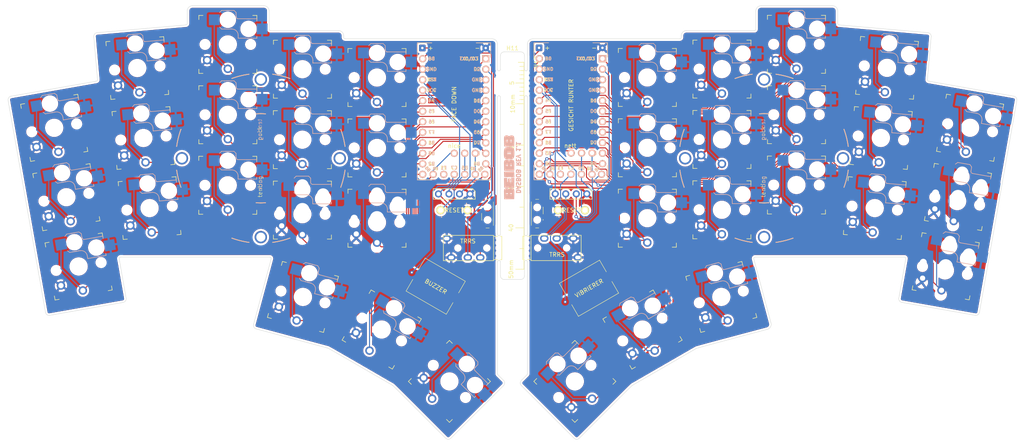
<source format=kicad_pcb>
(kicad_pcb (version 20211014) (generator pcbnew)
  (layers (0 "F.Cu" signal) (31 "B.Cu" signal) (34 "B.Paste" user) (35 "F.Paste" user) (36 "B.SilkS" user "B.Silkscreen") (37 "F.SilkS" user "F.Silkscreen") (38 "B.Mask" user) (39 "F.Mask" user) (44 "Edge.Cuts" user))
  (net 0 "")
  (net 1 "1")
  (net 2 "2")
  (net 3 "GND")
  (net 4 "RST")
  (net 5 "3")
  (net 6 "4")
  (net 7 "5")
  (net 8 "6")
  (net 9 "7")
  (net 10 "8")
  (net 11 "9")
  (net 12 "10")
  (net 13 "11")
  (net 14 "12")
  (net 15 "13")
  (net 16 "14")
  (net 17 "15")
  (net 18 "16")
  (net 19 "17")
  (net 20 "18")
  (net 21 "16a")
  (net 22 "DNG")
  (net 23 "5a")
  (net 24 "4a")
  (net 25 "3a")
  (net 26 "2a")
  (net 27 "1a")
  (net 28 "10a")
  (net 29 "9a")
  (net 30 "8a")
  (net 31 "7a")
  (net 32 "6a")
  (net 33 "15a")
  (net 34 "14a")
  (net 35 "13a")
  (net 36 "12a")
  (net 37 "11a")
  (net 38 "18a")
  (net 39 "17a")
  (net 40 "TSR")
  (net 41 "BAT")
  (net 42 "R1")
  (net 43 "VCC")
  (net 44 "P1")
  (net 46 "SOUND")
  (net 47 "P2")
  (net 48 "1R")
  (net 49 "CVV")
  (net 50 "1P")
  (net 51 "DNUOS")
  (net 52 "2P")
  (net 53 "PWR")
  (net 54 "TAB")
  (net 55 "RWP")
  (footprint "Beibob:Kailh_socket_PG1350_optional" (layer "F.Cu") (at 65.435861 75.631509 5)
    (fp_text reference "SW12")
    (fp_text value "SW_Push")
  )
  (footprint "Beibob:Kailh_socket_PG1350_optional" (layer "F.Cu") (at 137.808489 117.51306 -45)
    (fp_text reference "SW18")
    (fp_text value "SW_Push")
  )
  (footprint "Beibob:Kailh_socket_PG1350_optional" (layer "F.Cu") (at 185.575 44.07)
    (fp_text reference "SW19")
    (fp_text value "SW_Push")
  )
  (footprint "Beibob:Kailh_socket_PG1350_optional" (layer "F.Cu") (at 120.325 78.08)
    (fp_text reference "SW15")
    (fp_text value "SW_Push")
  )
  (footprint "Beibob:SW_SPDT_PCM12" (layer "F.Cu") (at 159.315 76.97 -90)
    (fp_text reference "WWS1")
    (fp_text value "SW_SPDT")
  )
  (footprint "Beibob:Kailh_socket_PG1350_optional" (layer "F.Cu") (at 263.492039 56.218304 -10)
    (fp_text reference "SW23")
    (fp_text value "SW_Push")
  )
  (footprint "Beibob:Kailh_socket_PG1350_optional" (layer "F.Cu") (at 260.559535 72.94609 -10)
    (fp_text reference "SW28")
    (fp_text value "SW_Push")
  )
  (footprint "Beibob:Kailh_socket_PG1350_optional" (layer "F.Cu") (at 102.34 42.07)
    (fp_text reference "SW4")
    (fp_text value "SW_Push")
  )
  (footprint "Beibob:Kailh_socket_PG1350_optional" (layer "F.Cu") (at 121.471233 104.970351 -30)
    (fp_text reference "SW17")
    (fp_text value "SW_Push")
  )
  (footprint "Keebio-Parts.pretty-master:I2C_Breakout" (layer "F.Cu") (at 142.78 72.22 -90)
    (fp_text reference "U3" hide)
    (fp_text value "OLED1")
  )
  (footprint "Keebio-Parts.pretty-master:I2C_Breakout" (layer "F.Cu") (at 170.97 72.2 -90)
    (fp_text reference "U4" hide)
    (fp_text value "OLED2")
  )
  (footprint "Beibob:Kailh_socket_PG1350_optional" (layer "F.Cu") (at 102.456392 97.100494 -15)
    (fp_text reference "SW16")
    (fp_text value "SW_Push" hide)
  )
  (footprint "Keebio-Parts.pretty-master:SinglePad" (layer "F.Cu") (at 141.51 62.39)
    (fp_text reference "H6" hide)
    (fp_text value "MountingHole_Pad" hide)
  )
  (footprint "Beibob:Kailh_socket_PG1350_optional" (layer "F.Cu") (at 240.473961 75.632794 -5)
    (fp_text reference "SW32")
    (fp_text value "SW_Push")
  )
  (footprint "Keebio-Parts.pretty-master:TRRS-PJ-320A" (layer "F.Cu") (at 157.51 85.26 90)
    (fp_text reference "J2")
    (fp_text value "TRRS LEFT")
  )
  (footprint "Beibob:Kailh_socket_PG1350_optional" (layer "F.Cu") (at 185.585 61.06)
    (fp_text reference "SW24")
    (fp_text value "SW_Push")
  )
  (footprint "Beibob:Kailh_socket_PG1350_optional" (layer "F.Cu") (at 184.411233 104.975351 30)
    (fp_text reference "SW35")
    (fp_text value "SW_Push")
  )
  (footprint "Beibob:Tenting_Pucksmol" (layer "F.Cu") (at 92.29 63.6)
    (fp_text reference "puck2")
    (fp_text value "Hole")
  )
  (footprint "Beibob:Tenting_Pucksmol" (layer "F.Cu") (at 213.76 63.6)
    (fp_text reference "puck1")
    (fp_text value "Hole")
  )
  (footprint "Beibob:Kailh_socket_PG1350_optional" (layer "F.Cu") (at 84.325 36.08)
    (fp_text reference "SW3")
    (fp_text value "SW_Push")
  )
  (footprint "Keebio-Parts.pretty-master:breakaway-mousebites" (layer "F.Cu") (at 156.02115 85.29 -90)
    (fp_text reference "H2" hide)
    (fp_text value "Mousebites" hide)
  )
  (footprint "Beibob:SW_ResetSW" (layer "F.Cu") (at 138.93 76.15)
    (fp_text reference "RST1" hide)
    (fp_text value "SW_Push")
  )
  (footprint "Beibob:Kailh_socket_PG1350_optional" (layer "F.Cu") (at 243.433961 41.742794 -5)
    (fp_text reference "SW22")
    (fp_text value "SW_Push")
  )
  (footprint "Keebio-Parts.pretty-master:SinglePad" (layer "F.Cu") (at 138.97 62.39)
    (fp_text reference "H3" hide)
    (fp_text value "MountingHole_Pad" hide)
  )
  (footprint "Beibob:SW_SPDT_PCM12" (layer "F.Cu") (at 146.7 76.99 90)
    (fp_text reference "SWW1")
    (fp_text value "SW_SPDT")
  )
  (footprint "Beibob:Kailh_socket_PG1350_optional" (layer "F.Cu") (at 168.08306 117.511511 45)
    (fp_text reference "SW34")
    (fp_text value "SW_Push")
  )
  (footprint "Beibob:Kailh_socket_PG1350_optional" (layer "F.Cu") (at 203.585 42.05)
    (fp_text reference "SW20")
    (fp_text value "SW_Push")
  )
  (footprint "Beibob:Kailh_socket_PG1350_optional" (layer "F.Cu") (at 203.575 76.05)
    (fp_text reference "SW30")
    (fp_text value "SW_Push")
  )
  (footprint "Beibob:Kailh_socket_PG1350_optional" (layer "F.Cu") (at 45.353207 72.999606 10)
    (fp_text reference "SW6")
    (fp_text value "SW_Push")
  )
  (footprint "Buzzer_Beeper:Buzzer_Mallory_AST1109MLTRQ" (layer "F.Cu") (at 134.5 94.5 -30)
    (fp_text reference "BZ1")
    (fp_text value "Buzzer")
  )
  (footprint "Beibob:Kailh_socket_PG1350_optional" (layer "F.Cu") (at 120.325 61.1)
    (fp_text reference "SW10")
    (fp_text value "SW_Push")
  )
  (footprint "Buzzer_Beeper:Buzzer_Mallory_AST1109MLTRQ" (layer "F.Cu") (at 171.5 95 30)
    (fp_text reference "BZ2")
    (fp_text value "Buzzer")
  )
  (footprint "Beibob:Kailh_socket_PG1350_optional" (layer "F.Cu") (at 63.95 58.7 5)
    (fp_text reference "SW7")
    (fp_text value "SW_Push")
  )
  (footprint "Beibob:Kailh_socket_PG1350_optional" (layer "F.Cu") (at 241.953961 58.692794 -5)
    (fp_text reference "SW27")
    (fp_text value "SW_Push")
  )
  (footprint "Beibob:Kailh_socket_PG1350_optional" (layer "F.Cu") (at 203.585 59.05)
    (fp_text reference "SW25")
    (fp_text value "SW_Push")
  )
  (footprint "Beibob:Kailh_socket_PG1350_optional" (layer "F.Cu") (at 84.305 70.12)
    (fp_text reference "SW13")
    (fp_text value "SW_Push")
  )
  (footprint "Beibob:Kailh_socket_PG1350_optional" (layer "F.Cu") (at 185.575 78.07)
    (fp_text reference "SW29")
    (fp_text value "SW_Push")
  )
  (footprint "Beibob:SW_ResetSW" (layer "F.Cu") (at 167.27 76.16)
    (fp_text reference "TSR1" hide)
    (fp_text value "SW_Push")
  )
  (footprint "Keebio-Parts.pretty-master:SinglePad" (layer "F.Cu") (at 167.18 62.32)
    (fp_text reference "H4" hide)
    (fp_text value "MountingHole_Pad" hide)
  )
  (footprint "Beibob:Kailh_socket_PG1350_optional" (layer "F.Cu") (at 48.308452 89.740908 10)
    (fp_text reference "SW11")
    (fp_text value "SW_Push")
  )
  (footprint "Beibob:Kailh_socket_PG1350_optional" (layer "F.Cu") (at 42.413207 56.239606 10)
    (fp_text reference "SW1")
    (fp_text value "SW_Push")
  )
  (footprint "Beibob:Kailh_socket_PG1350_optional" (layer "F.Cu") (at 62.47 41.79 5)
    (fp_text reference "SW2")
    (fp_text value "SW_Push")
  )
  (footprint "Keebio-Parts.pretty-master:SinglePad" (layer "F.Cu") (at 144.05 62.39)
    (fp_text reference "H5" hide)
    (fp_text value "MountingHole_Pad" hide)
  )
  (footprint "Keebio-Parts.pretty-master:breakaway-mousebites" (layer "F.Cu") (at 149.52115 45.48 -90)
    (fp_text reference "H10" hide)
    (fp_text value "Mousebites" hide)
  )
  (footprint "Beibob:Kailh_socket_PG1350_optional" (layer "F.Cu") (at 102.315 59.1)
    (fp_text reference "SW9")
    (fp_text value "SW_Push")
  )
  (footprint "Beibob:BAT" (layer "F.Cu") (at 131.27 36.95)
    (fp_text reference "BAT1")
    (fp_text value "Conn_01x02_Male")
  )
  (footprint "Keebio-Parts.pretty-master:TRRS-PJ-320A" (layer "F.Cu") (at 148.45 85.28 -90)
    (fp_text reference "J1")
    (fp_text value "TRRS LEFT")
  )
  (footprint "Keebio-Parts.pretty-master:breakaway-mousebites" (layer "F.Cu") (at 156.03 45.47 -90)
    (fp_text reference "H9" hide)
    (fp_text value "Mousebites" hide)
  )
  (footprint "Beibob:Kailh_socket_PG1350_optional" (layer "F.Cu") (at 203.43338 97.099626 15)
    (fp_text reference "SW36")
    (fp_text value "SW_Push")
  )
  (footprint "Keebio-Parts.pretty-master:breakaway-mousebites" (layer "F.Cu") (at 149.52 85.28 -90)
    (fp_text reference "H1" hide)
    (fp_text value "Mousebites" hide)
  )
  (footprint "Keebio-Parts.pretty-master:SinglePad" (layer "F.Cu") (at 172.24 62.33)
    (fp_text reference "H7" hide)
    (fp_text value "MountingHole_Pad" hide)
  )
  (footprint "Beibob:Kailh_socket_PG1350_optional" (layer "F.Cu") (at 120.32 44.09)
    (fp_text reference "SW5")
    (fp_text value "SW_Push")
  )
  (footprint "Calibration_Scale:Gauge_50mm_Type1_SilkScreenTop" (layer "F.Cu") (at 155.79199 40.41 -90)
    (fp_text reference "H12")
    (fp_text value "Ruler")
  )
  (footprint "Beibob:BAT" (layer "F.Cu") (at 159.44 36.91)
    (fp_text reference "TAB1")
    (fp_text value "Conn_01x02_Male")
  )
  (footprint "Beibob:Kailh_socket_PG1350_optional" (layer "F.Cu") (at 257.599535 89.69609 -10)
    (fp_text reference "SW33")
    (fp_text value "SW_Push")
  )
  (footprint "Beibob:Kailh_socket_PG1350_optional" (layer "F.Cu") (at 102.32 76.11)
    (fp_text reference "SW14")
    (fp_text value "SW_Push")
  )
  (footprint "Beibob:Kailh_socket_PG1350_optional" (layer "F.Cu") (at 221.575 70.06)
    (fp_text reference "SW31")
    (fp_text value "SW_Push")
  )
  (footprint "MountingHole:MountingHole_2.7mm_M2.5_DIN965" (layer "F.Cu") (at 153.02 40.36)
    (fp_text reference "H11")
    (fp_text value "M3 MountingHole")
  )
  (footprint "Beibob:Kailh_socket_PG1350_optional" (layer "F.Cu") (at 84.325 53.08)
    (fp_text reference "SW8")
    (fp_text value "SW_Push")
  )
  (footprint "Beibob:Kailh_socket_PG1350_optional" (layer "F.Cu") (at 221.585 53.06)
    (fp_text reference "SW26")
    (fp_text value "SW_Push")
  )
  (footprint "Keebio-Parts.pretty-master:SinglePad" (layer "F.Cu") (at 169.7 62.33)
    (fp_text reference "H8" hide)
    (fp_text value "MountingHole_Pad" hide)
  )
  (footprint "Beibob:Kailh_socket_PG1350_optional" (layer "F.Cu") (at 221.575 36.05)
    (fp_text reference "SW21")
    (fp_text value "SW_Push")
  )
  (footprint "Beibob:Elite-C" (layer "B.Cu") (at 138.97 53.51 -90)
    (fp_text reference "U1" hide)
    (fp_text value "Elite-C RIGHT" hide)
  )
  (footprint "Beibob:Elite-C" (layer "B.Cu") (at 167.14 53.48675 -90)
    (fp_text reference "U2" hide)
    (fp_text value "Elite-C LEFT" hide)
  )
  (gr_poly (pts (xy 144.342871 108.876099) (xy 144.353629 108.750938) (xy 144.372403 108.632638) (xy 144.385285 108.576182) (xy 144.400758 108.521585) (xy 144.419018 108.468897) (xy 144.44026 108.418165) (xy 144.464679 108.369437) (xy 144.492473 108.322763) (xy 144.523835 108.27819) (xy 144.558963 108.235765) (xy 144.59805 108.195539) (xy 144.641294 108.157558) (xy 144.68889 108.121872) (xy 144.741033 108.088527) (xy 144.797919 108.057573) (xy 144.859744 108.029057) (xy 144.926703 108.003029) (xy 144.998992 107.979535) (xy 145.076806 107.958625) (xy 145.160342 107.940347) (xy 145.249794 107.924748) (xy 145.34536 107.911877) (xy 145.447233 107.901783) (xy 145.55561 107.894513) (xy 145.670687 107.890115) (xy 145.792658 107.888639) (xy 146.045284 107.895137) (xy 146.163144 107.903298) (xy 146.275502 107.914765) (xy 146.382458 107.929564) (xy 146.484111 107.94772) (xy 146.580561 107.969256) (xy 146.671909 107.994199) (xy 146.758253 108.022572) (xy 146.839695 108.0544) (xy 146.916333 108.089709) (xy 146.988267 108.128522) (xy 147.055597 108.170865) (xy 147.118423 108.216762) (xy 147.176845 108.266238) (xy 147.230963 108.319317) (xy 147.280876 108.376025) (xy 147.326684 108.436387) (xy 147.368487 108.500425) (xy 147.406385 108.568167) (xy 147.440478 108.639636) (xy 147.470865 108.714856) (xy 147.497646 108.793854) (xy 147.520921 108.876653) (xy 147.54079 108.963278) (xy 147.557353 109.053754) (xy 147.580958 109.246357) (xy 147.592535 109.454661) (xy 147.592883 109.678862) (xy 147.542877 111.74412) (xy 145.424279 111.765329) (xy 145.424279 109.977233) (xy 146.579423 109.958897) (xy 146.577463 109.938935) (xy 146.574975 109.919974) (xy 146.57189 109.90199) (xy 146.568139 109.884959) (xy 146.563653 109.868858) (xy 146.558363 109.853661) (xy 146.552201 109.839345) (xy 146.545096 109.825886) (xy 146.536981 109.81326) (xy 146.527785 109.801442) (xy 146.517441 109.790408) (xy 146.505879 109.780135) (xy 146.49303 109.770598) (xy 146.478826 109.761773) (xy 146.463196 109.753636) (xy 146.446073 109.746163) (xy 146.427388 109.739329) (xy 146.40707 109.733111) (xy 146.385052 109.727485) (xy 146.361265 109.722426) (xy 146.335638 109.71791) (xy 146.308104 109.713914) (xy 146.278594 109.710412) (xy 146.247038 109.707382) (xy 146.213368 109.704798) (xy 146.177514 109.702637) (xy 146.098979 109.699487) (xy 146.010883 109.697738) (xy 145.912673 109.697198) (xy 145.844284 109.697651) (xy 145.782094 109.699181) (xy 145.725857 109.702044) (xy 145.675326 109.706496) (xy 145.630255 109.712795) (xy 145.590397 109.721195) (xy 145.555505 109.731955) (xy 145.539845 109.738299) (xy 145.525333 109.745329) (xy 145.51194 109.753077) (xy 145.499635 109.761575) (xy 145.488386 109.770855) (xy 145.478163 109.780949) (xy 145.468934 109.791889) (xy 145.460671 109.803707) (xy 145.45334 109.816435) (xy 145.446912 109.830105) (xy 145.441356 109.84475) (xy 145.43664 109.860401) (xy 145.432735 109.87709) (xy 145.429608 109.89485) (xy 145.42557 109.933708) (xy 145.424279 109.977233) (xy 145.424279 111.765329) (xy 144.379148 111.775791) (xy 144.339143 109.145462) (xy 144.338564 109.007736)) (layer "F.Cu") (width 0.063) (fill solid))
  (gr_poly (pts (xy 144.349809 98.130581) (xy 144.360417 97.983958) (xy 144.377169 97.849859) (xy 144.400367 97.728017) (xy 144.430313 97.618166) (xy 144.447912 97.567654) (xy 144.467312 97.520041) (xy 144.48855 97.475292) (xy 144.511665 97.433374) (xy 144.536694 97.394255) (xy 144.563675 97.357901) (xy 144.592646 97.324278) (xy 144.623645 97.293354) (xy 144.65671 97.265094) (xy 144.691878 97.239467) (xy 144.729187 97.216438) (xy 144.768676 97.195975) (xy 144.810382 97.178044) (xy 144.854343 97.162611) (xy 144.900596 97.149644) (xy 144.94918 97.139109) (xy 145.053492 97.125203) (xy 145.16758 97.120627) (xy 145.259976 97.121977) (xy 145.345509 97.126038) (xy 145.424542 97.132823) (xy 145.497439 97.142349) (xy 145.564564 97.154628) (xy 145.62628 97.169676) (xy 145.682952 97.187508) (xy 145.734943 97.208138) (xy 145.782617 97.231581) (xy 145.826338 97.257852) (xy 145.866469 97.286964) (xy 145.903375 97.318933) (xy 145.93742 97.353774) (xy 145.968966 97.391501) (xy 145.998378 97.432128) (xy 146.026021 97.475671) (xy 146.055204 97.426797) (xy 146.084856 97.381978) (xy 146.099968 97.36105) (xy 146.115329 97.34109) (xy 146.130982 97.322082) (xy 146.146973 97.304009) (xy 146.163345 97.286857) (xy 146.180141 97.27061) (xy 146.197407 97.255252) (xy 146.215185 97.240769) (xy 146.23352 97.227143) (xy 146.252455 97.21436) (xy 146.272035 97.202404) (xy 146.292304 97.19126) (xy 146.313305 97.180912) (xy 146.335083 97.171344) (xy 146.357681 97.162542) (xy 146.381143 97.154488) (xy 146.405514 97.147168) (xy 146.430837 97.140566) (xy 146.457156 97.134667) (xy 146.484515 97.129455) (xy 146.512959 97.124915) (xy 146.542531 97.12103) (xy 146.573274 97.117786) (xy 146.605234 97.115166) (xy 146.672977 97.111739) (xy 146.746111 97.110625) (xy 146.811961 97.112009) (xy 146.874544 97.116134) (xy 146.933933 97.122957) (xy 146.9902 97.132434) (xy 147.043419 97.144522) (xy 147.093663 97.159179) (xy 147.141003 97.176361) (xy 147.185514 97.196026) (xy 147.227269 97.21813) (xy 147.26634 97.24263) (xy 147.302799 97.269483) (xy 147.336722 97.298646) (xy 147.368179 97.330077) (xy 147.397244 97.363731) (xy 147.42399 97.399567) (xy 147.44849 97.437541) (xy 147.470817 97.477609) (xy 147.491044 97.51973) (xy 147.509243 97.563859) (xy 147.525489 97.609955) (xy 147.539853 97.657973) (xy 147.552408 97.707871) (xy 147.563228 97.759606) (xy 147.572386 97.813135) (xy 147.586005 97.925401) (xy 147.59385 98.044326) (xy 147.596504 98.169565) (xy 147.59455 98.300774) (xy 147.592883 98.300775) (xy 147.526208 100.621064) (xy 146.861125 100.6108) (xy 146.861125 99.010864) (xy 146.867266 98.966834) (xy 146.870638 98.926547) (xy 146.871263 98.907768) (xy 146.871168 98.889878) (xy 146.870344 98.872862) (xy 146.868782 98.856704) (xy 146.866473 98.841388) (xy 146.863408 98.826899) (xy 146.859577 98.813222) (xy 146.854972 98.80034) (xy 146.849583 98.788238) (xy 146.843401 98.776901) (xy 146.836416 98.766312) (xy 146.828621 98.756458) (xy 146.820005 98.747321) (xy 146.81056 98.738886) (xy 146.800275 98.731138) (xy 146.789143 98.724061) (xy 146.777154 98.71764) (xy 146.764299 98.711859) (xy 146.750568 98.706702) (xy 146.735953 98.702154) (xy 146.720444 98.6982) (xy 146.704033 98.694823) (xy 146.686709 98.692008) (xy 146.668464 98.689741) (xy 146.629175 98.686782) (xy 146.586091 98.685824) (xy 146.554099 98.686236) (xy 146.524947 98.687634) (xy 146.498544 98.690263) (xy 146.486346 98.692115) (xy 146.474801 98.694367) (xy 146.463898 98.697048) (xy 146.453626 98.700189) (xy 146.443973 98.703822) (xy 146.434929 98.707975) (xy 146.426482 98.712681) (xy 146.418621 98.717968) (xy 146.411334 98.723869) (xy 146.40461 98.730413) (xy 146.398438 98.737631) (xy 146.392806 98.745553) (xy 146.387704 98.75421) (xy 146.383119 98.763633) (xy 146.379042 98.773852) (xy 146.375459 98.784897) (xy 146.372361 98.796799) (xy 146.369736 98.809589) (xy 146.367572 98.823297) (xy 146.365858 98.837954) (xy 146.364583 98.85359) (xy 146.363735 98.870235) (xy 146.363278 98.906677) (xy 146.364396 98.947523) (xy 146.362729 98.949189) (xy 146.861125 99.010864) (xy 146.861125 100.6108) (xy 145.132576 100.584122) (xy 145.132576 98.98086) (xy 145.692646 98.95419) (xy 145.687155 98.92415) (xy 145.680603 98.895924) (xy 145.672864 98.86953) (xy 145.663814 98.844984) (xy 145.658758 98.833409) (xy 145.653328 98.822303) (xy 145.647508 98.811668) (xy 145.641282 98.801505) (xy 145.634635 98.791817) (xy 145.627551 98.782606) (xy 145.620015 98.773875) (xy 145.612011 98.765625) (xy 145.603523 98.757858) (xy 145.594536 98.750577) (xy 145.585035 98.743784) (xy 145.575004 98.73748) (xy 145.564427 98.731669) (xy 145.553289 98.726351) (xy 145.541573 98.72153) (xy 145.529266 98.717207) (xy 145.51635 98.713385) (xy 145.502811 98.710066) (xy 145.488633 98.707251) (xy 145.4738 98.704944) (xy 145.458297 98.703145) (xy 145.442108 98.701858) (xy 145.425217 98.701084) (xy 145.40761 98.700825) (xy 145.354619 98.701864) (xy 145.307392 98.704996) (xy 145.285875 98.707353) (xy 145.265719 98.710242) (xy 145.246897 98.713664) (xy 145.229385 98.717624) (xy 145.213154 98.722123) (xy 145.198178 98.727165) (xy 145.184432 98.732752) (xy 145.171887 98.738887) (xy 145.160518 98.745572) (xy 145.150299 98.75281) (xy 145.141202 98.760605) (xy 145.133201 98.768959) (xy 145.126269 98.777874) (xy 145.120381 98.787353) (xy 145.115508 98.7974) (xy 145.111626 98.808016) (xy 145.108707 98.819205) (xy 145.106724 98.830969) (xy 145.105652 98.843312) (xy 145.105463 98.856235) (xy 145.106131 98.869742) (xy 145.10763 98.883835) (xy 145.113013 98.913791) (xy 145.121399 98.946126) (xy 145.132576 98.98086) (xy 145.132576 100.584122) (xy 144.39415 100.572725) (xy 144.345811 98.462462) (xy 144.345041 98.289993)) (layer "F.Cu") (width 0.063) (fill solid))
  (gr_poly (pts (xy 144.347234 102.080853) (xy 144.356359 101.832127) (xy 144.371306 101.606334) (xy 144.391858 101.399703) (xy 144.417802 101.208465) (xy 144.448923 101.02885) (xy 144.485005 100.857087) (xy 144.525833 100.689407) (xy 145.609302 100.894433) (xy 145.610969 100.894431) (xy 145.567917 101.06193) (xy 145.529084 101.236167) (xy 145.494939 101.414194) (xy 145.465951 101.593061) (xy 145.442588 101.769818) (xy 145.425321 101.941516) (xy 145.414616 102.105205) (xy 145.410944 102.257936) (xy 145.411621 102.336275) (xy 145.412526 102.369354) (xy 145.413861 102.398656) (xy 145.415665 102.424393) (xy 145.417976 102.446777) (xy 145.420834 102.466022) (xy 145.424279 102.482338) (xy 145.428348 102.49594) (xy 145.433082 102.507039) (xy 145.438519 102.515847) (xy 145.444698 102.522578) (xy 145.451659 102.527443) (xy 145.459439 102.530655) (xy 145.46808 102.532427) (xy 145.477619 102.53297) (xy 145.482505 102.532881) (xy 145.487174 102.53257) (xy 145.491643 102.53197) (xy 145.495928 102.531017) (xy 145.500048 102.529643) (xy 145.504019 102.527784) (xy 145.505953 102.526651) (xy 145.507857 102.525373) (xy 145.509733 102.52394) (xy 145.511581 102.522344) (xy 145.513406 102.520577) (xy 145.515208 102.518631) (xy 145.51699 102.516498) (xy 145.518754 102.514169) (xy 145.522236 102.508891) (xy 145.525672 102.502732) (xy 145.529078 102.495625) (xy 145.532473 102.487505) (xy 145.535872 102.478306) (xy 145.539293 102.467962) (xy 145.542754 102.456407) (xy 145.54627 102.443574) (xy 145.54986 102.429399) (xy 145.55354 102.413815) (xy 145.557327 102.396756) (xy 145.561239 102.378156) (xy 145.565293 102.35795) (xy 145.569505 102.336071) (xy 145.573894 102.312453) (xy 145.578475 102.287031) (xy 145.588284 102.230511) (xy 145.59907 102.165981) (xy 145.610969 102.092915) (xy 145.647778 101.881865) (xy 145.683774 101.694129) (xy 145.719824 101.528367) (xy 145.756794 101.383243) (xy 145.795552 101.257419) (xy 145.836964 101.149556) (xy 145.881897 101.058315) (xy 145.905954 101.018511) (xy 145.931217 100.98236) (xy 145.957794 100.949696) (xy 145.985792 100.920352) (xy 146.015321 100.89416) (xy 146.046489 100.870953) (xy 146.079403 100.850564) (xy 146.114173 100.832825) (xy 146.150907 100.817569) (xy 146.189713 100.80463) (xy 146.273974 100.785029) (xy 146.367824 100.772686) (xy 146.47213 100.766261) (xy 146.587758 100.764416) (xy 146.660605 100.765363) (xy 146.730111 100.768297) (xy 146.796344 100.773362) (xy 146.85937 100.780698) (xy 146.919258 100.790447) (xy 146.976074 100.802752) (xy 147.029886 100.817755) (xy 147.080762 100.835597) (xy 147.128769 100.85642) (xy 147.173974 100.880367) (xy 147.216445 100.907579) (xy 147.256249 100.938197) (xy 147.293455 100.972365) (xy 147.328128 101.010224) (xy 147.360337 101.051916) (xy 147.39015 101.097583) (xy 147.417633 101.147366) (xy 147.442854 101.201408) (xy 147.46588 101.25985) (xy 147.48678 101.322835) (xy 147.505619 101.390505) (xy 147.522467 101.463) (xy 147.53739 101.540464) (xy 147.550456 101.623039) (xy 147.561732 101.710865) (xy 147.571286 101.804085) (xy 147.585496 102.007276) (xy 147.593627 102.233746) (xy 147.596217 102.484631) (xy 147.592502 102.701605) (xy 147.581502 102.928697) (xy 147.56343 103.160243) (xy 147.538502 103.390577) (xy 147.506932 103.614036) (xy 147.468936 103.824954) (xy 147.447595 103.92394) (xy 147.424728 104.017667) (xy 147.400361 104.105426) (xy 147.374523 104.18651) (xy 146.384399 104.101499) (xy 146.441297 103.923945) (xy 146.494855 103.73088) (xy 146.543764 103.527268) (xy 146.586716 103.318069) (xy 146.622401 103.108244) (xy 146.64951 102.902756) (xy 146.65944 102.803189) (xy 146.666736 102.706566) (xy 146.671233 102.613509) (xy 146.672768 102.524636) (xy 146.672513 102.507025) (xy 146.671739 102.491028) (xy 146.670439 102.47658) (xy 146.668601 102.463613) (xy 146.666216 102.452062) (xy 146.663275 102.441862) (xy 146.659767 102.432946) (xy 146.657797 102.428949) (xy 146.655683 102.425249) (xy 146.653421 102.421836) (xy 146.651013 102.418704) (xy 146.648455 102.415843) (xy 146.645747 102.413245) (xy 146.642887 102.410903) (xy 146.639875 102.408807) (xy 146.636709 102.406951) (xy 146.633388 102.405324) (xy 146.629911 102.40392) (xy 146.626276 102.40273) (xy 146.61853 102.400958) (xy 146.610138 102.399944) (xy 146.601092 102.39962) (xy 146.59545 102.399756) (xy 146.590079 102.400179) (xy 146.584966 102.400911) (xy 146.5801 102.401977) (xy 146.575469 102.4034) (xy 146.571059 102.405202) (xy 146.56686 102.407407) (xy 146.562859 102.410038) (xy 146.559043 102.413119) (xy 146.5554 102.416672) (xy 146.551918 102.42072) (xy 146.548586 102.425288) (xy 146.54539 102.430397) (xy 146.542319 102.436072) (xy 146.53936 102.442335) (xy 146.536501 102.44921) (xy 146.53373 102.45672) (xy 146.531035 102.464887) (xy 146.528403 102.473736) (xy 146.525823 102.48329) (xy 146.523281 102.493571) (xy 146.520767 102.504603) (xy 146.518267 102.516408) (xy 146.515769 102.529012) (xy 146.510733 102.556702) (xy 146.50556 102.58786) (xy 146.500152 102.622671) (xy 146.494412 102.66132) (xy 146.457989 102.889493) (xy 146.421252 103.093568) (xy 146.383305 103.274836) (xy 146.343248 103.434593) (xy 146.300182 103.574133) (xy 146.25321 103.694749) (xy 146.227979 103.748366) (xy 146.201433 103.797737) (xy 146.173462 103.843024) (xy 146.143952 103.884389) (xy 146.112792 103.921994) (xy 146.079868 103.956) (xy 146.04507 103.98657) (xy 146.008284 104.013865) (xy 145.969398 104.038046) (xy 145.9283 104.059276) (xy 145.884878 104.077717) (xy 145.839018 104.093529) (xy 145.73954 104.117918) (xy 145.628966 104.133736) (xy 145.506398 104.142278) (xy 145.370939 104.144838) (xy 145.291732 104.144026) (xy 145.216567 104.140885) (xy 145.145343 104.135292) (xy 145.077959 104.127124) (xy 145.014317 104.116259) (xy 144.954315 104.102575) (xy 144.897853 104.08595) (xy 144.844831 104.06626) (xy 144.79515 104.043384) (xy 144.748709 104.017199) (xy 144.705409 103.987583) (xy 144.665148 103.954414) (xy 144.627826 103.917568) (xy 144.593345 103.876924) (xy 144.561603 103.832359) (xy 144.532501 103.783751) (xy 144.505938 103.730978) (xy 144.481814 103.673916) (xy 144.46003 103.612444) (xy 144.440484 103.54644) (xy 144.423078 103.47578) (xy 144.40771 103.400343) (xy 144.394281 103.320006) (xy 144.38269 103.234646) (xy 144.372839 103.144142) (xy 144.364625 103.048371) (xy 144.352713 102.840538) (xy 144.346153 102.610167) (xy 144.344144 102.356281)) (layer "F.Cu") (width 0.063) (fill solid))
  (gr_poly (pts (xy 144.402485 105.04495) (xy 147.561213 104.148172) (xy 147.694429 105.78673) (xy 147.232838 105.858385) (xy 147.277844 106.373449) (xy 147.576215 106.42679) (xy 147.50954 107.976983) (xy 146.614428 107.792046) (xy 146.614428 106.248434) (xy 146.579423 105.960065) (xy 145.735985 106.088414) (xy 145.734318 106.088414) (xy 146.614428 106.248434) (xy 146.614428 107.792046) (xy 144.330809 107.320235)) (layer "F.Cu") (width 0.063) (fill solid))
  (gr_poly (pts (xy 161.55497 96.242184) (xy 158.396242 97.138962) (xy 158.263026 95.500404) (xy 158.724617 95.428749) (xy 158.679611 94.913685) (xy 158.38124 94.860344) (xy 158.447915 93.310151) (xy 159.343027 93.495088) (xy 159.343027 95.0387) (xy 159.378032 95.327069) (xy 160.22147 95.19872) (xy 160.223137 95.19872) (xy 159.343027 95.0387) (xy 159.343027 93.495088) (xy 161.626646 93.966899)) (layer "F.Cu") (width 0.063) (fill solid))
  (gr_poly (pts (xy 161.622462 106.662329) (xy 161.609193 106.871106) (xy 161.585761 107.061976) (xy 161.569897 107.150858) (xy 161.55109 107.235458) (xy 161.529203 107.315841) (xy 161.504103 107.392073) (xy 161.475654 107.464218) (xy 161.443723 107.532341) (xy 161.408174 107.596507) (xy 161.368873 107.656781) (xy 161.325686 107.713229) (xy 161.278478 107.765915) (xy 161.227113 107.814904) (xy 161.171459 107.860262) (xy 161.111379 107.902052) (xy 161.04674 107.940341) (xy 160.977406 107.975193) (xy 160.903244 108.006674) (xy 160.824118 108.034848) (xy 160.739895 108.05978) (xy 160.650438 108.081535) (xy 160.555615 108.100179) (xy 160.45529 108.115777) (xy 160.349328 108.128392) (xy 160.119958 108.144938) (xy 159.866426 108.150338) (xy 159.633901 108.145795) (xy 159.526781 108.139818) (xy 159.425544 108.131104) (xy 159.330033 108.119456) (xy 159.24009 108.104673) (xy 159.155557 108.086558) (xy 159.076275 108.064911) (xy 159.002087 108.039533) (xy 158.932834 108.010225) (xy 158.868358 107.976788) (xy 158.808501 107.939023) (xy 158.753105 107.896731) (xy 158.702012 107.849713) (xy 158.655064 107.79777) (xy 158.612103 107.740704) (xy 158.57297 107.678314) (xy 158.537508 107.610403) (xy 158.505558 107.53677) (xy 158.476962 107.457218) (xy 158.451563 107.371546) (xy 158.429202 107.279557) (xy 158.40972 107.181051) (xy 158.392961 107.075829) (xy 158.378765 106.963692) (xy 158.366975 106.844441) (xy 158.34998 106.583801) (xy 158.340711 106.292318) (xy 158.337902 105.968399) (xy 158.341949 105.700116) (xy 158.354649 105.460537) (xy 158.376842 105.24809) (xy 158.391762 105.15155) (xy 158.409369 105.061203) (xy 158.42977 104.976853) (xy 158.453069 104.898303) (xy 158.479372 104.825357) (xy 158.508783 104.757819) (xy 158.541407 104.69549) (xy 158.577349 104.638176) (xy 158.616715 104.58568) (xy 158.659609 104.537804) (xy 158.706136 104.494353) (xy 158.756401 104.455129) (xy 158.81051 104.419937) (xy 158.868567 104.388579) (xy 158.930677 104.36086) (xy 158.996946 104.336582) (xy 159.067478 104.31555) (xy 159.142377 104.297565) (xy 159.305702 104.269956) (xy 159.487759 104.252182) (xy 159.689389 104.242671) (xy 159.911432 104.23985) (xy 159.946436 104.240393) (xy 159.946436 106.066746) (xy 159.780813 106.068091) (xy 159.645956 106.072502) (xy 159.589228 106.076035) (xy 159.539188 106.080547) (xy 159.495501 106.086108) (xy 159.457833 106.092791) (xy 159.42585 106.100665) (xy 159.399216 106.109801) (xy 159.377598 106.120271) (xy 159.36066 106.132145) (xy 159.348068 106.145493) (xy 159.339489 106.160387) (xy 159.334586 106.176897) (xy 159.333026 106.195095) (xy 159.333227 106.204461) (xy 159.333909 106.213498) (xy 159.335192 106.222207) (xy 159.337197 106.23059) (xy 159.340042 106.23865) (xy 159.343849 106.246388) (xy 159.348737 106.253807) (xy 159.354826 106.260909) (xy 159.362236 106.267697) (xy 159.371086 106.274171) (xy 159.381498 106.280334) (xy 159.39359 106.286189) (xy 159.407484 106.291738) (xy 159.423297 106.296982) (xy 159.441152 106.301924) (xy 159.461167 106.306566) (xy 159.483463 106.31091) (xy 159.508159 106.314959) (xy 159.535376 106.318713) (xy 159.565233 106.322177) (xy 159.59785 106.325351) (xy 159.633348 106.328237) (xy 159.671846 106.330839) (xy 159.713464 106.333158) (xy 159.758323 106.335196) (xy 159.806541 106.336955) (xy 159.85824 106.338438) (xy 159.913538 106.339646) (xy 159.972557 106.340582) (xy 160.035415 106.341248) (xy 160.173131 106.341779) (xy 160.29802 106.340639) (xy 160.350996 106.339076) (xy 160.398081 106.336726) (xy 160.439589 106.333497) (xy 160.475835 106.329297) (xy 160.507134 106.324032) (xy 160.533801 106.317609) (xy 160.556151 106.309937) (xy 160.5745 106.300921) (xy 160.589161 106.29047) (xy 160.60045 106.27849) (xy 160.608682 106.264889) (xy 160.614172 106.249574) (xy 160.617236 106.232452) (xy 160.618187 106.21343) (xy 160.617939 106.20201) (xy 160.617144 106.191181) (xy 160.615721 106.180927) (xy 160.613593 106.171234) (xy 160.61068 106.162087) (xy 160.606902 106.153471) (xy 160.602182 106.14537) (xy 160.596439 106.13777) (xy 160.589595 106.130656) (xy 160.581571 106.124013) (xy 160.572288 106.117826) (xy 160.561666 106.11208) (xy 160.549627 106.10676) (xy 160.536091 106.101851) (xy 160.52098 106.097339) (xy 160.504214 106.093207) (xy 160.485715 106.089442) (xy 160.465403 106.086028) (xy 160.443199 106.082951) (xy 160.419025 106.080195) (xy 160.3928 106.077745) (xy 160.364447 106.075587) (xy 160.333886 106.073705) (xy 160.301038 106.072085) (xy 160.265824 106.070712) (xy 160.228164 106.06957) (xy 160.145195 106.067921) (xy 160.051496 106.06702) (xy 159.946436 106.066746) (xy 159.946436 104.240393) (xy 160.178192 104.243993) (xy 160.416329 104.257606) (xy 160.525155 104.268517) (xy 160.627416 104.28246) (xy 160.723308 104.299657) (xy 160.813029 104.320328) (xy 160.896774 104.344697) (xy 160.974742 104.372984) (xy 161.047129 104.405411) (xy 161.114131 104.442199) (xy 161.175946 104.483571) (xy 161.23277 104.529747) (xy 161.2848 104.580949) (xy 161.332234 104.637399) (xy 161.375268 104.699319) (xy 161.414099 104.76693) (xy 161.448923 104.840453) (xy 161.479938 104.92011) (xy 161.507341 105.006124) (xy 161.531328 105.098714) (xy 161.552096 105.198104) (xy 161.569842 105.304514) (xy 161.584763 105.418166) (xy 161.597056 105.539282) (xy 161.614545 105.804791) (xy 161.623883 106.102814) (xy 161.626646 106.435124)) (layer "F.Cu") (width 0.063) (fill solid))
  (gr_poly (pts (xy 161.614584 92.411035) (xy 161.603826 92.536196) (xy 161.585052 92.654496) (xy 161.57217 92.710952) (xy 161.556697 92.765549) (xy 161.538437 92.818237) (xy 161.517195 92.868969) (xy 161.492776 92.917697) (xy 161.464982 92.964371) (xy 161.43362 93.008944) (xy 161.398492 93.051369) (xy 161.359405 93.091595) (xy 161.316161 93.129576) (xy 161.268565 93.165262) (xy 161.216422 93.198607) (xy 161.159536 93.229561) (xy 161.097711 93.258077) (xy 161.030752 93.284105) (xy 160.958463 93.307599) (xy 160.880649 93.328509) (xy 160.797113 93.346787) (xy 160.707661 93.362386) (xy 160.612095 93.375257) (xy 160.510222 93.385351) (xy 160.401845 93.392621) (xy 160.286768 93.397019) (xy 160.164797 93.398495) (xy 159.912171 93.391997) (xy 159.794311 93.383836) (xy 159.681953 93.372369) (xy 159.574997 93.35757) (xy 159.473344 93.339414) (xy 159.376894 93.317878) (xy 159.285546 93.292935) (xy 159.199202 93.264562) (xy 159.11776 93.232734) (xy 159.041122 93.197425) (xy 158.969188 93.158612) (xy 158.901858 93.116269) (xy 158.839032 93.070372) (xy 158.78061 93.020896) (xy 158.726492 92.967817) (xy 158.676579 92.911109) (xy 158.630771 92.850747) (xy 158.588968 92.786709) (xy 158.55107 92.718967) (xy 158.516977 92.647498) (xy 158.48659 92.572278) (xy 158.459809 92.49328) (xy 158.436534 92.410481) (xy 158.416665 92.323856) (xy 158.400102 92.23338) (xy 158.376497 92.040777) (xy 158.36492 91.832473) (xy 158.364572 91.608272) (xy 158.414578 89.543014) (xy 160.533176 89.521805) (xy 160.533176 91.309901) (xy 159.378032 91.328237) (xy 159.379992 91.348199) (xy 159.38248 91.36716) (xy 159.385565 91.385144) (xy 159.389316 91.402175) (xy 159.393802 91.418276) (xy 159.399092 91.433473) (xy 159.405254 91.447789) (xy 159.412359 91.461248) (xy 159.420474 91.473874) (xy 159.42967 91.485692) (xy 159.440014 91.496726) (xy 159.451576 91.506999) (xy 159.464425 91.516536) (xy 159.478629 91.525361) (xy 159.494259 91.533498) (xy 159.511382 91.540971) (xy 159.530067 91.547805) (xy 159.550385 91.554023) (xy 159.572403 91.559649) (xy 159.59619 91.564708) (xy 159.621817 91.569224) (xy 159.649351 91.57322) (xy 159.678861 91.576722) (xy 159.710417 91.579752) (xy 159.744087 91.582336) (xy 159.779941 91.584497) (xy 159.858476 91.587647) (xy 159.946572 91.589396) (xy 160.044782 91.589936) (xy 160.113171 91.589483) (xy 160.175361 91.587953) (xy 160.231598 91.58509) (xy 160.282129 91.580638) (xy 160.3272 91.574339) (xy 160.367058 91.565939) (xy 160.40195 91.555179) (xy 160.41761 91.548835) (xy 160.432122 91.541805) (xy 160.445515 91.534057) (xy 160.45782 91.525559) (xy 160.469069 91.516279) (xy 160.479292 91.506185) (xy 160.488521 91.495245) (xy 160.496784 91.483427) (xy 160.504115 91.470699) (xy 160.510543 91.457029) (xy 160.516099 91.442384) (xy 160.520815 91.426733) (xy 160.52472 91.410044) (xy 160.527847 91.392284) (xy 160.531885 91.353426) (xy 160.533176 91.309901) (xy 160.533176 89.521805) (xy 161.578307 89.511343) (xy 161.618312 92.141672) (xy 161.618891 92.279398)) (layer "F.Cu") (width 0.063) (fill solid))
  (gr_poly (pts (xy 161.607646 103.156553) (xy 161.597038 103.303176) (xy 161.580286 103.437275) (xy 161.557088 103.559117) (xy 161.527142 103.668968) (xy 161.509543 103.71948) (xy 161.490143 103.767093) (xy 161.468905 103.811842) (xy 161.44579 103.85376) (xy 161.420761 103.892879) (xy 161.39378 103.929233) (xy 161.364809 103.962856) (xy 161.33381 103.99378) (xy 161.300745 104.02204) (xy 161.265577 104.047667) (xy 161.228268 104.070696) (xy 161.188779 104.091159) (xy 161.147073 104.10909) (xy 161.103112 104.124523) (xy 161.056859 104.13749) (xy 161.008275 104.148025) (xy 160.903963 104.161931) (xy 160.789875 104.166507) (xy 160.697479 104.165157) (xy 160.611946 104.161096) (xy 160.532913 104.154311) (xy 160.460016 104.144785) (xy 160.392891 104.132506) (xy 160.331175 104.117458) (xy 160.274503 104.099626) (xy 160.222512 104.078996) (xy 160.174838 104.055553) (xy 160.131117 104.029282) (xy 160.090986 104.00017) (xy 160.05408 103.968201) (xy 160.020035 103.93336) (xy 159.988489 103.895633) (xy 159.959077 103.855006) (xy 159.931434 103.811463) (xy 159.902251 103.860337) (xy 159.872599 103.905156) (xy 159.857487 103.926084) (xy 159.842126 103.946044) (xy 159.826473 103.965052) (xy 159.810482 103.983125) (xy 159.79411 104.000277) (xy 159.777314 104.016524) (xy 159.760048 104.031882) (xy 159.74227 104.046365) (xy 159.723935 104.059991) (xy 159.705 104.072774) (xy 159.68542 104.08473) (xy 159.665151 104.095874) (xy 159.64415 104.106222) (xy 159.622372 104.11579) (xy 159.599774 104.124592) (xy 159.576312 104.132646) (xy 159.551941 104.139966) (xy 159.526618 104.146568) (xy 159.500299 104.152467) (xy 159.47294 104.157679) (xy 159.444496 104.162219) (xy 159.414924 104.166104) (xy 159.384181 104.169348) (xy 159.352221 104.171968) (xy 159.284478 104.175395) (xy 159.211344 104.176509) (xy 159.145494 104.175125) (xy 159.082911 104.171) (xy 159.023522 104.164177) (xy 158.967255 104.1547) (xy 158.914036 104.142612) (xy 158.863792 104.127955) (xy 158.816452 104.110773) (xy 158.771941 104.091108) (xy 158.730186 104.069004) (xy 158.691115 104.044504) (xy 158.654656 104.017651) (xy 158.620733 103.988488) (xy 158.589276 103.957057) (xy 158.560211 103.923403) (xy 158.533465 103.887567) (xy 158.508965 103.849593) (xy 158.486638 103.809525) (xy 158.466411 103.767404) (xy 158.448212 103.723275) (xy 158.431966 103.677179) (xy 158.417602 103.629161) (xy 158.405047 103.579263) (xy 158.394227 103.527528) (xy 158.385069 103.473999) (xy 158.37145 103.361733) (xy 158.363605 103.242808) (xy 158.360951 103.117569) (xy 158.362905 102.98636) (xy 158.364572 102.986359) (xy 158.431247 100.66607) (xy 159.09633 100.676334) (xy 159.09633 102.27627) (xy 159.090189 102.3203) (xy 159.086817 102.360587) (xy 159.086192 102.379366) (xy 159.086287 102.397256) (xy 159.087111 102.414272) (xy 159.088673 102.43043) (xy 159.090982 102.445746) (xy 159.094047 102.460235) (xy 159.097878 102.473912) (xy 159.102483 102.486794) (xy 159.107872 102.498896) (xy 159.114054 102.510233) (xy 159.121039 102.520822) (xy 159.128834 102.530676) (xy 159.13745 102.539813) (xy 159.146895 102.548248) (xy 159.15718 102.555996) (xy 159.168312 102.563073) (xy 159.180301 102.569494) (xy 159.193156 102.575275) (xy 159.206887 102.580432) (xy 159.221502 102.58498) (xy 159.237011 102.588934) (xy 159.253422 102.592311) (xy 159.270746 102.595126) (xy 159.288991 102.597393) (xy 159.32828 102.600352) (xy 159.371364 102.60131) (xy 159.403356 102.600898) (xy 159.432508 102.5995) (xy 159.458911 102.596871) (xy 159.471109 102.595019) (xy 159.482654 102.592767) (xy 159.493557 102.590086) (xy 159.503829 102.586945) (xy 159.513482 102.583312) (xy 159.522526 102.579159) (xy 159.530973 102.574453) (xy 159.538834 102.569166) (xy 159.546121 102.563265) (xy 159.552845 102.556721) (xy 159.559017 102.549503) (xy 159.564649 102.541581) (xy 159.569751 102.532924) (xy 159.574336 102.523501) (xy 159.578413 102.513282) (xy 159.581996 102.502237) (xy 159.585094 102.490335) (xy 159.587719 102.477545) (xy 159.589883 102.463837) (xy 159.591597 102.44918) (xy 159.592872 102.433544) (xy 159.59372 102.416899) (xy 159.594177 102.380457) (xy 159.593059 102.339611) (xy 159.594726 102.337945) (xy 159.09633 102.27627) (xy 159.09633 100.676334) (xy 160.824879 100.703012) (xy 160.824879 102.306274) (xy 160.264809 102.332944) (xy 160.2703 102.362984) (xy 160.276852 102.39121) (xy 160.284591 102.417604) (xy 160.293641 102.44215) (xy 160.298697 102.453725) (xy 160.304127 102.464831) (xy 160.309947 102.475466) (xy 160.316173 102.485629) (xy 160.32282 102.495317) (xy 160.329904 102.504528) (xy 160.33744 102.513259) (xy 160.345444 102.521509) (xy 160.353932 102.529276) (xy 160.362919 102.536557) (xy 160.37242 102.54335) (xy 160.382451 102.549654) (xy 160.393028 102.555465) (xy 160.404166 102.560783) (xy 160.415882 102.565604) (xy 160.428189 102.569927) (xy 160.441105 102.573749) (xy 160.454644 102.577068) (xy 160.468822 102.579883) (xy 160.483655 102.58219) (xy 160.499158 102.583989) (xy 160.515347 102.585276) (xy 160.532238 102.58605) (xy 160.549845 102.586309) (xy 160.602836 102.58527) (xy 160.650063 102.582138) (xy 160.67158 102.579781) (xy 160.691736 102.576892) (xy 160.710558 102.57347) (xy 160.72807 102.56951) (xy 160.744301 102.565011) (xy 160.759277 102.559969) (xy 160.773023 102.554382) (xy 160.785568 102.548247) (xy 160.796937 102.541562) (xy 160.807156 102.534324) (xy 160.816253 102.526529) (xy 160.824254 102.518175) (xy 160.831186 102.50926) (xy 160.837074 102.499781) (xy 160.841947 102.489734) (xy 160.845829 102.479118) (xy 160.848748 102.467929) (xy 160.850731 102.456165) (xy 160.851803 102.443822) (xy 160.851992 102.430899) (xy 160.851324 102.417392) (xy 160.849825 102.403299) (xy 160.844442 102.373343) (xy 160.836056 102.341008) (xy 160.824879 102.306274) (xy 160.824879 100.703012) (xy 161.563305 100.714409) (xy 161.611644 102.824672) (xy 161.612414 102.997141)) (layer "F.Cu") (width 0.063) (fill solid))
  (gr_poly (pts (xy 144.334993 94.624805) (xy 144.348262 94.416028) (xy 144.371694 94.225158) (xy 144.387558 94.136276) (xy 144.406365 94.051676) (xy 144.428252 93.971293) (xy 144.453352 93.895061) (xy 144.481801 93.822916) (xy 144.513732 93.754793) (xy 144.549281 93.690627) (xy 144.588582 93.630353) (xy 144.631769 93.573905) (xy 144.678977 93.521219) (xy 144.730342 93.47223) (xy 144.785996 93.426872) (xy 144.846076 93.385082) (xy 144.910715 93.346793) (xy 144.980049 93.311941) (xy 145.054211 93.28046) (xy 145.133337 93.252286) (xy 145.21756 93.227354) (xy 145.307017 93.205599) (xy 145.40184 93.186955) (xy 145.502165 93.171357) (xy 145.608127 93.158742) (xy 145.837497 93.142196) (xy 146.091029 93.136796) (xy 146.323554 93.141339) (xy 146.430674 93.147316) (xy 146.531911 93.15603) (xy 146.627422 93.167678) (xy 146.717365 93.182461) (xy 146.801898 93.200576) (xy 146.88118 93.222223) (xy 146.955368 93.247601) (xy 147.024621 93.276909) (xy 147.089097 93.310346) (xy 147.148954 93.348111) (xy 147.20435 93.390403) (xy 147.255443 93.437421) (xy 147.302391 93.489364) (xy 147.345352 93.54643) (xy 147.384485 93.60882) (xy 147.419947 93.676731) (xy 147.451897 93.750364) (xy 147.480493 93.829916) (xy 147.505892 93.915588) (xy 147.528253 94.007577) (xy 147.547735 94.106083) (xy 147.564494 94.211305) (xy 147.57869 94.323442) (xy 147.59048 94.442693) (xy 147.607475 94.703333) (xy 147.616744 94.994816) (xy 147.619553 95.318735) (xy 147.615506 95.587018) (xy 147.602806 95.826597) (xy 147.580613 96.039044) (xy 147.565693 96.135584) (xy 147.548086 96.225931) (xy 147.527685 96.310281) (xy 147.504386 96.388831) (xy 147.478083 96.461777) (xy 147.448672 96.529315) (xy 147.416048 96.591644) (xy 147.380106 96.648958) (xy 147.34074 96.701454) (xy 147.297846 96.74933) (xy 147.251319 96.792781) (xy 147.201054 96.832005) (xy 147.146945 96.867197) (xy 147.088888 96.898555) (xy 147.026778 96.926274) (xy 146.960509 96.950552) (xy 146.889977 96.971584) (xy 146.815078 96.989569) (xy 146.651753 97.017178) (xy 146.469696 97.034952) (xy 146.268066 97.044463) (xy 146.046023 97.047284) (xy 146.011019 97.046741) (xy 146.011019 95.220388) (xy 146.176642 95.219043) (xy 146.311499 95.214632) (xy 146.368227 95.211099) (xy 146.418267 95.206587) (xy 146.461954 95.201026) (xy 146.499622 95.194343) (xy 146.531605 95.186469) (xy 146.558239 95.177333) (xy 146.579857 95.166863) (xy 146.596795 95.154989) (xy 146.609387 95.141641) (xy 146.617966 95.126747) (xy 146.622869 95.110237) (xy 146.624429 95.092039) (xy 146.624228 95.082673) (xy 146.623546 95.073636) (xy 146.622263 95.064927) (xy 146.620258 95.056544) (xy 146.617413 95.048484) (xy 146.613606 95.040746) (xy 146.608718 95.033327) (xy 146.602629 95.026225) (xy 146.595219 95.019437) (xy 146.586369 95.012963) (xy 146.575957 95.0068) (xy 146.563865 95.000945) (xy 146.549971 94.995396) (xy 146.534158 94.990152) (xy 146.516303 94.98521) (xy 146.496288 94.980568) (xy 146.473992 94.976224) (xy 146.449296 94.972175) (xy 146.422079 94.968421) (xy 146.392222 94.964957) (xy 146.359605 94.961783) (xy 146.324107 94.958897) (xy 146.285609 94.956295) (xy 146.243991 94.953976) (xy 146.199132 94.951938) (xy 146.150914 94.950179) (xy 146.099215 94.948696) (xy 146.043917 94.947488) (xy 145.984898 94.946552) (xy 145.92204 94.945886) (xy 145.784324 94.945355) (xy 145.659435 94.946495) (xy 145.606459 94.948058) (xy 145.559374 94.950408) (xy 145.517866 94.953637) (xy 145.48162 94.957837) (xy 145.450321 94.963102) (xy 145.423654 94.969525) (xy 145.401304 94.977197) (xy 145.382955 94.986213) (xy 145.368294 94.996664) (xy 145.357005 95.008644) (xy 145.348773 95.022245) (xy 145.343283 95.03756) (xy 145.340219 95.054682) (xy 145.339268 95.073704) (xy 145.339516 95.085124) (xy 145.340311 95.095953) (xy 145.341734 95.106207) (xy 145.343862 95.1159) (xy 145.346775 95.125047) (xy 145.350553 95.133663) (xy 145.355273 95.141764) (xy 145.361016 95.149364) (xy 145.36786 95.156478) (xy 145.375884 95.163121) (xy 145.385167 95.169308) (xy 145.395789 95.175054) (xy 145.407828 95.180374) (xy 145.421364 95.185283) (xy 145.436475 95.189795) (xy 145.453241 95.193927) (xy 145.47174 95.197692) (xy 145.492052 95.201106) (xy 145.514256 95.204183) (xy 145.53843 95.206939) (xy 145.564655 95.209389) (xy 145.593008 95.211547) (xy 145.623569 95.213429) (xy 145.656417 95.215049) (xy 145.691631 95.216422) (xy 145.729291 95.217564) (xy 145.81226 95.219213) (xy 145.905959 95.220114) (xy 146.011019 95.220388) (xy 146.011019 97.046741) (xy 145.779263 97.043141) (xy 145.541126 97.029528) (xy 145.4323 97.018617) (xy 145.330039 97.004674) (xy 145.234147 96.987477) (xy 145.144426 96.966806) (xy 145.060681 96.942437) (xy 144.982713 96.91415) (xy 144.910326 96.881723) (xy 144.843324 96.844935) (xy 144.781509 96.803563) (xy 144.724685 96.757387) (xy 144.672655 96.706185) (xy 144.625221 96.649735) (xy 144.582187 96.587815) (xy 144.543356 96.520204) (xy 144.508532 96.446681) (xy 144.477517 96.367024) (xy 144.450114 96.28101) (xy 144.426127 96.18842) (xy 144.405359 96.08903) (xy 144.387613 95.98262) (xy 144.372692 95.868968) (xy 144.360399 95.747852) (xy 144.34291 95.482343) (xy 144.333572 95.18432) (xy 144.330809 94.85201)) (layer "F.Cu") (width 0.063) (fill solid))
  (gr_poly (pts (xy 161.607646 110.755835) (xy 161.597038 110.902458) (xy 161.580286 111.036557) (xy 161.557088 111.158398) (xy 161.527142 111.268249) (xy 161.509543 111.318761) (xy 161.490143 111.366374) (xy 161.468905 111.411123) (xy 161.44579 111.453041) (xy 161.420761 111.49216) (xy 161.39378 111.528514) (xy 161.364809 111.562137) (xy 161.33381 111.593061) (xy 161.300745 111.621321) (xy 161.265577 111.646948) (xy 161.228268 111.669977) (xy 161.188779 111.69044) (xy 161.147073 111.708372) (xy 161.103112 111.723804) (xy 161.056859 111.736771) (xy 161.008275 111.747306) (xy 160.903963 111.761212) (xy 160.789875 111.765788) (xy 160.697479 111.764438) (xy 160.611946 111.760377) (xy 160.532913 111.753592) (xy 160.460016 111.744067) (xy 160.392891 111.731787) (xy 160.331175 111.716739) (xy 160.274503 111.698907) (xy 160.222512 111.678277) (xy 160.174838 111.654834) (xy 160.131117 111.628563) (xy 160.090986 111.599451) (xy 160.05408 111.567481) (xy 160.020035 111.532641) (xy 159.988489 111.494914) (xy 159.959077 111.454286) (xy 159.931434 111.410743) (xy 159.902251 111.459618) (xy 159.872599 111.504437) (xy 159.857487 111.525364) (xy 159.842126 111.545325) (xy 159.826473 111.564334) (xy 159.810482 111.582406) (xy 159.79411 111.599558) (xy 159.777314 111.615805) (xy 159.760048 111.631163) (xy 159.74227 111.645647) (xy 159.723935 111.659272) (xy 159.705 111.672055) (xy 159.68542 111.684011) (xy 159.665151 111.695155) (xy 159.64415 111.705503) (xy 159.622372 111.715071) (xy 159.599774 111.723874) (xy 159.576312 111.731928) (xy 159.551941 111.739247) (xy 159.526618 111.745849) (xy 159.500299 111.751748) (xy 159.47294 111.75696) (xy 159.444496 111.761501) (xy 159.414924 111.765385) (xy 159.384181 111.76863) (xy 159.352221 111.771249) (xy 159.284478 111.774676) (xy 159.211344 111.775791) (xy 159.145494 111.774406) (xy 159.082911 111.770281) (xy 159.023522 111.763458) (xy 158.967255 111.753981) (xy 158.914036 111.741893) (xy 158.863792 111.727236) (xy 158.816452 111.710054) (xy 158.771941 111.690389) (xy 158.730186 111.668285) (xy 158.691115 111.643785) (xy 158.654656 111.616932) (xy 158.620733 111.587768) (xy 158.589276 111.556338) (xy 158.560211 111.522683) (xy 158.533465 111.486847) (xy 158.508965 111.448874) (xy 158.486638 111.408805) (xy 158.466411 111.366684) (xy 158.448212 111.322555) (xy 158.431966 111.276459) (xy 158.417602 111.228441) (xy 158.405047 111.178543) (xy 158.394227 111.126808) (xy 158.385069 111.07328) (xy 158.37145 110.961014) (xy 158.363605 110.842089) (xy 158.360951 110.71685) (xy 158.362905 110.585641) (xy 158.364572 110.583976) (xy 158.431247 108.265352) (xy 159.09633 108.275617) (xy 159.09633 109.873887) (xy 159.090189 109.917917) (xy 159.086817 109.958204) (xy 159.086192 109.976983) (xy 159.086287 109.994872) (xy 159.087111 110.011888) (xy 159.088673 110.028046) (xy 159.090982 110.043362) (xy 159.094047 110.057851) (xy 159.097878 110.071528) (xy 159.102483 110.08441) (xy 159.107872 110.096512) (xy 159.114054 110.107849) (xy 159.121039 110.118438) (xy 159.128834 110.128292) (xy 159.13745 110.137429) (xy 159.146895 110.145864) (xy 159.15718 110.153612) (xy 159.168312 110.160689) (xy 159.180301 110.16711) (xy 159.193156 110.172891) (xy 159.206887 110.178048) (xy 159.221502 110.182596) (xy 159.237011 110.18655) (xy 159.253422 110.189927) (xy 159.270746 110.192741) (xy 159.288991 110.195009) (xy 159.32828 110.197967) (xy 159.371364 110.198926) (xy 159.403356 110.198514) (xy 159.432508 110.197116) (xy 159.458911 110.194487) (xy 159.471109 110.192634) (xy 159.482654 110.190383) (xy 159.493557 110.187702) (xy 159.503829 110.18456) (xy 159.513482 110.180928) (xy 159.522526 110.176775) (xy 159.530973 110.172069) (xy 159.538834 110.166782) (xy 159.546121 110.160881) (xy 159.552845 110.154337) (xy 159.559017 110.147119) (xy 159.564649 110.139197) (xy 159.569751 110.13054) (xy 159.574336 110.121117) (xy 159.578413 110.110898) (xy 159.581996 110.099853) (xy 159.585094 110.087951) (xy 159.587719 110.075161) (xy 159.589883 110.061453) (xy 159.591597 110.046797) (xy 159.592872 110.031161) (xy 159.59372 110.014516) (xy 159.594177 109.978074) (xy 159.593059 109.937228) (xy 159.594726 109.935562) (xy 159.09633 109.873887) (xy 159.09633 108.275617) (xy 160.824879 108.302295) (xy 160.824879 109.90389) (xy 160.264809 109.930561) (xy 160.2703 109.960601) (xy 160.276852 109.988826) (xy 160.284591 110.015221) (xy 160.293641 110.039767) (xy 160.298697 110.051341) (xy 160.304127 110.062447) (xy 160.309947 110.073083) (xy 160.316173 110.083245) (xy 160.32282 110.092933) (xy 160.329904 110.102144) (xy 160.33744 110.110875) (xy 160.345444 110.119125) (xy 160.353932 110.126892) (xy 160.362919 110.134173) (xy 160.37242 110.140966) (xy 160.382451 110.14727) (xy 160.393028 110.153081) (xy 160.404166 110.158399) (xy 160.415882 110.16322) (xy 160.428189 110.167542) (xy 160.441105 110.171365) (xy 160.454644 110.174684) (xy 160.468822 110.177499) (xy 160.483655 110.179806) (xy 160.499158 110.181605) (xy 160.515347 110.182892) (xy 160.532238 110.183666) (xy 160.549845 110.183925) (xy 160.602836 110.182886) (xy 160.650063 110.179754) (xy 160.67158 110.177397) (xy 160.691736 110.174508) (xy 160.710558 110.171085) (xy 160.72807 110.167126) (xy 160.744301 110.162626) (xy 160.759277 110.157585) (xy 160.773023 110.151998) (xy 160.785568 110.145863) (xy 160.796937 110.139178) (xy 160.807156 110.131939) (xy 160.816253 110.124145) (xy 160.824254 110.115791) (xy 160.831186 110.106876) (xy 160.837074 110.097397) (xy 160.841947 110.08735) (xy 160.845829 110.076734) (xy 160.848748 110.065545) (xy 160.850731 110.05378) (xy 160.851803 110.041438) (xy 160.851992 110.028515) (xy 160.851324 110.015008) (xy 160.849825 110.000915) (xy 160.844442 109.970959) (xy 160.836056 109.938624) (xy 160.824879 109.90389) (xy 160.824879 108.302295) (xy 161.563305 108.313691) (xy 161.611644 110.423955) (xy 161.612414 110.596423)) (layer "F.Cu") (width 0.063) (fill solid))
  (gr_poly (pts (xy 158.262892 95.500424) (xy 158.262892 95.498758) (xy 158.263026 95.500404)) (layer "F.Cu") (width 0.063) (fill solid))
  (gr_poly (pts (xy 144.349809 90.531299) (xy 144.360417 90.384676) (xy 144.377169 90.250577) (xy 144.400367 90.128736) (xy 144.430313 90.018885) (xy 144.447912 89.968373) (xy 144.467312 89.92076) (xy 144.48855 89.876011) (xy 144.511665 89.834093) (xy 144.536694 89.794974) (xy 144.563675 89.75862) (xy 144.592646 89.724997) (xy 144.623645 89.694073) (xy 144.65671 89.665813) (xy 144.691878 89.640186) (xy 144.729187 89.617157) (xy 144.768676 89.596694) (xy 144.810382 89.578762) (xy 144.854343 89.56333) (xy 144.900596 89.550363) (xy 144.94918 89.539828) (xy 145.053492 89.525922) (xy 145.16758 89.521346) (xy 145.259976 89.522696) (xy 145.345509 89.526757) (xy 145.424542 89.533542) (xy 145.497439 89.543067) (xy 145.564564 89.555347) (xy 145.62628 89.570395) (xy 145.682952 89.588227) (xy 145.734943 89.608857) (xy 145.782617 89.6323) (xy 145.826338 89.658571) (xy 145.866469 89.687683) (xy 145.903375 89.719653) (xy 145.93742 89.754493) (xy 145.968966 89.79222) (xy 145.998378 89.832848) (xy 146.026021 89.876391) (xy 146.055204 89.827516) (xy 146.084856 89.782697) (xy 146.099968 89.76177) (xy 146.115329 89.741809) (xy 146.130982 89.7228) (xy 146.146973 89.704728) (xy 146.163345 89.687576) (xy 146.180141 89.671329) (xy 146.197407 89.655971) (xy 146.215185 89.641487) (xy 146.23352 89.627862) (xy 146.252455 89.615079) (xy 146.272035 89.603123) (xy 146.292304 89.591979) (xy 146.313305 89.581631) (xy 146.335083 89.572063) (xy 146.357681 89.56326) (xy 146.381143 89.555206) (xy 146.405514 89.547887) (xy 146.430837 89.541285) (xy 146.457156 89.535386) (xy 146.484515 89.530174) (xy 146.512959 89.525633) (xy 146.542531 89.521749) (xy 146.573274 89.518504) (xy 146.605234 89.515885) (xy 146.672977 89.512458) (xy 146.746111 89.511343) (xy 146.811961 89.512728) (xy 146.874544 89.516853) (xy 146.933933 89.523676) (xy 146.9902 89.533153) (xy 147.043419 89.545241) (xy 147.093663 89.559898) (xy 147.141003 89.57708) (xy 147.185514 89.596745) (xy 147.227269 89.618849) (xy 147.26634 89.643349) (xy 147.302799 89.670202) (xy 147.336722 89.699366) (xy 147.368179 89.730796) (xy 147.397244 89.764451) (xy 147.42399 89.800287) (xy 147.44849 89.83826) (xy 147.470817 89.878329) (xy 147.491044 89.92045) (xy 147.509243 89.964579) (xy 147.525489 90.010675) (xy 147.539853 90.058693) (xy 147.552408 90.108591) (xy 147.563228 90.160326) (xy 147.572386 90.213854) (xy 147.586005 90.32612) (xy 147.59385 90.445045) (xy 147.596504 90.570284) (xy 147.59455 90.701493) (xy 147.592883 90.703158) (xy 147.526208 93.021782) (xy 146.861125 93.011517) (xy 146.861125 91.413247) (xy 146.867266 91.369217) (xy 146.870638 91.32893) (xy 146.871263 91.310151) (xy 146.871168 91.292262) (xy 146.870344 91.275246) (xy 146.868782 91.259088) (xy 146.866473 91.243772) (xy 146.863408 91.229283) (xy 146.859577 91.215606) (xy 146.854972 91.202724) (xy 146.849583 91.190622) (xy 146.843401 91.179285) (xy 146.836416 91.168696) (xy 146.828621 91.158842) (xy 146.820005 91.149705) (xy 146.81056 91.14127) (xy 146.800275 91.133522) (xy 146.789143 91.126445) (xy 146.777154 91.120024) (xy 146.764299 91.114243) (xy 146.750568 91.109086) (xy 146.735953 91.104538) (xy 146.720444 91.100584) (xy 146.704033 91.097207) (xy 146.686709 91.094393) (xy 146.668464 91.092125) (xy 146.629175 91.089167) (xy 146.586091 91.088208) (xy 146.554099 91.08862) (xy 146.524947 91.090018) (xy 146.498544 91.092647) (xy 146.486346 91.0945) (xy 146.474801 91.096751) (xy 146.463898 91.099432) (xy 146.453626 91.102574) (xy 146.443973 91.106206) (xy 146.434929 91.110359) (xy 146.426482 91.115065) (xy 146.418621 91.120352) (xy 146.411334 91.126253) (xy 146.40461 91.132797) (xy 146.398438 91.140015) (xy 146.392806 91.147937) (xy 146.387704 91.156594) (xy 146.383119 91.166017) (xy 146.379042 91.176236) (xy 146.375459 91.187281) (xy 146.372361 91.199183) (xy 146.369736 91.211973) (xy 146.367572 91.225681) (xy 146.365858 91.240337) (xy 146.364583 91.255973) (xy 146.363735 91.272618) (xy 146.363278 91.30906) (xy 146.364396 91.349906) (xy 146.362729 91.351572) (xy 146.861125 91.413247) (xy 146.861125 93.011517) (xy 145.132576 92.984839) (xy 145.132576 91.383244) (xy 145.692646 91.356573) (xy 145.687155 91.326533) (xy 145.680603 91.298308) (xy 145.672864 91.271913) (xy 145.663814 91.247367) (xy 145.658758 91.235793) (xy 145.653328 91.224687) (xy 145.647508 91.214051) (xy 145.641282 91.203889) (xy 145.634635 91.194201) (xy 145.627551 91.18499) (xy 145.620015 91.176259) (xy 145.612011 91.168009) (xy 145.603523 91.160242) (xy 145.594536 91.152961) (xy 145.585035 91.146168) (xy 145.575004 91.139864) (xy 145.564427 91.134053) (xy 145.553289 91.128735) (xy 145.541573 91.123914) (xy 145.529266 91.119592) (xy 145.51635 91.115769) (xy 145.502811 91.11245) (xy 145.488633 91.109635) (xy 145.4738 91.107328) (xy 145.458297 91.105529) (xy 145.442108 91.104242) (xy 145.425217 91.103468) (xy 145.40761 91.103209) (xy 145.354619 91.104248) (xy 145.307392 91.10738) (xy 145.285875 91.109737) (xy 145.265719 91.112626) (xy 145.246897 91.116049) (xy 145.229385 91.120008) (xy 145.213154 91.124508) (xy 145.198178 91.129549) (xy 145.184432 91.135136) (xy 145.171887 91.141271) (xy 145.160518 91.147956) (xy 145.150299 91.155195) (xy 145.141202 91.162989) (xy 145.133201 91.171343) (xy 145.126269 91.180258) (xy 145.120381 91.189737) (xy 145.115508 91.199784) (xy 145.111626 91.2104) (xy 145.108707 91.221589) (xy 145.106724 91.233354) (xy 145.105652 91.245696) (xy 145.105463 91.258619) (xy 145.106131 91.272126) (xy 145.10763 91.286219) (xy 145.113013 91.316175) (xy 145.121399 91.34851) (xy 145.132576 91.383244) (xy 145.132576 92.984839) (xy 144.39415 92.973443) (xy 144.345811 90.863179) (xy 144.345041 90.690711)) (layer "F.Cu") (width 0.063) (fill solid))
  (gr_poly (pts (xy 161.610221 99.206281) (xy 161.601096 99.455007) (xy 161.586149 99.6808) (xy 161.565597 99.887431) (xy 161.539653 100.078669) (xy 161.508532 100.258284) (xy 161.47245 100.430047) (xy 161.431622 100.597727) (xy 160.348153 100.392701) (xy 160.346486 100.392703) (xy 160.389538 100.225204) (xy 160.428371 100.050967) (xy 160.462516 99.87294) (xy 160.491504 99.694073) (xy 160.514867 99.517316) (xy 160.532134 99.345618) (xy 160.542839 99.181929) (xy 160.546511 99.029198) (xy 160.545834 98.950859) (xy 160.544929 98.91778) (xy 160.543594 98.888478) (xy 160.54179 98.862741) (xy 160.539479 98.840357) (xy 160.536621 98.821112) (xy 160.533176 98.804796) (xy 160.529107 98.791194) (xy 160.524373 98.780095) (xy 160.518936 98.771287) (xy 160.512757 98.764556) (xy 160.505796 98.759691) (xy 160.498016 98.756479) (xy 160.489375 98.754707) (xy 160.479836 98.754164) (xy 160.47495 98.754253) (xy 160.470281 98.754564) (xy 160.465812 98.755164) (xy 160.461527 98.756117) (xy 160.457407 98.757491) (xy 160.453436 98.75935) (xy 160.451502 98.760483) (xy 160.449598 98.761761) (xy 160.447722 98.763194) (xy 160.445874 98.76479) (xy 160.444049 98.766557) (xy 160.442247 98.768503) (xy 160.440465 98.770636) (xy 160.438701 98.772965) (xy 160.435219 98.778243) (xy 160.431783 98.784402) (xy 160.428377 98.791509) (xy 160.424982 98.799629) (xy 160.421583 98.808828) (xy 160.418162 98.819172) (xy 160.414701 98.830727) (xy 160.411185 98.84356) (xy 160.407595 98.857735) (xy 160.403915 98.873319) (xy 160.400128 98.890378) (xy 160.396216 98.908978) (xy 160.392162 98.929184) (xy 160.38795 98.951063) (xy 160.383561 98.974681) (xy 160.37898 99.000103) (xy 160.369171 99.056623) (xy 160.358385 99.121153) (xy 160.346486 99.194219) (xy 160.309677 99.405269) (xy 160.273681 99.593005) (xy 160.237631 99.758767) (xy 160.200661 99.903891) (xy 160.161903 100.029715) (xy 160.120491 100.137578) (xy 160.075558 100.228819) (xy 160.051501 100.268623) (xy 160.026238 100.304774) (xy 159.999661 100.337438) (xy 159.971663 100.366782) (xy 159.942134 100.392974) (xy 159.910966 100.416181) (xy 159.878052 100.43657) (xy 159.843282 100.454309) (xy 159.806548 100.469565) (xy 159.767742 100.482504) (xy 159.683481 100.502105) (xy 159.589631 100.514448) (xy 159.485325 100.520873) (xy 159.369697 100.522718) (xy 159.29685 100.521771) (xy 159.227344 100.518837) (xy 159.161111 100.513772) (xy 159.098085 100.506436) (xy 159.038197 100.496687) (xy 158.981381 100.484382) (xy 158.927569 100.469379) (xy 158.876693 100.451537) (xy 158.828686 100.430714) (xy 158.783481 100.406767) (xy 158.74101 100.379555) (xy 158.701206 100.348937) (xy 158.664 100.314769) (xy 158.629327 100.27691) (xy 158.597118 100.235218) (xy 158.567305 100.189551) (xy 158.539822 100.139768) (xy 158.514601 100.085726) (xy 158.491575 100.027284) (xy 158.470675 99.964299) (xy 158.451836 99.896629) (xy 158.434988 99.824134) (xy 158.420065 99.74667) (xy 158.406999 99.664095) (xy 158.395723 99.576269) (xy 158.386169 99.483049) (xy 158.371959 99.279858) (xy 158.363828 99.053388) (xy 158.361238 98.802503) (xy 158.364953 98.585529) (xy 158.375953 98.358437) (xy 158.394025 98.126891) (xy 158.418953 97.896557) (xy 158.450523 97.673098) (xy 158.488519 97.46218) (xy 158.50986 97.363194) (xy 158.532727 97.269467) (xy 158.557094 97.181708) (xy 158.582932 97.100624) (xy 159.573056 97.185635) (xy 159.516158 97.363189) (xy 159.4626 97.556254) (xy 159.413691 97.759866) (xy 159.370739 97.969065) (xy 159.335054 98.17889) (xy 159.307945 98.384378) (xy 159.298015 98.483945) (xy 159.290719 98.580568) (xy 159.286222 98.673625) (xy 159.284687 98.762498) (xy 159.284942 98.780109) (xy 159.285716 98.796106) (xy 159.287016 98.810554) (xy 159.288854 98.823521) (xy 159.291239 98.835072) (xy 159.29418 98.845272) (xy 159.297688 98.854188) (xy 159.299658 98.858185) (xy 159.301772 98.861885) (xy 159.304034 98.865298) (xy 159.306442 98.86843) (xy 159.309 98.871291) (xy 159.311708 98.873889) (xy 159.314568 98.876231) (xy 159.31758 98.878327) (xy 159.320746 98.880183) (xy 159.324067 98.88181) (xy 159.327544 98.883214) (xy 159.331179 98.884404) (xy 159.338925 98.886176) (xy 159.347317 98.88719) (xy 159.356363 98.887514) (xy 159.362005 98.887378) (xy 159.367376 98.886955) (xy 159.372489 98.886223) (xy 159.377355 98.885157) (xy 159.381986 98.883734) (xy 159.386396 98.881932) (xy 159.390595 98.879727) (xy 159.394596 98.877096) (xy 159.398412 98.874015) (xy 159.402055 98.870462) (xy 159.405537 98.866414) (xy 159.408869 98.861846) (xy 159.412065 98.856737) (xy 159.415136 98.851062) (xy 159.418095 98.844799) (xy 159.420954 98.837924) (xy 159.423725 98.830414) (xy 159.42642 98.822247) (xy 159.429052 98.813398) (xy 159.431632 98.803844) (xy 159.434174 98.793563) (xy 159.436688 98.782531) (xy 159.439188 98.770726) (xy 159.441686 98.758122) (xy 159.446722 98.730432) (xy 159.451895 98.699274) (xy 159.457303 98.664463) (xy 159.463043 98.625814) (xy 159.499466 98.397641) (xy 159.536203 98.193566) (xy 159.57415 98.012298) (xy 159.614207 97.852541) (xy 159.657273 97.713001) (xy 159.704245 97.592385) (xy 159.729476 97.538768) (xy 159.756022 97.489397) (xy 159.783993 97.44411) (xy 159.813503 97.402745) (xy 159.844663 97.36514) (xy 159.877587 97.331134) (xy 159.912385 97.300564) (xy 159.949171 97.273269) (xy 159.988057 97.249088) (xy 160.029155 97.227858) (xy 160.072577 97.209417) (xy 160.118437 97.193605) (xy 160.217915 97.169216) (xy 160.328489 97.153398) (xy 160.451057 97.144856) (xy 160.586516 97.142296) (xy 160.665723 97.143108) (xy 160.740888 97.146249) (xy 160.812112 97.151842) (xy 160.879496 97.16001) (xy 160.943138 97.170875) (xy 161.00314 97.184559) (xy 161.059602 97.201184) (xy 161.112624 97.220874) (xy 161.162305 97.24375) (xy 161.208746 97.269935) (xy 161.252046 97.299551) (xy 161.292307 97.33272) (xy 161.329629 97.369566) (xy 161.36411 97.41021) (xy 161.395852 97.454775) (xy 161.424954 97.503383) (xy 161.451517 97.556156) (xy 161.475641 97.613218) (xy 161.497425 97.67469) (xy 161.516971 97.740694) (xy 161.534377 97.811354) (xy 161.549745 97.886791) (xy 161.563174 97.967128) (xy 161.574765 98.052488) (xy 161.584616 98.142992) (xy 161.59283 98.238763) (xy 161.604742 98.446596) (xy 161.611302 98.676967) (xy 161.613311 98.930853)) (layer "F.Cu") (width 0.063) (fill solid))
  (gr_poly (pts (xy 147.694563 105.78671) (xy 147.694563 105.788376) (xy 147.694429 105.78673)) (layer "F.Cu") (width 0.063) (fill solid))
  (gr_poly (pts (xy 153.479744 58.849046) (xy 153.471515 58.735795) (xy 153.458556 58.632222) (xy 153.440631 58.538118) (xy 153.417503 58.453279) (xy 153.403914 58.41427) (xy 153.388935 58.377499) (xy 153.372538 58.342941) (xy 153.354693 58.31057) (xy 153.33537 58.280361) (xy 153.314539 58.252287) (xy 153.292172 58.226324) (xy 153.268238 58.202445) (xy 153.242709 58.180624) (xy 153.215554 58.160836) (xy 153.186744 58.143054) (xy 153.156249 58.127254) (xy 153.124041 58.113409) (xy 153.090089 58.101494) (xy 153.054364 58.091483) (xy 153.016837 58.083349) (xy 152.936256 58.072613) (xy 152.848112 58.069081) (xy 152.786357 58.069858) (xy 152.728549 58.072196) (xy 152.674511 58.0761) (xy 152.624066 58.081577) (xy 152.577036 58.088634) (xy 152.533245 58.097276) (xy 152.492516 58.107511) (xy 152.45467 58.119345) (xy 152.419531 58.132784) (xy 152.386921 58.147836) (xy 152.356664 58.164506) (xy 152.328583 58.182801) (xy 152.302499 58.202727) (xy 152.278236 58.224292) (xy 152.255617 58.247501) (xy 152.234464 58.272361) (xy 152.23207 58.275184) (xy 152.229554 58.277821) (xy 152.226923 58.28027) (xy 152.224186 58.282533) (xy 152.221351 58.284609) (xy 152.218428 58.286498) (xy 152.215424 58.288201) (xy 152.212349 58.289716) (xy 152.209211 58.291045) (xy 152.206018 58.292187) (xy 152.202779 58.293143) (xy 152.199503 58.293912) (xy 152.196197 58.294494) (xy 152.192872 58.294889) (xy 152.189534 58.295099) (xy 152.186194 58.295121) (xy 152.182859 58.294957) (xy 152.179537 58.294607) (xy 152.176238 58.29407) (xy 152.172971 58.293346) (xy 152.169742 58.292437) (xy 152.166562 58.291341) (xy 152.163439 58.290058) (xy 152.160381 58.28859) (xy 152.157397 58.286935) (xy 152.154495 58.285094) (xy 152.151684 58.283066) (xy 152.148972 58.280853) (xy 152.146369 58.278453) (xy 152.143882 58.275867) (xy 152.141521 58.273096) (xy 152.139293 58.270138) (xy 152.118736 58.24257) (xy 152.10822 58.229629) (xy 152.097515 58.217241) (xy 152.086599 58.205397) (xy 152.07545 58.194089) (xy 152.064044 58.183308) (xy 152.05236 58.173048) (xy 152.040375 58.163301) (xy 152.028066 58.154057) (xy 152.015411 58.14531) (xy 152.002387 58.137051) (xy 151.988972 58.129272) (xy 151.975143 58.121966) (xy 151.960878 58.115124) (xy 151.946154 58.108739) (xy 151.930948 58.102802) (xy 151.915239 58.097306) (xy 151.899004 58.092243) (xy 151.882219 58.087604) (xy 151.864863 58.083382) (xy 151.846913 58.079569) (xy 151.828346 58.076157) (xy 151.80914 58.073138) (xy 151.768722 58.068247) (xy 151.725476 58.064831) (xy 151.679224 58.062829) (xy 151.629785 58.062176) (xy 151.578943 58.063246) (xy 151.530619 58.066434) (xy 151.484757 58.071707) (xy 151.4413 58.079032) (xy 151.400194 58.088375) (xy 151.361382 58.099703) (xy 151.324809 58.112983) (xy 151.290417 58.128181) (xy 151.258152 58.145264) (xy 151.227958 58.164198) (xy 151.199778 58.184952) (xy 151.173556 58.20749) (xy 151.149237 58.231779) (xy 151.126765 58.257788) (xy 151.106084 58.285481) (xy 151.087138 58.314826) (xy 151.069871 58.34579) (xy 151.054226 58.378339) (xy 151.040149 58.41244) (xy 151.027583 58.448059) (xy 151.016472 58.485164) (xy 151.006761 58.52372) (xy 150.998393 58.563696) (xy 150.991312 58.605056) (xy 150.98079 58.6918) (xy 150.974747 58.783685) (xy 150.972734 58.880446) (xy 150.974306 58.981815) (xy 150.974545 58.981816) (xy 151.024313 60.714809) (xy 151.024477 60.717825) (xy 151.024789 60.720797) (xy 151.025244 60.723721) (xy 151.02584 60.726596) (xy 151.026571 60.729416) (xy 151.027436 60.732179) (xy 151.028429 60.734881) (xy 151.029548 60.737518) (xy 151.030788 60.740087) (xy 151.032146 60.742584) (xy 151.033618 60.745006) (xy 151.0352 60.74735) (xy 151.036889 60.749611) (xy 151.038681 60.751786) (xy 151.040572 60.753873) (xy 151.042559 60.755866) (xy 151.044638 60.757763) (xy 151.046804 60.759561) (xy 151.049056 60.761255) (xy 151.051388 60.762842) (xy 151.053797 60.764319) (xy 151.056279 60.765682) (xy 151.058831 60.766928) (xy 151.061449 60.768053) (xy 151.064129 60.769053) (xy 151.066868 60.769926) (xy 151.069661 60.770667) (xy 151.072506 60.771273) (xy 151.075397 60.77174) (xy 151.078333 60.772066) (xy 151.081308 60.772246) (xy 151.08432 60.772277) (xy 151.593589 60.764329) (xy 151.593589 59.523928) (xy 151.590458 59.523903) (xy 151.587361 59.523714) (xy 151.584304 59.523364) (xy 151.581291 59.522859) (xy 151.578327 59.522201) (xy 151.575417 59.521394) (xy 151.572565 59.520443) (xy 151.569775 59.519351) (xy 151.567052 59.518123) (xy 151.564401 59.516762) (xy 151.561827 59.515272) (xy 151.559333 59.513657) (xy 151.556925 59.51192) (xy 151.554607 59.510067) (xy 151.552384 59.5081) (xy 151.55026 59.506025) (xy 151.548239 59.503843) (xy 151.546327 59.50156) (xy 151.544528 59.49918) (xy 151.542847 59.496706) (xy 151.541287 59.494142) (xy 151.539855 59.491492) (xy 151.538553 59.48876) (xy 151.537388 59.48595) (xy 151.536362 59.483066) (xy 151.535482 59.480112) (xy 151.534752 59.477091) (xy 151.534175 59.474008) (xy 151.533758 59.470867) (xy 151.533503 59.46767) (xy 151.533002 59.454849) (xy 151.532929 59.442558) (xy 151.53329 59.430789) (xy 151.534089 59.419535) (xy 151.535332 59.408787) (xy 151.537022 59.398537) (xy 151.539164 59.388777) (xy 151.541763 59.379498) (xy 151.544825 59.370694) (xy 151.548352 59.362355) (xy 151.552352 59.354474) (xy 151.556827 59.347043) (xy 151.561782 59.340053) (xy 151.567223 59.333496) (xy 151.573155 59.327364) (xy 151.579581 59.32165) (xy 151.586506 59.316345) (xy 151.593936 59.31144) (xy 151.601874 59.306929) (xy 151.610327 59.302802) (xy 151.619297 59.299052) (xy 151.628791 59.29567) (xy 151.638812 59.292649) (xy 151.649366 59.289981) (xy 151.660457 59.287656) (xy 151.67209 59.285668) (xy 151.68427 59.284008) (xy 151.697 59.282668) (xy 151.724135 59.280915) (xy 151.753531 59.280345) (xy 151.775511 59.28059) (xy 151.795763 59.281413) (xy 151.814338 59.282948) (xy 151.831284 59.28533) (xy 151.839161 59.28688) (xy 151.84665 59.288691) (xy 151.853756 59.290781) (xy 151.860486 59.293167) (xy 151.866846 59.295864) (xy 151.872842 59.298889) (xy 151.878479 59.302261) (xy 151.883765 59.305994) (xy 151.888706 59.310106) (xy 151.893307 59.314613) (xy 151.897575 59.319533) (xy 151.901516 59.324882) (xy 151.905135 59.330676) (xy 151.908441 59.336933) (xy 151.911437 59.34367) (xy 151.914131 59.350902) (xy 151.916529 59.358646) (xy 151.918637 59.36692) (xy 151.920461 59.375741) (xy 151.922007 59.385124) (xy 151.92429 59.405645) (xy 151.925537 59.428619) (xy 151.925558 59.431463) (xy 151.925444 59.434281) (xy 151.9252 59.437067) (xy 151.924826 59.439819) (xy 151.924327 59.442533) (xy 151.923705 59.445206) (xy 151.922963 59.447835) (xy 151.922103 59.450416) (xy 151.92113 59.452945) (xy 151.920044 59.45542) (xy 151.91885 59.457837) (xy 151.91755 59.460192) (xy 151.916147 59.462483) (xy 151.914644 59.464705) (xy 151.913043 59.466856) (xy 151.911348 59.468931) (xy 151.909561 59.470929) (xy 151.907686 59.472844) (xy 151.905725 59.474675) (xy 151.90368 59.476417) (xy 151.901556 59.478067) (xy 151.899354 59.479621) (xy 151.897077 59.481077) (xy 151.894729 59.482431) (xy 151.892312 59.48368) (xy 151.889829 59.484819) (xy 151.887283 59.485847) (xy 151.884676 59.486759) (xy 151.882012 59.487551) (xy 151.879294 59.488222) (xy 151.876524 59.488766) (xy 151.873705 59.489182) (xy 151.873705 59.48926) (xy 151.59994 59.523471) (xy 151.596752 59.523786) (xy 151.593589 59.523928) (xy 151.593589 60.764329) (xy 152.82938 60.745043) (xy 152.82938 59.504659) (xy 152.515055 59.489657) (xy 152.511316 59.489365) (xy 152.507664 59.488854) (xy 152.504104 59.48813) (xy 152.500641 59.487201) (xy 152.497278 59.486075) (xy 152.494022 59.484759) (xy 152.490878 59.483262) (xy 152.487849 59.48159) (xy 152.484941 59.479752) (xy 152.482159 59.477755) (xy 152.479508 59.475607) (xy 152.476992 59.473315) (xy 152.474616 59.470888) (xy 152.472386 59.468332) (xy 152.470307 59.465656) (xy 152.468382 59.462867) (xy 152.466617 59.459974) (xy 152.465018 59.456982) (xy 152.463588 59.453901) (xy 152.462332 59.450738) (xy 152.461256 59.4475) (xy 152.460365 59.444196) (xy 152.459663 59.440833) (xy 152.459155 59.437418) (xy 152.458846 59.433959) (xy 152.458741 59.430465) (xy 152.458845 59.426942) (xy 152.459162 59.423398) (xy 152.459698 59.419841) (xy 152.460458 59.416279) (xy 152.461446 59.41272) (xy 152.462667 59.40917) (xy 152.468487 59.395072) (xy 152.471652 59.388344) (xy 152.474993 59.381832) (xy 152.478517 59.375537) (xy 152.482229 59.369459) (xy 152.486135 59.363599) (xy 152.49024 59.357958) (xy 152.494549 59.352538) (xy 152.499069 59.347338) (xy 152.503804 59.34236) (xy 152.508761 59.337604) (xy 152.513944 59.333072) (xy 152.51936 59.328765) (xy 152.525013 59.324682) (xy 152.53091 59.320826) (xy 152.537055 59.317197) (xy 152.543455 59.313795) (xy 152.550115 59.310622) (xy 152.55704 59.307679) (xy 152.564236 59.304966) (xy 152.571708 59.302485) (xy 152.579462 59.300235) (xy 152.587504 59.298219) (xy 152.595839 59.296437) (xy 152.604472 59.294889) (xy 152.61341 59.293578) (xy 152.622657 59.292502) (xy 152.632219 59.291665) (xy 152.642101 59.291065) (xy 152.65231 59.290705) (xy 152.662851 59.290584) (xy 152.699152 59.291213) (xy 152.731988 59.293106) (xy 152.76147 59.296274) (xy 152.787709 59.300727) (xy 152.810816 59.306476) (xy 152.821229 59.30984) (xy 152.830901 59.313531) (xy 152.839845 59.317552) (xy 152.848075 59.321903) (xy 152.855605 59.326586) (xy 152.862449 59.331601) (xy 152.868621 59.336952) (xy 152.874134 59.342638) (xy 152.879003 59.348661) (xy 152.883241 59.355022) (xy 152.886862 59.361723) (xy 152.889881 59.368765) (xy 152.89231 59.376149) (xy 152.894163 59.383877) (xy 152.895455 59.39195) (xy 152.8962 59.400369) (xy 152.896411 59.409135) (xy 152.896102 59.41825) (xy 152.893979 59.437531) (xy 152.889943 59.458224) (xy 152.889278 59.460833) (xy 152.888506 59.46339) (xy 152.887629 59.465893) (xy 152.88665 59.468339) (xy 152.885573 59.470726) (xy 152.884399 59.473052) (xy 152.883132 59.475314) (xy 152.881774 59.477511) (xy 152.880329 59.47964) (xy 152.878799 59.481698) (xy 152.877187 59.483684) (xy 152.875496 59.485595) (xy 152.873728 59.487429) (xy 152.871887 59.489183) (xy 152.869975 59.490856) (xy 152.867995 59.492445) (xy 152.86595 59.493947) (xy 152.863843 59.495361) (xy 152.861676 59.496684) (xy 152.859453 59.497914) (xy 152.857176 59.499048) (xy 152.854848 59.500085) (xy 152.852471 59.501022) (xy 152.850049 59.501857) (xy 152.847585 59.502587) (xy 152.845081 59.50321) (xy 152.84254 59.503724) (xy 152.839965 59.504127) (xy 152.837358 59.504416) (xy 152.834723 59.504589) (xy 152.832063 59.504644) (xy 152.82938 59.504579) (xy 152.82938 59.504659) (xy 152.82938 60.745043) (xy 153.388338 60.736319) (xy 153.391296 60.736202) (xy 153.394216 60.735941) (xy 153.397093 60.73554) (xy 153.399925 60.735002) (xy 153.402707 60.734331) (xy 153.405436 60.733531) (xy 153.408109 60.732604) (xy 153.410723 60.731554) (xy 153.413274 60.730386) (xy 153.415757 60.729101) (xy 153.418171 60.727704) (xy 153.420511 60.726198) (xy 153.422775 60.724587) (xy 153.424957 60.722873) (xy 153.427056 60.721062) (xy 153.429067 60.719155) (xy 153.430988 60.717156) (xy 153.432814 60.715069) (xy 153.434542 60.712898) (xy 153.436168 60.710645) (xy 153.43769 60.708314) (xy 153.439104 60.70591) (xy 153.440406 60.703434) (xy 153.441592 60.700891) (xy 153.44266 60.698284) (xy 153.443606 60.695616) (xy 153.444426 60.692891) (xy 153.445117 60.690113) (xy 153.445675 60.687285) (xy 153.446098 60.68441) (xy 153.44638 60.681492) (xy 153.44652 60.678534) (xy 153.482953 59.105402) (xy 153.483477 58.972179)) (layer "B.SilkS") (width 0.003) (fill solid))
  (gr_poly (pts (xy 153.479903 71.587066) (xy 153.471674 71.473816) (xy 153.458715 71.370242) (xy 153.44079 71.276138) (xy 153.417662 71.1913) (xy 153.404073 71.15229) (xy 153.389094 71.115519) (xy 153.372697 71.080961) (xy 153.354852 71.048591) (xy 153.335529 71.018382) (xy 153.314698 70.990308) (xy 153.292331 70.964345) (xy 153.268397 70.940466) (xy 153.242868 70.918645) (xy 153.215713 70.898857) (xy 153.186903 70.881076) (xy 153.156408 70.865275) (xy 153.1242 70.851431) (xy 153.090248 70.839515) (xy 153.054523 70.829504) (xy 153.016996 70.821371) (xy 152.936416 70.810635) (xy 152.848271 70.807102) (xy 152.786516 70.80788) (xy 152.728708 70.810218) (xy 152.67467 70.814122) (xy 152.624225 70.819599) (xy 152.577196 70.826655) (xy 152.533405 70.835298) (xy 152.492675 70.845533) (xy 152.454829 70.857366) (xy 152.41969 70.870806) (xy 152.38708 70.885857) (xy 152.356823 70.902527) (xy 152.328742 70.920822) (xy 152.302658 70.940748) (xy 152.278395 70.962312) (xy 152.255776 70.985521) (xy 152.234623 71.010381) (xy 152.232229 71.013205) (xy 152.229713 71.015842) (xy 152.227082 71.018291) (xy 152.224345 71.020554) (xy 152.22151 71.02263) (xy 152.218587 71.024519) (xy 152.215583 71.026222) (xy 152.212508 71.027737) (xy 152.20937 71.029066) (xy 152.206177 71.030208) (xy 152.202938 71.031164) (xy 152.199662 71.031933) (xy 152.196356 71.032515) (xy 152.193031 71.032911) (xy 152.189693 71.03312) (xy 152.186353 71.033142) (xy 152.183018 71.032978) (xy 152.179696 71.032628) (xy 152.176398 71.032091) (xy 152.17313 71.031368) (xy 152.169901 71.030458) (xy 152.166721 71.029362) (xy 152.163598 71.02808) (xy 152.16054 71.026611) (xy 152.157556 71.024956) (xy 152.154654 71.023115) (xy 152.151843 71.021088) (xy 152.149131 71.018874) (xy 152.146528 71.016475) (xy 152.144041 71.013889) (xy 152.14168 71.011117) (xy 152.139452 71.008159) (xy 152.118895 70.980591) (xy 152.108379 70.967651) (xy 152.097674 70.955262) (xy 152.086758 70.943418) (xy 152.075609 70.93211) (xy 152.064203 70.92133) (xy 152.052519 70.91107) (xy 152.040534 70.901322) (xy 152.028225 70.892078) (xy 152.01557 70.883331) (xy 152.002546 70.875072) (xy 151.989131 70.867293) (xy 151.975302 70.859987) (xy 151.961037 70.853145) (xy 151.946313 70.84676) (xy 151.931108 70.840823) (xy 151.915398 70.835327) (xy 151.899163 70.830264) (xy 151.882378 70.825625) (xy 151.865022 70.821403) (xy 151.847072 70.81759) (xy 151.828505 70.814178) (xy 151.809299 70.811159) (xy 151.768881 70.806267) (xy 151.725635 70.802852) (xy 151.679383 70.80085) (xy 151.629944 70.800196) (xy 151.579102 70.801267) (xy 151.530778 70.804455) (xy 151.484916 70.809728) (xy 151.441459 70.817053) (xy 151.400353 70.826396) (xy 151.361541 70.837724) (xy 151.324968 70.851004) (xy 151.290576 70.866202) (xy 151.258311 70.883285) (xy 151.228117 70.902219) (xy 151.199937 70.922972) (xy 151.173715 70.94551) (xy 151.149396 70.9698) (xy 151.126924 70.995808) (xy 151.106243 71.023502) (xy 151.087297 71.052847) (xy 151.07003 71.083811) (xy 151.054385 71.11636) (xy 151.040308 71.15046) (xy 151.027742 71.18608) (xy 151.016631 71.223184) (xy 151.00692 71.261741) (xy 150.998552 71.301716) (xy 150.991471 71.343077) (xy 150.980949 71.429821) (xy 150.974906 71.521706) (xy 150.972894 71.618466) (xy 150.974465 71.719835) (xy 150.974545 71.719915) (xy 151.024313 73.452909) (xy 151.024477 73.455924) (xy 151.024789 73.458896) (xy 151.025244 73.461821) (xy 151.02584 73.464696) (xy 151.026571 73.467516) (xy 151.027436 73.470279) (xy 151.028429 73.472981) (xy 151.029548 73.475618) (xy 151.030788 73.478187) (xy 151.032146 73.480684) (xy 151.033618 73.483106) (xy 151.0352 73.485449) (xy 151.036889 73.48771) (xy 151.038681 73.489886) (xy 151.040572 73.491972) (xy 151.042559 73.493966) (xy 151.044638 73.495863) (xy 151.046804 73.49766) (xy 151.049056 73.499354) (xy 151.051388 73.500942) (xy 151.053797 73.502419) (xy 151.056279 73.503782) (xy 151.058831 73.505027) (xy 151.061449 73.506152) (xy 151.064129 73.507153) (xy 151.066868 73.508025) (xy 151.069661 73.508766) (xy 151.072506 73.509372) (xy 151.075397 73.50984) (xy 151.078333 73.510165) (xy 151.081308 73.510345) (xy 151.08432 73.510376) (xy 151.593589 73.502411) (xy 151.593589 72.262027) (xy 151.590458 72.262002) (xy 151.587361 72.261812) (xy 151.584304 72.261463) (xy 151.581291 72.260957) (xy 151.578327 72.260299) (xy 151.575417 72.259492) (xy 151.572565 72.258541) (xy 151.569775 72.257449) (xy 151.567052 72.256221) (xy 151.564401 72.25486) (xy 151.561827 72.25337) (xy 151.559333 72.251755) (xy 151.556925 72.250018) (xy 151.554607 72.248165) (xy 151.552384 72.246198) (xy 151.55026 72.244123) (xy 151.548239 72.241941) (xy 151.546327 72.239658) (xy 151.544528 72.237278) (xy 151.542847 72.234804) (xy 151.541287 72.23224) (xy 151.539855 72.22959) (xy 151.538553 72.226858) (xy 151.537388 72.224048) (xy 151.536362 72.221164) (xy 151.535482 72.21821) (xy 151.534752 72.21519) (xy 151.534175 72.212107) (xy 151.533758 72.208965) (xy 151.533503 72.205769) (xy 151.533002 72.192947) (xy 151.532929 72.180656) (xy 151.53329 72.168888) (xy 151.534089 72.157633) (xy 151.535332 72.146885) (xy 151.537022 72.136635) (xy 151.539164 72.126875) (xy 151.541763 72.117597) (xy 151.544825 72.108793) (xy 151.548352 72.100454) (xy 151.552352 72.092573) (xy 151.556827 72.085141) (xy 151.561782 72.078151) (xy 151.567223 72.071595) (xy 151.573155 72.065463) (xy 151.579581 72.059749) (xy 151.586506 72.054443) (xy 151.593936 72.049539) (xy 151.601874 72.045027) (xy 151.610327 72.040901) (xy 151.619297 72.037151) (xy 151.628791 72.033769) (xy 151.638812 72.030748) (xy 151.649366 72.028079) (xy 151.660457 72.025755) (xy 151.67209 72.023767) (xy 151.68427 72.022106) (xy 151.697 72.020766) (xy 151.724135 72.019014) (xy 151.753531 72.018444) (xy 151.775511 72.018688) (xy 151.795763 72.019512) (xy 151.814338 72.021047) (xy 151.831284 72.023428) (xy 151.839161 72.024978) (xy 151.84665 72.02679) (xy 151.853756 72.02888) (xy 151.860486 72.031265) (xy 151.866846 72.033962) (xy 151.872842 72.036988) (xy 151.878479 72.040359) (xy 151.883765 72.044092) (xy 151.888706 72.048204) (xy 151.893307 72.052711) (xy 151.897575 72.057631) (xy 151.901516 72.06298) (xy 151.905135 72.068774) (xy 151.908441 72.075031) (xy 151.911437 72.081767) (xy 151.914131 72.089) (xy 151.916529 72.096744) (xy 151.918637 72.105018) (xy 151.920461 72.113838) (xy 151.922007 72.123221) (xy 151.92429 72.143743) (xy 151.925537 72.166716) (xy 151.925558 72.169561) (xy 151.925444 72.172378) (xy 151.9252 72.175165) (xy 151.924826 72.177917) (xy 151.924327 72.180631) (xy 151.923705 72.183304) (xy 151.922963 72.185933) (xy 151.922103 72.188513) (xy 151.92113 72.191043) (xy 151.920044 72.193518) (xy 151.91885 72.195934) (xy 151.91755 72.19829) (xy 151.916147 72.20058) (xy 151.914644 72.202803) (xy 151.913043 72.204953) (xy 151.911348 72.207029) (xy 151.909561 72.209026) (xy 151.907686 72.210942) (xy 151.905725 72.212772) (xy 151.90368 72.214514) (xy 151.901556 72.216164) (xy 151.899354 72.217719) (xy 151.897077 72.219175) (xy 151.894729 72.220529) (xy 151.892312 72.221777) (xy 151.889829 72.222917) (xy 151.887283 72.223944) (xy 151.884676 72.224856) (xy 151.882012 72.225649) (xy 151.879294 72.226319) (xy 151.876524 72.226864) (xy 151.873705 72.22728) (xy 151.873705 72.227359) (xy 151.59994 72.26157) (xy 151.596752 72.261884) (xy 151.593589 72.262027) (xy 151.593589 73.502411) (xy 152.82938 73.483084) (xy 152.82938 72.242758) (xy 152.515055 72.227756) (xy 152.511316 72.227465) (xy 152.507664 72.226953) (xy 152.504104 72.226229) (xy 152.500641 72.2253) (xy 152.497278 72.224174) (xy 152.494022 72.222858) (xy 152.490878 72.221361) (xy 152.487849 72.219689) (xy 152.484941 72.217851) (xy 152.482159 72.215854) (xy 152.479508 72.213706) (xy 152.476992 72.211414) (xy 152.474616 72.208987) (xy 152.472386 72.206431) (xy 152.470307 72.203755) (xy 152.468382 72.200967) (xy 152.466617 72.198073) (xy 152.465018 72.195081) (xy 152.463588 72.192) (xy 152.462332 72.188837) (xy 152.461256 72.1856) (xy 152.460365 72.182295) (xy 152.459663 72.178932) (xy 152.459155 72.175517) (xy 152.458846 72.172059) (xy 152.458741 72.168564) (xy 152.458845 72.165041) (xy 152.459162 72.161498) (xy 152.459698 72.157941) (xy 152.460458 72.154379) (xy 152.461446 72.150819) (xy 152.462667 72.14727) (xy 152.468487 72.133171) (xy 152.471652 72.126444) (xy 152.474993 72.119932) (xy 152.478517 72.113636) (xy 152.482229 72.107558) (xy 152.486135 72.101699) (xy 152.49024 72.096058) (xy 152.494549 72.090637) (xy 152.499069 72.085437) (xy 152.503804 72.080459) (xy 152.508761 72.075704) (xy 152.513944 72.071172) (xy 152.51936 72.066864) (xy 152.525013 72.062782) (xy 152.53091 72.058925) (xy 152.537055 72.055296) (xy 152.543455 72.051894) (xy 152.550115 72.048721) (xy 152.55704 72.045778) (xy 152.564236 72.043065) (xy 152.571708 72.040584) (xy 152.579462 72.038334) (xy 152.587504 72.036318) (xy 152.595839 72.034536) (xy 152.604472 72.032988) (xy 152.61341 72.031677) (xy 152.622657 72.030601) (xy 152.632219 72.029764) (xy 152.642101 72.029164) (xy 152.65231 72.028804) (xy 152.662851 72.028683) (xy 152.699152 72.029312) (xy 152.731988 72.031205) (xy 152.76147 72.034373) (xy 152.787709 72.038826) (xy 152.810816 72.044575) (xy 152.821229 72.047938) (xy 152.830901 72.05163) (xy 152.839845 72.05565) (xy 152.848075 72.060002) (xy 152.855605 72.064684) (xy 152.862449 72.0697) (xy 152.868621 72.075051) (xy 152.874134 72.080737) (xy 152.879003 72.08676) (xy 152.883241 72.093121) (xy 152.886862 72.099822) (xy 152.889881 72.106864) (xy 152.89231 72.114248) (xy 152.894163 72.121976) (xy 152.895455 72.130049) (xy 152.8962 72.138468) (xy 152.896411 72.147234) (xy 152.896102 72.156349) (xy 152.893979 72.175631) (xy 152.889943 72.196323) (xy 152.889278 72.198925) (xy 152.888506 72.201476) (xy 152.887629 72.203973) (xy 152.88665 72.206415) (xy 152.885573 72.208798) (xy 152.884399 72.211121) (xy 152.883132 72.213382) (xy 152.881774 72.215577) (xy 152.880329 72.217704) (xy 152.878799 72.219762) (xy 152.877187 72.221748) (xy 152.875496 72.223659) (xy 152.873728 72.225494) (xy 152.871887 72.227249) (xy 152.869975 72.228924) (xy 152.867995 72.230514) (xy 152.86595 72.232018) (xy 152.863843 72.233434) (xy 152.861676 72.23476) (xy 152.859453 72.235992) (xy 152.857176 72.237129) (xy 152.854848 72.238168) (xy 152.852471 72.239108) (xy 152.850049 72.239945) (xy 152.847585 72.240677) (xy 152.845081 72.241302) (xy 152.84254 72.241819) (xy 152.839965 72.242223) (xy 152.837358 72.242514) (xy 152.834723 72.242688) (xy 152.832063 72.242743) (xy 152.82938 72.242678) (xy 152.82938 72.242758) (xy 152.82938 73.483084) (xy 153.388418 73.47434) (xy 153.391376 73.474223) (xy 153.394296 73.473962) (xy 153.397173 73.47356) (xy 153.400004 73.473023) (xy 153.402786 73.472352) (xy 153.405516 73.471551) (xy 153.408189 73.470625) (xy 153.410803 73.469575) (xy 153.413353 73.468406) (xy 153.415837 73.467122) (xy 153.418251 73.465725) (xy 153.420591 73.464219) (xy 153.422854 73.462608) (xy 153.425037 73.460894) (xy 153.427136 73.459082) (xy 153.429147 73.457175) (xy 153.431067 73.455177) (xy 153.432893 73.45309) (xy 153.434621 73.450918) (xy 153.436248 73.448666) (xy 153.43777 73.446335) (xy 153.439184 73.44393) (xy 153.440486 73.441455) (xy 153.441672 73.438912) (xy 153.44274 73.436305) (xy 153.443686 73.433637) (xy 153.444506 73.430912) (xy 153.445197 73.428134) (xy 153.445755 73.425306) (xy 153.446177 73.422431) (xy 153.44646 73.419513) (xy 153.4466 73.416555) (xy 153.483112 71.843422) (xy 153.483636 71.7102)) (layer "B.SilkS") (width 0.003) (fill solid))
  (gr_poly (pts (xy 153.485399 68.366903) (xy 153.485237 68.363948) (xy 153.484932 68.361031) (xy 153.484487 68.358156) (xy 153.483905 68.355327) (xy 153.48319 68.352548) (xy 153.482345 68.349822) (xy 153.481373 68.347152) (xy 153.480279 68.344543) (xy 153.479065 68.341998) (xy 153.477735 68.339521) (xy 153.476292 68.337116) (xy 153.474739 68.334785) (xy 153.473081 68.332533) (xy 153.47132 68.330364) (xy 153.46946 68.328281) (xy 153.467504 68.326287) (xy 153.465455 68.324387) (xy 153.463318 68.322584) (xy 153.461095 68.320882) (xy 153.458789 68.319284) (xy 153.456405 68.317795) (xy 153.453946 68.316417) (xy 153.451414 68.315154) (xy 153.448814 68.31401) (xy 153.446149 68.31299) (xy 153.443422 68.312095) (xy 153.440636 68.311331) (xy 153.437796 68.3107) (xy 153.434904 68.310207) (xy 153.431963 68.309855) (xy 153.428978 68.309647) (xy 152.795407 68.280754) (xy 152.792313 68.280693) (xy 152.789254 68.28079) (xy 152.786234 68.28104) (xy 152.783257 68.28144) (xy 152.780327 68.281987) (xy 152.777448 68.282677) (xy 152.774625 68.283505) (xy 152.77186 68.284469) (xy 152.769158 68.285564) (xy 152.766524 68.286787) (xy 152.76396 68.288135) (xy 152.761472 68.289602) (xy 152.759062 68.291186) (xy 152.756735 68.292883) (xy 152.754495 68.294689) (xy 152.752346 68.2966) (xy 152.750292 68.298613) (xy 152.748337 68.300723) (xy 152.746485 68.302928) (xy 152.744739 68.305224) (xy 152.743104 68.307606) (xy 152.741584 68.310071) (xy 152.740183 68.312615) (xy 152.738905 68.315234) (xy 152.737753 68.317926) (xy 152.736732 68.320685) (xy 152.735846 68.323509) (xy 152.735098 68.326393) (xy 152.734493 68.329334) (xy 152.734035 68.332328) (xy 152.733727 68.335371) (xy 152.733574 68.33846) (xy 152.709047 69.39256) (xy 152.708885 69.395831) (xy 152.708549 69.399048) (xy 152.708044 69.402207) (xy 152.707377 69.405304) (xy 152.706551 69.408334) (xy 152.705571 69.411294) (xy 152.704442 69.414178) (xy 152.70317 69.416984) (xy 152.701758 69.419707) (xy 152.700213 69.422342) (xy 152.698538 69.424886) (xy 152.69674 69.427334) (xy 152.694821 69.429683) (xy 152.692789 69.431927) (xy 152.690647 69.434064) (xy 152.6884 69.436087) (xy 152.686053 69.437995) (xy 152.683612 69.439782) (xy 152.68108 69.441444) (xy 152.678464 69.442976) (xy 152.675767 69.444376) (xy 152.672995 69.445639) (xy 152.670153 69.446759) (xy 152.667245 69.447734) (xy 152.664277 69.44856) (xy 152.661253 69.449231) (xy 152.658178 69.449744) (xy 152.655057 69.450094) (xy 152.651895 69.450278) (xy 152.648698 69.450292) (xy 152.645469 69.45013) (xy 152.642213 69.449789) (xy 152.642213 69.449869) (xy 152.582047 69.441932) (xy 152.57912 69.441474) (xy 152.576248 69.440879) (xy 152.573435 69.44015) (xy 152.570683 69.43929) (xy 152.567996 69.438303) (xy 152.565377 69.437195) (xy 152.562828 69.435967) (xy 152.560353 69.434624) (xy 152.557955 69.43317) (xy 152.555636 69.431609) (xy 152.553401 69.429944) (xy 152.551251 69.42818) (xy 152.54919 69.42632) (xy 152.547221 69.424367) (xy 152.545347 69.422327) (xy 152.54357 69.420203) (xy 152.541895 69.417997) (xy 152.540323 69.415716) (xy 152.538859 69.413361) (xy 152.537504 69.410938) (xy 152.536263 69.408449) (xy 152.535137 69.4059) (xy 152.534131 69.403293) (xy 152.533246 69.400632) (xy 152.532487 69.397921) (xy 152.531856 69.395165) (xy 152.531356 69.392366) (xy 152.53099 69.389529) (xy 152.530762 69.386658) (xy 152.530674 69.383756) (xy 152.530728 69.380828) (xy 152.53093 69.377876) (xy 152.606018 68.564123) (xy 152.606222 68.561062) (xy 152.606268 68.558027) (xy 152.60616 68.555023) (xy 152.605903 68.552053) (xy 152.605499 68.549122) (xy 152.604952 68.546234) (xy 152.604265 68.543393) (xy 152.603442 68.540604) (xy 152.602487 68.537869) (xy 152.601402 68.535195) (xy 152.600192 68.532583) (xy 152.598859 68.53004) (xy 152.597408 68.527568) (xy 152.595841 68.525173) (xy 152.594163 68.522857) (xy 152.592376 68.520626) (xy 152.590484 68.518483) (xy 152.588491 68.516433) (xy 152.5864 68.514479) (xy 152.584214 68.512626) (xy 152.581938 68.510878) (xy 152.579574 68.509238) (xy 152.577126 68.507712) (xy 152.574597 68.506304) (xy 152.571991 68.505016) (xy 152.569312 68.503854) (xy 152.566563 68.502822) (xy 152.563746 68.501924) (xy 152.560867 68.501163) (xy 152.557928 68.500545) (xy 152.554933 68.500072) (xy 152.551885 68.49975) (xy 152.029994 68.45792) (xy 152.026912 68.457754) (xy 152.023858 68.457746) (xy 152.020839 68.457893) (xy 152.017856 68.458191) (xy 152.014915 68.458635) (xy 152.01202 68.459223) (xy 152.009175 68.459952) (xy 152.006384 68.460817) (xy 152.00365 68.461815) (xy 152.000979 68.462942) (xy 151.998374 68.464195) (xy 151.995839 68.465571) (xy 151.993379 68.467066) (xy 151.990998 68.468676) (xy 151.988699 68.470397) (xy 151.986487 68.472227) (xy 151.984365 68.474161) (xy 151.982339 68.476197) (xy 151.980412 68.47833) (xy 151.978589 68.480557) (xy 151.976872 68.482874) (xy 151.975267 68.485279) (xy 151.973778 68.487767) (xy 151.972409 68.490334) (xy 151.971163 68.492978) (xy 151.970045 68.495695) (xy 151.96906 68.498481) (xy 151.96821 68.501332) (xy 151.967501 68.504246) (xy 151.966936 68.507218) (xy 151.96652 68.510245) (xy 151.966256 68.513323) (xy 151.917996 69.318583) (xy 151.917771 69.321304) (xy 151.917426 69.323989) (xy 151.916962 69.326635) (xy 151.916384 69.329239) (xy 151.915693 69.331798) (xy 151.914892 69.33431) (xy 151.913984 69.336772) (xy 151.912972 69.339182) (xy 151.911858 69.341535) (xy 151.910644 69.34383) (xy 151.909335 69.346064) (xy 151.907932 69.348233) (xy 151.906438 69.350336) (xy 151.904855 69.352369) (xy 151.903187 69.35433) (xy 151.901436 69.356216) (xy 151.899605 69.358024) (xy 151.897696 69.359751) (xy 151.895713 69.361395) (xy 151.893657 69.362953) (xy 151.891532 69.364421) (xy 151.88934 69.365798) (xy 151.887084 69.36708) (xy 151.884766 69.368265) (xy 151.88239 69.36935) (xy 151.879958 69.370332) (xy 151.877472 69.371208) (xy 151.874936 69.371976) (xy 151.872352 69.372632) (xy 151.869722 69.373175) (xy 151.86705 69.373601) (xy 151.864338 69.373907) (xy 151.861167 69.374112) (xy 151.858027 69.374149) (xy 151.854923 69.374023) (xy 151.851857 69.373737) (xy 151.848836 69.373294) (xy 151.845864 69.3727) (xy 151.842944 69.371958) (xy 151.840081 69.371072) (xy 151.837279 69.370045) (xy 151.834544 69.368882) (xy 151.831879 69.367587) (xy 151.829288 69.366163) (xy 151.826776 69.364615) (xy 151.824348 69.362946) (xy 151.822008 69.36116) (xy 151.819759 69.359262) (xy 151.817608 69.357255) (xy 151.815557 69.355143) (xy 151.813611 69.35293) (xy 151.811775 69.35062) (xy 151.810053 69.348217) (xy 151.808449 69.345724) (xy 151.806968 69.343147) (xy 151.805615 69.340487) (xy 151.804392 69.337751) (xy 151.803306 69.334941) (xy 151.80236 69.332061) (xy 151.801558 69.329116) (xy 151.800906 69.326109) (xy 151.800407 69.323044) (xy 151.800065 69.319925) (xy 151.799886 69.316756) (xy 151.772581 68.397674) (xy 151.772417 68.39468) (xy 151.772108 68.391729) (xy 151.771656 68.388824) (xy 151.771065 68.385968) (xy 151.770338 68.383166) (xy 151.769481 68.38042) (xy 151.768495 68.377734) (xy 151.767386 68.375111) (xy 151.766155 68.372556) (xy 151.764808 68.370071) (xy 151.763348 68.36766) (xy 151.761777 68.365326) (xy 151.760101 68.363073) (xy 151.758323 68.360905) (xy 151.756446 68.358824) (xy 151.754473 68.356835) (xy 151.75241 68.354941) (xy 151.750259 68.353145) (xy 151.748023 68.351451) (xy 151.745707 68.349863) (xy 151.743315 68.348383) (xy 151.740849 68.347016) (xy 151.738314 68.345764) (xy 151.735712 68.344632) (xy 151.733049 68.343622) (xy 151.730327 68.342739) (xy 151.72755 68.341985) (xy 151.724722 68.341365) (xy 151.721847 68.340881) (xy 151.718927 68.340538) (xy 151.715967 68.340338) (xy 151.71297 68.340286) (xy 151.034473 68.346159) (xy 151.031412 68.346267) (xy 151.028393 68.346527) (xy 151.025419 68.346937) (xy 151.022495 68.347491) (xy 151.019624 68.348187) (xy 151.016809 68.349021) (xy 151.014056 68.349988) (xy 151.011366 68.351086) (xy 151.008745 68.352309) (xy 151.006195 68.353654) (xy 151.003721 68.355118) (xy 151.001326 68.356697) (xy 150.999014 68.358386) (xy 150.996788 68.360181) (xy 150.994653 68.36208) (xy 150.992612 68.364078) (xy 150.99067 68.366172) (xy 150.988828 68.368357) (xy 150.987093 68.370629) (xy 150.985466 68.372986) (xy 150.983952 68.375422) (xy 150.982555 68.377935) (xy 150.981278 68.38052) (xy 150.980125 68.383173) (xy 150.979099 68.385891) (xy 150.978206 68.38867) (xy 150.977447 68.391506) (xy 150.976828 68.394395) (xy 150.976351 68.397333) (xy 150.976021 68.400317) (xy 150.975841 68.403342) (xy 150.975815 68.406405) (xy 151.018201 70.650337) (xy 151.018334 70.653309) (xy 151.01861 70.656242) (xy 151.019027 70.659132) (xy 151.019581 70.661975) (xy 151.020269 70.664767) (xy 151.021086 70.667506) (xy 151.02203 70.670188) (xy 151.023097 70.672808) (xy 151.024284 70.675365) (xy 151.025586 70.677853) (xy 151.027002 70.680271) (xy 151.028526 70.682613) (xy 151.030156 70.684877) (xy 151.031887 70.68706) (xy 151.033718 70.689157) (xy 151.035643 70.691165) (xy 151.037661 70.693081) (xy 151.039766 70.694901) (xy 151.041956 70.696622) (xy 151.044227 70.69824) (xy 151.046576 70.699751) (xy 151.048999 70.701153) (xy 151.051493 70.702442) (xy 151.054054 70.703613) (xy 151.056678 70.704665) (xy 151.059363 70.705592) (xy 151.062105 70.706392) (xy 151.064899 70.707061) (xy 151.067744 70.707596) (xy 151.070635 70.707993) (xy 151.073569 70.708249) (xy 151.076542 70.70836) (xy 153.379845 70.737728) (xy 153.382871 70.737689) (xy 153.38586 70.7375) (xy 153.388808 70.737164) (xy 153.391712 70.736684) (xy 153.394566 70.736065) (xy 153.397369 70.73531) (xy 153.400116 70.734423) (xy 153.402803 70.733407) (xy 153.405427 70.732267) (xy 153.407984 70.731004) (xy 153.410469 70.729624) (xy 153.412881 70.728129) (xy 153.415214 70.726524) (xy 153.417465 70.724811) (xy 153.41963 70.722995) (xy 153.421706 70.72108) (xy 153.423688 70.719068) (xy 153.425573 70.716963) (xy 153.427358 70.714769) (xy 153.429038 70.71249) (xy 153.43061 70.710129) (xy 153.43207 70.707689) (xy 153.433415 70.705175) (xy 153.43464 70.70259) (xy 153.435742 70.699938) (xy 153.436717 70.697221) (xy 153.437561 70.694445) (xy 153.438272 70.691612) (xy 153.438844 70.688726) (xy 153.439274 70.68579) (xy 153.439558 70.682809) (xy 153.439694 70.679785) (xy 153.485414 68.369893)) (layer "B.SilkS") (width 0.003) (fill solid))
  (gr_poly (pts (xy 153.479744 64.717081) (xy 153.471515 64.60383) (xy 153.458556 64.500256) (xy 153.440631 64.406153) (xy 153.417503 64.321314) (xy 153.403914 64.282304) (xy 153.388935 64.245534) (xy 153.372538 64.210976) (xy 153.354693 64.178605) (xy 153.33537 64.148396) (xy 153.314539 64.120323) (xy 153.292172 64.094359) (xy 153.268238 64.07048) (xy 153.242709 64.048659) (xy 153.215554 64.028871) (xy 153.186744 64.01109) (xy 153.156249 63.99529) (xy 153.124041 63.981445) (xy 153.090089 63.96953) (xy 153.054364 63.959518) (xy 153.016837 63.951385) (xy 152.936256 63.940649) (xy 152.848112 63.937116) (xy 152.786357 63.937894) (xy 152.728549 63.940232) (xy 152.674511 63.944136) (xy 152.624066 63.949613) (xy 152.577036 63.956669) (xy 152.533245 63.965312) (xy 152.492516 63.975547) (xy 152.45467 63.987381) (xy 152.419531 64.00082) (xy 152.386921 64.015871) (xy 152.356664 64.032541) (xy 152.328583 64.050836) (xy 152.302499 64.070762) (xy 152.278236 64.092327) (xy 152.255617 64.115536) (xy 152.234464 64.140396) (xy 152.23207 64.143219) (xy 152.229554 64.145856) (xy 152.226923 64.148305) (xy 152.224186 64.150568) (xy 152.221351 64.152644) (xy 152.218428 64.154533) (xy 152.215424 64.156236) (xy 152.212349 64.157751) (xy 152.209211 64.15908) (xy 152.206018 64.160222) (xy 152.202779 64.161178) (xy 152.199503 64.161947) (xy 152.196197 64.162529) (xy 152.192872 64.162924) (xy 152.189534 64.163134) (xy 152.186194 64.163156) (xy 152.182859 64.162992) (xy 152.179537 64.162642) (xy 152.176238 64.162105) (xy 152.172971 64.161381) (xy 152.169742 64.160472) (xy 152.166562 64.159376) (xy 152.163439 64.158093) (xy 152.160381 64.156625) (xy 152.157397 64.15497) (xy 152.154495 64.153129) (xy 152.151684 64.151101) (xy 152.148972 64.148888) (xy 152.146369 64.146488) (xy 152.143882 64.143902) (xy 152.141521 64.141131) (xy 152.139293 64.138173) (xy 152.118736 64.110605) (xy 152.10822 64.097664) (xy 152.097515 64.085276) (xy 152.086599 64.073432) (xy 152.07545 64.062124) (xy 152.064044 64.051343) (xy 152.05236 64.041083) (xy 152.040375 64.031335) (xy 152.028066 64.022092) (xy 152.015411 64.013345) (xy 152.002387 64.005085) (xy 151.988972 63.997307) (xy 151.975143 63.990001) (xy 151.960878 63.983159) (xy 151.946154 63.976774) (xy 151.930948 63.970837) (xy 151.915239 63.965341) (xy 151.899004 63.960278) (xy 151.882219 63.955639) (xy 151.864863 63.951417) (xy 151.846913 63.947604) (xy 151.828346 63.944192) (xy 151.80914 63.941173) (xy 151.768722 63.936282) (xy 151.725476 63.932866) (xy 151.679224 63.930864) (xy 151.629785 63.930211) (xy 151.578943 63.931281) (xy 151.530619 63.934469) (xy 151.484757 63.939742) (xy 151.4413 63.947067) (xy 151.400194 63.95641) (xy 151.361382 63.967738) (xy 151.324809 63.981018) (xy 151.290417 63.996216) (xy 151.258152 64.013299) (xy 151.227958 64.032233) (xy 151.199778 64.052986) (xy 151.173556 64.075525) (xy 151.149237 64.099814) (xy 151.126765 64.125823) (xy 151.106084 64.153516) (xy 151.087138 64.182861) (xy 151.069871 64.213825) (xy 151.054226 64.246374) (xy 151.040149 64.280475) (xy 151.027583 64.316094) (xy 151.016472 64.353199) (xy 151.006761 64.391755) (xy 150.998393 64.431731) (xy 150.991312 64.473091) (xy 150.98079 64.559835) (xy 150.974747 64.65172) (xy 150.972734 64.748481) (xy 150.974306 64.84985) (xy 150.974545 64.849851) (xy 151.024313 66.582845) (xy 151.024477 66.58586) (xy 151.024789 66.588832) (xy 151.025244 66.591757) (xy 151.02584 66.594632) (xy 151.026571 66.597452) (xy 151.027436 66.600215) (xy 151.028429 66.602916) (xy 151.029548 66.605554) (xy 151.030788 66.608122) (xy 151.032146 66.61062) (xy 151.033618 66.613042) (xy 151.0352 66.615385) (xy 151.036889 66.617646) (xy 151.038681 66.619822) (xy 151.040572 66.621908) (xy 151.042559 66.623901) (xy 151.044638 66.625799) (xy 151.046804 66.627596) (xy 151.049056 66.62929) (xy 151.051388 66.630877) (xy 151.053797 66.632354) (xy 151.056279 66.633717) (xy 151.058831 66.634963) (xy 151.061449 66.636088) (xy 151.064129 66.637088) (xy 151.066868 66.637961) (xy 151.069661 66.638702) (xy 151.072506 66.639308) (xy 151.075397 66.639775) (xy 151.078333 66.640101) (xy 151.081308 66.640281) (xy 151.08432 66.640312) (xy 151.593589 66.632364) (xy 151.593589 65.391963) (xy 151.590458 65.391938) (xy 151.587361 65.391748) (xy 151.584304 65.391399) (xy 151.581291 65.390893) (xy 151.578327 65.390235) (xy 151.575417 65.389428) (xy 151.572565 65.388477) (xy 151.569775 65.387385) (xy 151.567052 65.386157) (xy 151.564401 65.384796) (xy 151.561827 65.383306) (xy 151.559333 65.38169) (xy 151.556925 65.379954) (xy 151.554607 65.378101) (xy 151.552384 65.376134) (xy 151.55026 65.374059) (xy 151.548239 65.371877) (xy 151.546327 65.369594) (xy 151.544528 65.367214) (xy 151.542847 65.36474) (xy 151.541287 65.362176) (xy 151.539855 65.359526) (xy 151.538553 65.356794) (xy 151.537388 65.353985) (xy 151.536362 65.351101) (xy 151.535482 65.348146) (xy 151.534752 65.345126) (xy 151.534175 65.342043) (xy 151.533758 65.338901) (xy 151.533503 65.335705) (xy 151.533002 65.322884) (xy 151.532929 65.310593) (xy 151.53329 65.298824) (xy 151.534089 65.28757) (xy 151.535332 65.276822) (xy 151.537022 65.266572) (xy 151.539164 65.256811) (xy 151.541763 65.247533) (xy 151.544825 65.238729) (xy 151.548352 65.23039) (xy 151.552352 65.222509) (xy 151.556827 65.215078) (xy 151.561782 65.208088) (xy 151.567223 65.201531) (xy 151.573155 65.195399) (xy 151.579581 65.189685) (xy 151.586506 65.18438) (xy 151.593936 65.179475) (xy 151.601874 65.174964) (xy 151.610327 65.170837) (xy 151.619297 65.167087) (xy 151.628791 65.163705) (xy 151.638812 65.160684) (xy 151.649366 65.158016) (xy 151.660457 65.155691) (xy 151.67209 65.153703) (xy 151.68427 65.152043) (xy 151.697 65.150703) (xy 151.724135 65.14895) (xy 151.753531 65.14838) (xy 151.775511 65.148625) (xy 151.795763 65.149448) (xy 151.814338 65.150983) (xy 151.831284 65.153365) (xy 151.839161 65.154915) (xy 151.84665 65.156726) (xy 151.853756 65.158816) (xy 151.860486 65.161201) (xy 151.866846 65.163898) (xy 151.872842 65.166924) (xy 151.878479 65.170295) (xy 151.883765 65.174028) (xy 151.888706 65.17814) (xy 151.893307 65.182648) (xy 151.897575 65.187568) (xy 151.901516 65.192916) (xy 151.905135 65.198711) (xy 151.908441 65.204968) (xy 151.911437 65.211704) (xy 151.914131 65.218936) (xy 151.916529 65.226681) (xy 151.918637 65.234955) (xy 151.920461 65.243775) (xy 151.922007 65.253158) (xy 151.92429 65.27368) (xy 151.925537 65.296653) (xy 151.925558 65.299498) (xy 151.925444 65.302316) (xy 151.9252 65.305102) (xy 151.924826 65.307854) (xy 151.924327 65.310568) (xy 151.923705 65.313241) (xy 151.922963 65.31587) (xy 151.922103 65.31845) (xy 151.92113 65.32098) (xy 151.920044 65.323455) (xy 151.91885 65.325871) (xy 151.91755 65.328227) (xy 151.916147 65.330517) (xy 151.914644 65.33274) (xy 151.913043 65.33489) (xy 151.911348 65.336966) (xy 151.909561 65.338963) (xy 151.907686 65.340879) (xy 151.905725 65.342709) (xy 151.90368 65.344451) (xy 151.901556 65.346101) (xy 151.899354 65.347656) (xy 151.897077 65.349112) (xy 151.894729 65.350466) (xy 151.892312 65.351714) (xy 151.889829 65.352854) (xy 151.887283 65.353881) (xy 151.884676 65.354793) (xy 151.882012 65.355586) (xy 151.879294 65.356256) (xy 151.876524 65.356801) (xy 151.873705 65.357217) (xy 151.873705 65.357295) (xy 151.59994 65.391506) (xy 151.596752 65.39182) (xy 151.593589 65.391963) (xy 151.593589 66.632364) (xy 152.82938 66.613078) (xy 152.82938 65.372694) (xy 152.515055 65.357692) (xy 152.511316 65.3574) (xy 152.507664 65.356889) (xy 152.504104 65.356165) (xy 152.500641 65.355236) (xy 152.497278 65.35411) (xy 152.494022 65.352794) (xy 152.490878 65.351297) (xy 152.487849 65.349625) (xy 152.484941 65.347787) (xy 152.482159 65.34579) (xy 152.479508 65.343642) (xy 152.476992 65.34135) (xy 152.474616 65.338923) (xy 152.472386 65.336367) (xy 152.470307 65.333691) (xy 152.468382 65.330902) (xy 152.466617 65.328009) (xy 152.465018 65.325017) (xy 152.463588 65.321936) (xy 152.462332 65.318773) (xy 152.461256 65.315535) (xy 152.460365 65.312231) (xy 152.459663 65.308868) (xy 152.459155 65.305453) (xy 152.458846 65.301994) (xy 152.458741 65.2985) (xy 152.458845 65.294977) (xy 152.459162 65.291433) (xy 152.459698 65.287876) (xy 152.460458 65.284314) (xy 152.461446 65.280755) (xy 152.462667 65.277205) (xy 152.468487 65.263107) (xy 152.471652 65.256379) (xy 152.474993 65.249867) (xy 152.478517 65.243572) (xy 152.482229 65.237494) (xy 152.486135 65.231634) (xy 152.49024 65.225993) (xy 152.494549 65.220573) (xy 152.499069 65.215373) (xy 152.503804 65.210395) (xy 152.508761 65.205639) (xy 152.513944 65.201107) (xy 152.51936 65.1968) (xy 152.525013 65.192717) (xy 152.53091 65.188861) (xy 152.537055 65.185232) (xy 152.543455 65.18183) (xy 152.550115 65.178657) (xy 152.55704 65.175714) (xy 152.564236 65.173001) (xy 152.571708 65.17052) (xy 152.579462 65.16827) (xy 152.587504 65.166254) (xy 152.595839 65.164472) (xy 152.604472 65.162924) (xy 152.61341 65.161613) (xy 152.622657 65.160537) (xy 152.632219 65.1597) (xy 152.642101 65.1591) (xy 152.65231 65.15874) (xy 152.662851 65.158619) (xy 152.699152 65.159248) (xy 152.731988 65.161141) (xy 152.76147 65.164309) (xy 152.787709 65.168762) (xy 152.810816 65.174511) (xy 152.821229 65.177875) (xy 152.830901 65.181566) (xy 152.839845 65.185587) (xy 152.848075 65.189938) (xy 152.855605 65.19462) (xy 152.862449 65.199636) (xy 152.868621 65.204987) (xy 152.874134 65.210673) (xy 152.879003 65.216696) (xy 152.883241 65.223057) (xy 152.886862 65.229758) (xy 152.889881 65.2368) (xy 152.89231 65.244184) (xy 152.894163 65.251912) (xy 152.895455 65.259985) (xy 152.8962 65.268404) (xy 152.896411 65.27717) (xy 152.896102 65.286285) (xy 152.893979 65.305566) (xy 152.889943 65.326259) (xy 152.889278 65.328868) (xy 152.888506 65.331425) (xy 152.887629 65.333928) (xy 152.88665 65.336374) (xy 152.885573 65.338761) (xy 152.884399 65.341087) (xy 152.883132 65.343349) (xy 152.881774 65.345546) (xy 152.880329 65.347675) (xy 152.878799 65.349733) (xy 152.877187 65.351719) (xy 152.875496 65.35363) (xy 152.873728 65.355464) (xy 152.871887 65.357218) (xy 152.869975 65.358891) (xy 152.867995 65.36048) (xy 152.86595 65.361982) (xy 152.863843 65.363396) (xy 152.861676 65.364719) (xy 152.859453 65.365949) (xy 152.857176 65.367083) (xy 152.854848 65.36812) (xy 152.852471 65.369057) (xy 152.850049 65.369892) (xy 152.847585 65.370622) (xy 152.845081 65.371245) (xy 152.84254 65.371759) (xy 152.839965 65.372162) (xy 152.837358 65.372451) (xy 152.834723 65.372624) (xy 152.832063 65.372679) (xy 152.82938 65.372614) (xy 152.82938 65.372694) (xy 152.82938 66.613078) (xy 153.388338 66.604355) (xy 153.391296 66.604238) (xy 153.394216 66.603977) (xy 153.397093 66.603575) (xy 153.399925 66.603038) (xy 153.402707 66.602367) (xy 153.405436 66.601566) (xy 153.408109 66.60064) (xy 153.410723 66.59959) (xy 153.413274 66.598421) (xy 153.415757 66.597137) (xy 153.418171 66.59574) (xy 153.420511 66.594234) (xy 153.422775 66.592622) (xy 153.424957 66.590909) (xy 153.427056 66.589097) (xy 153.429067 66.58719) (xy 153.430988 66.585192) (xy 153.432814 66.583105) (xy 153.434542 66.580933) (xy 153.436168 66.578681) (xy 153.43769 66.57635) (xy 153.439104 66.573945) (xy 153.440406 66.571469) (xy 153.441592 66.568926) (xy 153.44266 66.566319) (xy 153.443606 66.563652) (xy 153.444426 66.560927) (xy 153.445117 66.558149) (xy 153.445675 66.555321) (xy 153.446098 66.552446) (xy 153.44638 66.549528) (xy 153.44652 66.54657) (xy 153.482953 64.973437) (xy 153.483477 64.840214)) (layer "B.SilkS") (width 0.003) (fill solid))
  (gr_poly (pts (xy 153.49986 68.125259) (xy 153.421279 66.798427) (xy 153.421027 66.795443) (xy 153.420631 66.792505) (xy 153.420094 66.789618) (xy 153.419421 66.786784) (xy 153.418614 66.784006) (xy 153.417679 66.781289) (xy 153.416617 66.778635) (xy 153.415434 66.776048) (xy 153.414132 66.773531) (xy 153.412716 66.771088) (xy 153.411189 66.768722) (xy 153.409555 66.766436) (xy 153.407817 66.764234) (xy 153.40598 66.762119) (xy 153.404046 66.760095) (xy 153.402021 66.758164) (xy 153.399906 66.756331) (xy 153.397707 66.754598) (xy 153.395427 66.752969) (xy 153.393069 66.751447) (xy 153.390637 66.750036) (xy 153.388136 66.748739) (xy 153.385568 66.74756) (xy 153.382937 66.746501) (xy 153.380247 66.745566) (xy 153.377503 66.744759) (xy 153.374706 66.744083) (xy 153.371862 66.743542) (xy 153.368974 66.743138) (xy 153.366045 66.742875) (xy 153.363079 66.742756) (xy 153.360081 66.742785) (xy 151.036933 66.827716) (xy 151.033904 66.827904) (xy 151.030919 66.828241) (xy 151.027983 66.828723) (xy 151.025099 66.829346) (xy 151.02227 66.830108) (xy 151.019501 66.831003) (xy 151.016795 66.832029) (xy 151.014155 66.833181) (xy 151.011585 66.834455) (xy 151.009089 66.835849) (xy 151.00667 66.837357) (xy 151.004332 66.838976) (xy 151.002078 66.840703) (xy 150.999911 66.842533) (xy 150.997837 66.844463) (xy 150.995857 66.846489) (xy 150.993976 66.848607) (xy 150.992197 66.850813) (xy 150.990524 66.853103) (xy 150.98896 66.855475) (xy 150.987509 66.857923) (xy 150.986174 66.860444) (xy 150.98496 66.863034) (xy 150.983869 66.86569) (xy 150.982905 66.868407) (xy 150.982072 66.871183) (xy 150.981374 66.874012) (xy 150.980813 66.876891) (xy 150.980394 66.879817) (xy 150.98012 66.882786) (xy 150.979995 66.885793) (xy 150.980022 66.888835) (xy 151.020741 68.094779) (xy 151.020909 68.097714) (xy 151.021218 68.100608) (xy 151.021665 68.103459) (xy 151.022245 68.106262) (xy 151.022955 68.109015) (xy 151.023793 68.111714) (xy 151.024754 68.114355) (xy 151.025836 68.116936) (xy 151.027034 68.119452) (xy 151.028345 68.121901) (xy 151.029767 68.12428) (xy 151.031295 68.126584) (xy 151.032925 68.128811) (xy 151.034656 68.130957) (xy 151.036482 68.133018) (xy 151.038402 68.134992) (xy 151.04041 68.136875) (xy 151.042505 68.138664) (xy 151.044682 68.140356) (xy 151.046938 68.141946) (xy 151.049269 68.143432) (xy 151.051673 68.14481) (xy 151.054145 68.146077) (xy 151.056683 68.14723) (xy 151.059282 68.148265) (xy 151.06194 68.149179) (xy 151.064653 68.149968) (xy 151.067418 68.150629) (xy 151.07023 68.151159) (xy 151.073088 68.151555) (xy 151.075986 68.151813) (xy 151.078923 68.151929) (xy 153.439932 68.187886) (xy 153.443134 68.187853) (xy 153.446292 68.187651) (xy 153.449402 68.187286) (xy 153.45246 68.186761) (xy 153.455461 68.186081) (xy 153.458402 68.185251) (xy 153.461278 68.184275) (xy 153.464086 68.183157) (xy 153.46682 68.181902) (xy 153.469477 68.180514) (xy 153.472052 68.178997) (xy 153.474542 68.177356) (xy 153.476941 68.175596) (xy 153.479247 68.17372) (xy 153.481454 68.171733) (xy 153.483559 68.16964) (xy 153.485556 68.167444) (xy 153.487443 68.165151) (xy 153.489215 68.162765) (xy 153.490868 68.16029) (xy 153.492397 68.15773) (xy 153.493798 68.155091) (xy 153.495067 68.152375) (xy 153.4962 68.149589) (xy 153.497193 68.146735) (xy 153.498041 68.143819) (xy 153.498741 68.140845) (xy 153.499287 68.137818) (xy 153.499677 68.134741) (xy 153.499905 68.131619) (xy 153.499967 68.128457)) (layer "B.SilkS") (width 0.003) (fill solid))
  (gr_poly (pts (xy 153.490117 62.011497) (xy 153.479859 61.850253) (xy 153.46175 61.702842) (xy 153.449492 61.634198) (xy 153.43496 61.568862) (xy 153.41805 61.506783) (xy 153.398659 61.44791) (xy 153.376683 61.392195) (xy 153.352018 61.339586) (xy 153.324561 61.290033) (xy 153.294208 61.243487) (xy 153.260855 61.199896) (xy 153.224399 61.15921) (xy 153.184736 61.121379) (xy 153.141762 61.086354) (xy 153.095374 61.054083) (xy 153.045468 61.024516) (xy 152.99194 60.997604) (xy 152.934687 60.973296) (xy 152.873605 60.951541) (xy 152.80859 60.932289) (xy 152.739538 60.915491) (xy 152.666347 60.901095) (xy 152.588912 60.889052) (xy 152.507129 60.879312) (xy 152.330107 60.866536) (xy 152.134451 60.862367) (xy 151.954927 60.86587) (xy 151.87222 60.870479) (xy 151.794053 60.877199) (xy 151.720306 60.886184) (xy 151.650856 60.897587) (xy 151.585581 60.911562) (xy 151.524359 60.928263) (xy 151.467068 60.947845) (xy 151.413587 60.970461) (xy 151.363793 60.996266) (xy 151.317565 61.025412) (xy 151.27478 61.058055) (xy 151.235317 61.094347) (xy 151.199054 61.134444) (xy 151.165868 61.178498) (xy 151.135638 61.226664) (xy 151.108243 61.279096) (xy 151.083559 61.335948) (xy 151.061465 61.397373) (xy 151.04184 61.463526) (xy 151.02456 61.534561) (xy 151.009505 61.610631) (xy 150.996553 61.69189) (xy 150.985581 61.778493) (xy 150.976467 61.870594) (xy 150.963328 62.071902) (xy 150.956159 62.297047) (xy 150.953987 62.547261) (xy 150.95711 62.754524) (xy 150.966914 62.939601) (xy 150.984046 63.103707) (xy 150.995563 63.178276) (xy 151.009155 63.248059) (xy 151.024903 63.313207) (xy 151.042889 63.373873) (xy 151.063194 63.430208) (xy 151.085898 63.482365) (xy 151.111082 63.530495) (xy 151.138829 63.574752) (xy 151.169218 63.615286) (xy 151.202331 63.65225) (xy 151.238249 63.685796) (xy 151.277053 63.716075) (xy 151.318824 63.743241) (xy 151.363644 63.767444) (xy 151.411592 63.788838) (xy 151.462751 63.807573) (xy 151.517201 63.823803) (xy 151.575024 63.837679) (xy 151.701111 63.858977) (xy 151.84166 63.872683) (xy 151.997321 63.880016) (xy 152.168741 63.882189) (xy 152.196285 63.881761) (xy 152.196285 62.471775) (xy 152.068553 62.470737) (xy 151.964505 62.467328) (xy 151.92072 62.464596) (xy 151.882088 62.461105) (xy 151.848351 62.456799) (xy 151.819253 62.451623) (xy 151.794539 62.445522) (xy 151.773951 62.438439) (xy 151.757233 62.430321) (xy 151.74413 62.42111) (xy 151.734385 62.410752) (xy 151.727741 62.399191) (xy 151.723942 62.386372) (xy 151.722733 62.372239) (xy 151.722889 62.364965) (xy 151.723419 62.357951) (xy 151.724415 62.351195) (xy 151.72597 62.344696) (xy 151.728175 62.338451) (xy 151.731124 62.332458) (xy 151.734908 62.326715) (xy 151.73962 62.321221) (xy 151.745353 62.315974) (xy 151.752199 62.310971) (xy 151.760249 62.306211) (xy 151.769597 62.301692) (xy 151.780336 62.297412) (xy 151.792556 62.293369) (xy 151.806351 62.289561) (xy 151.821813 62.285987) (xy 151.839035 62.282644) (xy 151.858108 62.27953) (xy 151.879126 62.276644) (xy 151.90218 62.273984) (xy 151.927363 62.271547) (xy 151.954767 62.269333) (xy 151.984485 62.267338) (xy 152.016609 62.265561) (xy 152.051232 62.264001) (xy 152.088445 62.262655) (xy 152.128342 62.261521) (xy 152.171014 62.260597) (xy 152.216554 62.259882) (xy 152.265055 62.259374) (xy 152.371306 62.258969) (xy 152.467819 62.259867) (xy 152.508729 62.261095) (xy 152.545071 62.262936) (xy 152.57709 62.265461) (xy 152.605033 62.268739) (xy 152.629145 62.272843) (xy 152.649675 62.277841) (xy 152.666866 62.283805) (xy 152.680967 62.290805) (xy 152.692222 62.298912) (xy 152.700879 62.308195) (xy 152.707183 62.318726) (xy 152.711381 62.330574) (xy 152.71372 62.343811) (xy 152.714445 62.358507) (xy 152.714253 62.367282) (xy 152.71364 62.375606) (xy 152.712542 62.383491) (xy 152.7109 62.390948) (xy 152.708652 62.397989) (xy 152.705737 62.404624) (xy 152.702095 62.410865) (xy 152.697664 62.416723) (xy 152.692384 62.422209) (xy 152.686193 62.427336) (xy 152.679031 62.432113) (xy 152.670837 62.436552) (xy 152.661549 62.440665) (xy 152.651107 62.444462) (xy 152.63945 62.447956) (xy 152.626517 62.451157) (xy 152.612246 62.454076) (xy 152.596578 62.456726) (xy 152.57945 62.459117) (xy 152.560803 62.46126) (xy 152.540574 62.463167) (xy 152.518704 62.464849) (xy 152.495131 62.466317) (xy 152.469793 62.467583) (xy 152.442632 62.468657) (xy 152.413584 62.469552) (xy 152.349588 62.470847) (xy 152.277317 62.471558) (xy 152.196285 62.471775) (xy 152.196285 63.881761) (xy 152.374764 63.878986) (xy 152.558678 63.868464) (xy 152.642725 63.860031) (xy 152.721701 63.849256) (xy 152.795757 63.835967) (xy 152.865047 63.819994) (xy 152.929723 63.801166) (xy 152.989935 63.779312) (xy 153.045837 63.754261) (xy 153.097581 63.725842) (xy 153.145318 63.693884) (xy 153.189201 63.658216) (xy 153.229381 63.618668) (xy 153.266011 63.575068) (xy 153.299244 63.527245) (xy 153.329229 63.475029) (xy 153.356121 63.418249) (xy 153.380071 63.356733) (xy 153.401231 63.290311) (xy 153.419754 63.218812) (xy 153.43579 63.142065) (xy 153.449493 63.059899) (xy 153.461014 62.972143) (xy 153.470506 62.878626) (xy 153.484009 62.673627) (xy 153.491219 62.443533) (xy 153.493351 62.186977)) (layer "B.SilkS") (width 0.003) (fill solid))
  (gr_line (start 144.04 73.49) (end 133.9 73.48) (layer "F.SilkS") (width 0.15))
  (gr_line (start 133.9 70.94) (end 143.42 70.95) (layer "F.SilkS") (width 0.15))
  (gr_line (start 162.09 70.93) (end 171.61 70.94) (layer "F.SilkS") (width 0.15))
  (gr_line (start 171.61 70.94) (end 172.23 71.56) (layer "F.SilkS") (width 0.15))
  (gr_line (start 133.9 73.48) (end 133.9 70.94) (layer "F.SilkS") (width 0.15))
  (gr_line (start 144.04 71.58) (end 144.04 73.49) (layer "F.SilkS") (width 0.15))
  (gr_line (start 162.07 73.47) (end 162.09 70.93) (layer "F.SilkS") (width 0.15))
  (gr_line (start 172.23 71.56) (end 172.23 73.47) (layer "F.SilkS") (width 0.15))
  (gr_line (start 143.42 70.95) (end 144.04 71.58) (layer "F.SilkS") (width 0.15))
  (gr_line (start 172.23 73.47) (end 162.07 73.47) (layer "F.SilkS") (width 0.15))
  (gr_curve (pts (xy 155.928481 91.996393) (xy 155.928481 91.996393) (xy 155.928481 88.648534) (xy 155.928481 88.648534)) (layer "Edge.Cuts") (width 0.09))
  (gr_curve (pts (xy 195.007436 32.735012) (xy 194.322599 32.735012) (xy 193.767428 33.290182) (xy 193.767428 33.97502)) (layer "Edge.Cuts") (width 0.09))
  (gr_curve (pts (xy 94.287605 27.974266) (xy 94.287605 27.289429) (xy 93.732434 26.734258) (xy 93.047597 26.734258)) (layer "Edge.Cuts") (width 0.09))
  (gr_curve (pts (xy 156.53943 115.905001) (xy 156.53943 115.905001) (xy 155.17 117.271152) (xy 155.17 117.271152)) (layer "Edge.Cuts") (width 0.09))
  (gr_curve (pts (xy 209.109731 106.380904) (xy 209.109731 106.380904) (xy 210.25979 106.07752) (xy 210.25979 106.07752)) (layer "Edge.Cuts") (width 0.09))
  (gr_curve (pts (xy 149.767196 82.289718) (xy 149.569443 82.289718) (xy 149.409133 82.129407) (xy 149.409133 81.931654)) (layer "Edge.Cuts") (width 0.09))
  (gr_curve (pts (xy 156.644608 115.651509) (xy 156.644608 115.746622) (xy 156.606766 115.837827) (xy 156.53943 115.905001)) (layer "Edge.Cuts") (width 0.09))
  (gr_curve (pts (xy 211.62963 87.475555) (xy 211.62963 87.475555) (xy 247.604965 87.475555) (xy 247.604965 87.475555)) (layer "Edge.Cuts") (width 0.09))
  (gr_curve (pts (xy 150.125282 91.996393) (xy 150.125282 92.486396) (xy 150.522508 92.883623) (xy 151.012512 92.883623)) (layer "Edge.Cuts") (width 0.09))
  (gr_curve (pts (xy 149.409133 115.647978) (xy 149.409133 115.647978) (xy 149.409133 88.648534) (xy 149.409133 88.648534)) (layer "Edge.Cuts") (width 0.09))
  (gr_curve (pts (xy 31.426132 48.96279) (xy 31.288565 49.156813) (xy 31.239171 49.389659) (xy 31.281502 49.618951)) (layer "Edge.Cuts") (width 0.09))
  (gr_curve (pts (xy 74.525008 31.016933) (xy 74.525008 31.202603) (xy 74.383086 31.357471) (xy 74.198121 31.373637)) (layer "Edge.Cuts") (width 0.09))
  (gr_curve (pts (xy 197.460297 109.523759) (xy 198.358676 109.243037) (xy 204.802859 107.528935) (xy 209.109731 106.380904)) (layer "Edge.Cuts") (width 0.09))
  (gr_curve (pts (xy 156.286544 48.475955) (xy 156.286544 48.475955) (xy 156.286545 48.475955) (xy 156.286545 48.475955)) (layer "Edge.Cuts") (width 0.09))
  (gr_curve (pts (xy 173.422719 126.96901) (xy 173.422719 126.96901) (xy 173.595576 126.796152) (xy 173.595576 126.796152)) (layer "Edge.Cuts") (width 0.09))
  (gr_curve (pts (xy 155.04125 92.883623) (xy 155.531254 92.883623) (xy 155.928481 92.486396) (xy 155.928481 91.996393)) (layer "Edge.Cuts") (width 0.09))
  (gr_curve (pts (xy 193.767428 33.97502) (xy 193.767428 33.97502) (xy 193.767428 34.377214) (xy 193.767428 34.377214)) (layer "Edge.Cuts") (width 0.09))
  (gr_curve (pts (xy 94.42769 87.475555) (xy 94.663147 87.475555) (xy 94.834512 87.698914) (xy 94.77354 87.92634)) (layer "Edge.Cuts") (width 0.09))
  (gr_curve (pts (xy 149.767196 48.475955) (xy 149.767196 48.475955) (xy 149.767218 48.475955) (xy 149.767218 48.475955)) (layer "Edge.Cuts") (width 0.09))
  (gr_curve (pts (xy 156.286544 42.475201) (xy 156.088791 42.475201) (xy 155.928481 42.314891) (xy 155.928481 42.117138)) (layer "Edge.Cuts") (width 0.09))
  (gr_curve (pts (xy 169.065922 131.318766) (xy 169.192916 131.216468) (xy 169.845568 130.567348) (xy 173.422719 126.96901)) (layer "Edge.Cuts") (width 0.09))
  (gr_curve (pts (xy 31.281502 49.618951) (xy 31.281502 49.618951) (xy 40.312605 100.835248) (xy 40.312605 100.835248)) (layer "Edge.Cuts") (width 0.09))
  (gr_curve (pts (xy 93.047597 26.734258) (xy 93.047597 26.734258) (xy 75.765016 26.734258) (xy 75.765016 26.734258)) (layer "Edge.Cuts") (width 0.09))
  (gr_curve (pts (xy 94.77354 87.92634) (xy 94.77354 87.92634) (xy 90.530534 103.752705) (xy 90.530534 103.752705)) (layer "Edge.Cuts") (width 0.09))
  (gr_curve (pts (xy 58.452281 87.475555) (xy 58.452281 87.475555) (xy 94.42769 87.475555) (xy 94.42769 87.475555)) (layer "Edge.Cuts") (width 0.09))
  (gr_curve (pts (xy 253.891343 33.560521) (xy 253.736119 33.37707) (xy 253.52093 33.264179) (xy 253.291616 33.246544)) (layer "Edge.Cuts") (width 0.09))
  (gr_curve (pts (xy 52.769187 33.246544) (xy 52.536363 33.264179) (xy 52.321174 33.37707) (xy 52.165951 33.560521)) (layer "Edge.Cuts") (width 0.09))
  (gr_curve (pts (xy 94.287605 32.376948) (xy 94.287605 32.376948) (xy 94.287605 27.974266) (xy 94.287605 27.974266)) (layer "Edge.Cuts") (width 0.09))
  (gr_curve (pts (xy 156.286544 82.289718) (xy 156.088791 82.289718) (xy 155.928481 82.129407) (xy 155.928481 81.931654)) (layer "Edge.Cuts") (width 0.09))
  (gr_curve (pts (xy 156.286545 42.475201) (xy 156.286545 42.475201) (xy 156.286544 42.475201) (xy 156.286544 42.475201)) (layer "Edge.Cuts") (width 0.09))
  (gr_curve (pts (xy 211.411604 32.735012) (xy 211.411604 32.735012) (xy 195.007436 32.735012) (xy 195.007436 32.735012)) (layer "Edge.Cuts") (width 0.09))
  (gr_curve (pts (xy 210.25979 106.07752) (xy 212.898711 105.374986) (xy 214.048326 105.068957) (xy 214.56596 104.927211)) (layer "Edge.Cuts") (width 0.09))
  (gr_curve (pts (xy 155.928481 81.931654) (xy 155.928481 81.931654) (xy 155.928481 48.834018) (xy 155.928481 48.834018)) (layer "Edge.Cuts") (width 0.09))
  (gr_curve (pts (xy 231.857881 31.373606) (xy 231.672949 31.3574) (xy 231.532285 31.202655) (xy 231.532285 31.017015)) (layer "Edge.Cuts") (width 0.09))
  (gr_curve (pts (xy 74.525008 27.974266) (xy 74.525008 27.974266) (xy 74.525008 31.016933) (xy 74.525008 31.016933)) (layer "Edge.Cuts") (width 0.09))
  (gr_curve (pts (xy 155.17 117.271152) (xy 154.827816 117.616868) (xy 154.827816 118.174263) (xy 155.17 118.52)) (layer "Edge.Cuts") (width 0.09))
  (gr_curve (pts (xy 211.283785 87.926359) (xy 211.222799 87.698929) (xy 211.394165 87.475555) (xy 211.62963 87.475555)) (layer "Edge.Cuts") (width 0.09))
  (gr_curve (pts (xy 149.767196 88.290471) (xy 149.767196 88.290471) (xy 149.767218 88.290471) (xy 149.767218 88.290471)) (layer "Edge.Cuts") (width 0.09))
  (gr_curve (pts (xy 173.595576 126.796152) (xy 176.661339 123.713016) (xy 181.251138 119.09895) (xy 181.927187 118.489947)) (layer "Edge.Cuts") (width 0.09))
  (gr_curve (pts (xy 51.964865 34.202579) (xy 51.964865 34.202579) (xy 52.874604 44.586009) (xy 52.874604 44.586009)) (layer "Edge.Cuts") (width 0.09))
  (gr_curve (pts (xy 168.522652 131.505749) (xy 168.720206 131.505749) (xy 168.907167 131.44223) (xy 169.065922 131.318766)) (layer "Edge.Cuts") (width 0.09))
  (gr_curve (pts (xy 150.125282 48.834018) (xy 150.125282 48.834018) (xy 150.125282 81.931654) (xy 150.125282 81.931654)) (layer "Edge.Cuts") (width 0.09))
  (gr_curve (pts (xy 167.898228 131.248206) (xy 168.067554 131.414023) (xy 168.286275 131.505749) (xy 168.522652 131.505749)) (layer "Edge.Cuts") (width 0.09))
  (gr_curve (pts (xy 52.580079 44.969886) (xy 52.580079 44.969886) (xy 31.99412 48.59944) (xy 31.99412 48.59944)) (layer "Edge.Cuts") (width 0.09))
  (gr_curve (pts (xy 264.732197 101.551376) (xy 264.961511 101.586666) (xy 265.194335 101.533741) (xy 265.381317 101.403215)) (layer "Edge.Cuts") (width 0.09))
  (gr_curve (pts (xy 253.182666 44.586158) (xy 253.182666 44.586158) (xy 254.092428 34.206111) (xy 254.092428 34.206111)) (layer "Edge.Cuts") (width 0.09))
  (gr_curve (pts (xy 136.987841 131.315235) (xy 137.139533 131.43872) (xy 137.333556 131.505749) (xy 137.534642 131.505749)) (layer "Edge.Cuts") (width 0.09))
  (gr_curve (pts (xy 59.630719 98.058888) (xy 59.764777 97.864843) (xy 59.817702 97.63202) (xy 59.77537 97.402705)) (layer "Edge.Cuts") (width 0.09))
  (gr_curve (pts (xy 149.767218 42.475201) (xy 149.767218 42.475201) (xy 149.767196 42.475201) (xy 149.767196 42.475201)) (layer "Edge.Cuts") (width 0.09))
  (gr_curve (pts (xy 124.133942 118.500876) (xy 124.956864 119.253224) (xy 130.963919 125.28794) (xy 132.973228 127.307685)) (layer "Edge.Cuts") (width 0.09))
  (gr_curve (pts (xy 155.928481 48.834018) (xy 155.928481 48.636265) (xy 156.088791 48.475955) (xy 156.286544 48.475955)) (layer "Edge.Cuts") (width 0.09))
  (gr_curve (pts (xy 150.125282 38.769279) (xy 150.125282 38.769279) (xy 150.125282 42.117138) (xy 150.125282 42.117138)) (layer "Edge.Cuts") (width 0.09))
  (gr_curve (pts (xy 149.767196 42.475201) (xy 149.569443 42.475201) (xy 149.409133 42.314891) (xy 149.409133 42.117138)) (layer "Edge.Cuts") (width 0.09))
  (gr_curve (pts (xy 90.530534 103.752705) (xy 90.410581 104.218375) (xy 90.689289 104.701679) (xy 91.154958 104.832205)) (layer "Edge.Cuts") (width 0.09))
  (gr_curve (pts (xy 149.409133 81.931654) (xy 149.409133 81.931654) (xy 149.409133 48.834018) (xy 149.409133 48.834018)) (layer "Edge.Cuts") (width 0.09))
  (gr_curve (pts (xy 40.675976 101.403215) (xy 40.862937 101.533741) (xy 41.095783 101.586666) (xy 41.332138 101.547844)) (layer "Edge.Cuts") (width 0.09))
  (gr_curve (pts (xy 247.562508 32.745606) (xy 242.249796 32.282452) (xy 235.030295 31.651607) (xy 231.857881 31.373606)) (layer "Edge.Cuts") (width 0.09))
  (gr_curve (pts (xy 181.985551 118.448215) (xy 181.985551 118.448215) (xy 197.391376 109.554572) (xy 197.391376 109.554572)) (layer "Edge.Cuts") (width 0.09))
  (gr_curve (pts (xy 31.99412 48.59944) (xy 31.761275 48.63824) (xy 31.560189 48.768766) (xy 31.426132 48.96279)) (layer "Edge.Cuts") (width 0.09))
  (gr_curve (pts (xy 149.409133 48.834018) (xy 149.409133 48.636265) (xy 149.569443 48.475955) (xy 149.767196 48.475955)) (layer "Edge.Cuts") (width 0.09))
  (gr_curve (pts (xy 149.51431 115.90147) (xy 149.446975 115.834296) (xy 149.409133 115.743091) (xy 149.409133 115.647978)) (layer "Edge.Cuts") (width 0.09))
  (gr_curve (pts (xy 246.998051 98.422238) (xy 246.998051 98.422238) (xy 264.732197 101.551376) (xy 264.732197 101.551376)) (layer "Edge.Cuts") (width 0.09))
  (gr_curve (pts (xy 156.644608 88.648534) (xy 156.644608 88.648534) (xy 156.644608 115.651509) (xy 156.644608 115.651509)) (layer "Edge.Cuts") (width 0.09))
  (gr_curve (pts (xy 155.928481 42.117138) (xy 155.928481 42.117138) (xy 155.928481 38.769279) (xy 155.928481 38.769279)) (layer "Edge.Cuts") (width 0.09))
  (gr_curve (pts (xy 155.04125 37.882049) (xy 155.04125 37.882049) (xy 151.012512 37.882049) (xy 151.012512 37.882049)) (layer "Edge.Cuts") (width 0.09))
  (gr_curve (pts (xy 265.744667 100.831717) (xy 266.362028 97.325105) (xy 267.201641 92.562605) (xy 268.087117 87.542562)) (layer "Edge.Cuts") (width 0.09))
  (gr_curve (pts (xy 156.644608 35.975285) (xy 156.644608 35.975285) (xy 156.644608 42.117138) (xy 156.644608 42.117138)) (layer "Edge.Cuts") (width 0.09))
  (gr_curve (pts (xy 138.159066 131.248206) (xy 138.159066 131.248206) (xy 150.887272 118.52) (xy 150.887272 118.52)) (layer "Edge.Cuts") (width 0.09))
  (gr_curve (pts (xy 112.644397 34.735277) (xy 112.446644 34.735277) (xy 112.286334 34.574967) (xy 112.286334 34.377214)) (layer "Edge.Cuts") (width 0.09))
  (gr_curve (pts (xy 75.765016 26.734258) (xy 75.080179 26.734258) (xy 74.525008 27.289429) (xy 74.525008 27.974266)) (layer "Edge.Cuts") (width 0.09))
  (gr_curve (pts (xy 108.439415 109.461352) (xy 108.463961 109.467926) (xy 108.48487 109.475394) (xy 108.507473 109.487006)) (layer "Edge.Cuts") (width 0.09))
  (gr_curve (pts (xy 132.973228 127.307685) (xy 136.663291 131.015382) (xy 136.892584 131.241165) (xy 136.987841 131.315235)) (layer "Edge.Cuts") (width 0.09))
  (gr_curve (pts (xy 213.009675 26.734258) (xy 212.324838 26.734258) (xy 211.769667 27.289429) (xy 211.769667 27.974266)) (layer "Edge.Cuts") (width 0.09))
  (gr_curve (pts (xy 112.286334 33.97502) (xy 112.286334 33.290182) (xy 111.731163 32.735012) (xy 111.046326 32.735012)) (layer "Edge.Cuts") (width 0.09))
  (gr_curve (pts (xy 58.099654 87.895774) (xy 58.061011 87.676539) (xy 58.229667 87.475555) (xy 58.452281 87.475555)) (layer "Edge.Cuts") (width 0.09))
  (gr_curve (pts (xy 40.312605 100.835248) (xy 40.351427 101.068072) (xy 40.481953 101.269158) (xy 40.675976 101.403215)) (layer "Edge.Cuts") (width 0.09))
  (gr_curve (pts (xy 274.77226 49.618951) (xy 274.814592 49.389659) (xy 274.761666 49.156813) (xy 274.627609 48.96279)) (layer "Edge.Cuts") (width 0.09))
  (gr_curve (pts (xy 150.887272 118.52) (xy 151.229478 118.174263) (xy 151.229478 117.616868) (xy 150.887272 117.271152)) (layer "Edge.Cuts") (width 0.09))
  (gr_curve (pts (xy 211.769667 32.376948) (xy 211.769667 32.574701) (xy 211.609357 32.735012) (xy 211.411604 32.735012)) (layer "Edge.Cuts") (width 0.09))
  (gr_curve (pts (xy 52.165951 33.560521) (xy 52.01779 33.740441) (xy 51.943699 33.976797) (xy 51.964865 34.202579)) (layer "Edge.Cuts") (width 0.09))
  (gr_curve (pts (xy 149.409133 88.648534) (xy 149.409133 88.450781) (xy 149.569443 88.290471) (xy 149.767196 88.290471)) (layer "Edge.Cuts") (width 0.09))
  (gr_curve (pts (xy 193.767428 34.377214) (xy 193.767428 34.574967) (xy 193.607118 34.735277) (xy 193.409365 34.735277)) (layer "Edge.Cuts") (width 0.09))
  (gr_curve (pts (xy 156.644608 42.117138) (xy 156.644608 42.314891) (xy 156.484298 42.475201) (xy 156.286545 42.475201)) (layer "Edge.Cuts") (width 0.09))
  (gr_curve (pts (xy 59.062752 98.422238) (xy 59.295576 98.383438) (xy 59.496662 98.252912) (xy 59.630719 98.058888)) (layer "Edge.Cuts") (width 0.09))
  (gr_curve (pts (xy 156.286544 88.290471) (xy 156.286544 88.290471) (xy 156.286545 88.290471) (xy 156.286545 88.290471)) (layer "Edge.Cuts") (width 0.09))
  (gr_curve (pts (xy 211.769667 27.974266) (xy 211.769667 27.974266) (xy 211.769667 32.376948) (xy 211.769667 32.376948)) (layer "Edge.Cuts") (width 0.09))
  (gr_curve (pts (xy 155.17 118.52) (xy 155.17 118.52) (xy 167.898228 131.248206) (xy 167.898228 131.248206)) (layer "Edge.Cuts") (width 0.09))
  (gr_curve (pts (xy 246.426553 98.058888) (xy 246.56061 98.252912) (xy 246.761696 98.383438) (xy 246.998051 98.422238)) (layer "Edge.Cuts") (width 0.09))
  (gr_curve (pts (xy 274.056111 48.59944) (xy 271.489412 48.145274) (xy 257.936327 45.758255) (xy 253.475181 44.969692)) (layer "Edge.Cuts") (width 0.09))
  (gr_curve (pts (xy 91.154958 104.832205) (xy 91.154958 104.832205) (xy 108.439415 109.461352) (xy 108.439415 109.461352)) (layer "Edge.Cuts") (width 0.09))
  (gr_curve (pts (xy 52.874604 44.586009) (xy 52.890809 44.770978) (xy 52.762935 44.937646) (xy 52.580079 44.969886)) (layer "Edge.Cuts") (width 0.09))
  (gr_curve (pts (xy 151.012512 37.882049) (xy 150.522508 37.882049) (xy 150.125282 38.279276) (xy 150.125282 38.769279)) (layer "Edge.Cuts") (width 0.09))
  (gr_curve (pts (xy 214.56596 104.927211) (xy 215.224839 104.746789) (xy 215.612269 104.068088) (xy 215.435334 103.408264)) (layer "Edge.Cuts") (width 0.09))
  (gr_curve (pts (xy 94.645668 32.735012) (xy 94.447915 32.735012) (xy 94.287605 32.574701) (xy 94.287605 32.376948)) (layer "Edge.Cuts") (width 0.09))
  (gr_curve (pts (xy 150.125282 42.117138) (xy 150.125282 42.314891) (xy 149.964971 42.475201) (xy 149.767218 42.475201)) (layer "Edge.Cuts") (width 0.09))
  (gr_curve (pts (xy 265.381317 101.403215) (xy 265.575341 101.269158) (xy 265.705867 101.068072) (xy 265.744667 100.831717)) (layer "Edge.Cuts") (width 0.09))
  (gr_curve (pts (xy 118.671625 115.330875) (xy 118.671625 115.330875) (xy 119.137272 115.598989) (xy 119.137272 115.598989)) (layer "Edge.Cuts") (width 0.09))
  (gr_curve (pts (xy 156.286545 82.289718) (xy 156.286545 82.289718) (xy 156.286544 82.289718) (xy 156.286544 82.289718)) (layer "Edge.Cuts") (width 0.09))
  (gr_curve (pts (xy 108.507473 109.487006) (xy 109.303771 109.89607) (xy 114.918709 113.153562) (xy 118.671625 115.330875)) (layer "Edge.Cuts") (width 0.09))
  (gr_curve (pts (xy 253.475181 44.969692) (xy 253.29239 44.937382) (xy 253.166459 44.771074) (xy 253.182666 44.586158)) (layer "Edge.Cuts") (width 0.09))
  (gr_curve (pts (xy 124.068948 118.454645) (xy 124.093483 118.4682) (xy 124.113255 118.481962) (xy 124.133942 118.500876)) (layer "Edge.Cuts") (width 0.09))
  (gr_curve (pts (xy 246.281923 97.399174) (xy 246.239592 97.63202) (xy 246.292495 97.864843) (xy 246.426553 98.058888)) (layer "Edge.Cuts") (width 0.09))
  (gr_curve (pts (xy 156.644608 81.931654) (xy 156.644608 82.129407) (xy 156.484298 82.289718) (xy 156.286545 82.289718)) (layer "Edge.Cuts") (width 0.09))
  (gr_curve (pts (xy 271.819512 66.361792) (xy 271.819512 66.361792) (xy 274.77226 49.618951) (xy 274.77226 49.618951)) (layer "Edge.Cuts") (width 0.09))
  (gr_curve (pts (xy 149.767218 48.475955) (xy 149.964971 48.475955) (xy 150.125282 48.636265) (xy 150.125282 48.834018)) (layer "Edge.Cuts") (width 0.09))
  (gr_curve (pts (xy 247.957589 87.895794) (xy 247.957589 87.895794) (xy 246.281923 97.399174) (xy 246.281923 97.399174)) (layer "Edge.Cuts") (width 0.09))
  (gr_curve (pts (xy 150.125282 81.931654) (xy 150.125282 82.129407) (xy 149.964971 82.289718) (xy 149.767218 82.289718)) (layer "Edge.Cuts") (width 0.09))
  (gr_curve (pts (xy 112.286334 34.377214) (xy 112.286334 34.377214) (xy 112.286334 33.97502) (xy 112.286334 33.97502)) (layer "Edge.Cuts") (width 0.09))
  (gr_curve (pts (xy 74.198121 31.373637) (xy 74.198121 31.373637) (xy 52.769187 33.246544) (xy 52.769187 33.246544)) (layer "Edge.Cuts") (width 0.09))
  (gr_curve (pts (xy 247.604965 87.475555) (xy 247.827589 87.475555) (xy 247.996247 87.676553) (xy 247.957589 87.895794)) (layer "Edge.Cuts") (width 0.09))
  (gr_curve (pts (xy 215.435334 103.408264) (xy 215.435334 103.408264) (xy 211.283785 87.926359) (xy 211.283785 87.926359)) (layer "Edge.Cuts") (width 0.09))
  (gr_curve (pts (xy 149.409133 35.975285) (xy 149.409133 35.290448) (xy 148.853962 34.735277) (xy 148.169125 34.735277)) (layer "Edge.Cuts") (width 0.09))
  (gr_curve (pts (xy 119.137272 115.598989) (xy 122.464461 117.536411) (xy 123.65931 118.228336) (xy 124.068948 118.454645)) (layer "Edge.Cuts") (width 0.09))
  (gr_curve (pts (xy 156.286545 48.475955) (xy 156.484298 48.475955) (xy 156.644608 48.636265) (xy 156.644608 48.834018)) (layer "Edge.Cuts") (width 0.09))
  (gr_curve (pts (xy 111.046326 32.735012) (xy 111.046326 32.735012) (xy 94.645668 32.735012) (xy 94.645668 32.735012)) (layer "Edge.Cuts") (width 0.09))
  (gr_curve (pts (xy 231.532285 31.017015) (xy 231.532285 31.017015) (xy 231.532285 27.974266) (xy 231.532285 27.974266)) (layer "Edge.Cuts") (width 0.09))
  (gr_curve (pts (xy 253.291616 33.246544) (xy 253.291616 33.246544) (xy 247.562508 32.745606) (xy 247.562508 32.745606)) (layer "Edge.Cuts") (width 0.09))
  (gr_curve (pts (xy 137.534642 131.505749) (xy 137.770997 131.505749) (xy 137.989718 131.414023) (xy 138.159066 131.248206)) (layer "Edge.Cuts") (width 0.09))
  (gr_curve (pts (xy 181.927187 118.489947) (xy 181.94582 118.473162) (xy 181.963832 118.460753) (xy 181.985551 118.448215)) (layer "Edge.Cuts") (width 0.09))
  (gr_curve (pts (xy 157.884616 34.735277) (xy 157.199779 34.735277) (xy 156.644608 35.290448) (xy 156.644608 35.975285)) (layer "Edge.Cuts") (width 0.09))
  (gr_curve (pts (xy 149.767218 82.289718) (xy 149.767218 82.289718) (xy 149.767196 82.289718) (xy 149.767196 82.289718)) (layer "Edge.Cuts") (width 0.09))
  (gr_curve (pts (xy 148.169125 34.735277) (xy 148.169125 34.735277) (xy 112.644397 34.735277) (xy 112.644397 34.735277)) (layer "Edge.Cuts") (width 0.09))
  (gr_curve (pts (xy 231.532285 27.974266) (xy 231.532285 27.289429) (xy 230.977115 26.734258) (xy 230.292277 26.734258)) (layer "Edge.Cuts") (width 0.09))
  (gr_curve (pts (xy 149.409133 42.117138) (xy 149.409133 42.117138) (xy 149.409133 35.975285) (xy 149.409133 35.975285)) (layer "Edge.Cuts") (width 0.09))
  (gr_curve (pts (xy 197.391376 109.554572) (xy 197.41421 109.54139) (xy 197.435131 109.531623) (xy 197.460297 109.523759)) (layer "Edge.Cuts") (width 0.09))
  (gr_curve (pts (xy 59.77537 97.402705) (xy 59.77537 97.402705) (xy 58.099654 87.895774) (xy 58.099654 87.895774)) (layer "Edge.Cuts") (width 0.09))
  (gr_curve (pts (xy 268.087117 87.542562) (xy 269.434731 79.915508) (xy 270.884642 71.68875) (xy 271.819512 66.361792)) (layer "Edge.Cuts") (width 0.09))
  (gr_curve (pts (xy 155.928481 88.648534) (xy 155.928481 88.450781) (xy 156.088791 88.290471) (xy 156.286544 88.290471)) (layer "Edge.Cuts") (width 0.09))
  (gr_curve (pts (xy 155.928481 38.769279) (xy 155.928481 38.279276) (xy 155.531254 37.882049) (xy 155.04125 37.882049)) (layer "Edge.Cuts") (width 0.09))
  (gr_curve (pts (xy 274.627609 48.96279) (xy 274.493552 48.768766) (xy 274.292466 48.63824) (xy 274.056111 48.59944)) (layer "Edge.Cuts") (width 0.09))
  (gr_curve (pts (xy 150.887272 117.271152) (xy 150.887272 117.271152) (xy 149.51431 115.90147) (xy 149.51431 115.90147)) (layer "Edge.Cuts") (width 0.09))
  (gr_curve (pts (xy 230.292277 26.734258) (xy 230.292277 26.734258) (xy 213.009675 26.734258) (xy 213.009675 26.734258)) (layer "Edge.Cuts") (width 0.09))
  (gr_curve (pts (xy 254.092428 34.206111) (xy 254.113594 33.966203) (xy 254.043034 33.733379) (xy 253.891343 33.560521)) (layer "Edge.Cuts") (width 0.09))
  (gr_curve (pts (xy 41.332138 101.547844) (xy 41.332138 101.547844) (xy 59.062752 98.422238) (xy 59.062752 98.422238)) (layer "Edge.Cuts") (width 0.09))
  (gr_curve (pts (xy 151.012512 92.883623) (xy 151.012512 92.883623) (xy 155.04125 92.883623) (xy 155.04125 92.883623)) (layer "Edge.Cuts") (width 0.09))
  (gr_curve (pts (xy 156.286545 88.290471) (xy 156.484298 88.290471) (xy 156.644608 88.450781) (xy 156.644608 88.648534)) (layer "Edge.Cuts") (width 0.09))
  (gr_curve (pts (xy 156.644608 48.834018) (xy 156.644608 48.834018) (xy 156.644608 81.931654) (xy 156.644608 81.931654)) (layer "Edge.Cuts") (width 0.09))
  (gr_curve (pts (xy 150.125282 88.648534) (xy 150.125282 88.648534) (xy 150.125282 91.996393) (xy 150.125282 91.996393)) (layer "Edge.Cuts") (width 0.09))
  (gr_curve (pts (xy 149.767218 88.290471) (xy 149.964971 88.290471) (xy 150.125282 88.450781) (xy 150.125282 88.648534)) (layer "Edge.Cuts") (width 0.09))
  (gr_curve (pts (xy 193.409365 34.735277) (xy 193.409365 34.735277) (xy 157.884616 34.735277) (xy 157.884616 34.735277)) (layer "Edge.Cuts") (width 0.09))
  (gr_text "DASBOB REV 1.1" (at 154.432565 65.823139 -90) (layer "B.SilkS") (effects (font (size 1 1) (thickness 0.25)) (justify mirror)))
  (gr_text "BUZZER" (at 134.52 94.59 -30) (layer "F.SilkS") (effects (font (size 1 1) (thickness 0.153))))
  (gr_text "nett" (at 166.98 60.57) (layer "F.SilkS") (effects (font (size 1 1) (thickness 0.153))))
  (gr_text "FACE DOWN" (at 138.94 50.54 90) (layer "F.SilkS") (effects (font (size 1 1) (thickness 0.153))))
  (gr_text "VIBRIERER" (at 171.53 95.02 30) (layer "F.SilkS") (effects (font (size 1 1) (thickness 0.153))))
  (gr_text "nice" (at 138.98 60.59) (layer "F.SilkS") (effects (font (size 1 1) (thickness 0.153))))
  (gr_text "GESICHT RUNTER" (at 167.19 50.78 90) (layer "F.SilkS") (effects (font (size 1 1) (thickness 0.153))))
  (segment (start 145.35 53.48) (end 146.59 52.24) (width 0.25) (layer "F.Cu") (net 1))
  (segment (start 98.4 50.41) (end 102.86 50.41) (width 0.25) (layer "F.Cu") (net 1))
  (segment (start 130.61 53.48) (end 145.35 53.48) (width 0.25) (layer "F.Cu") (net 1))
  (segment (start 85.13 44.01) (end 88.57 47.45) (width 0.25) (layer "F.Cu") (net 1))
  (segment (start 88.57 47.45) (end 95.44 47.45) (width 0.25) (layer "F.Cu") (net 1))
  (segment (start 105.34 52.89) (end 130.02 52.89) (width 0.25) (layer "F.Cu") (net 1))
  (segment (start 130.02 52.89) (end 130.61 53.48) (width 0.25) (layer "F.Cu") (net 1))
  (segment (start 63.77 49.67) (end 69.43 44.01) (width 0.25) (layer "F.Cu") (net 1))
  (segment (start 43.440028 62.049972) (end 55.82 49.67) (width 0.25) (layer "F.Cu") (net 1))
  (segment (start 55.82 49.67) (end 63.77 49.67) (width 0.25) (layer "F.Cu") (net 1))
  (segment (start 95.44 47.45) (end 98.4 50.41) (width 0.25) (layer "F.Cu") (net 1))
  (segment (start 69.43 44.01) (end 85.13 44.01) (width 0.25) (layer "F.Cu") (net 1))
  (segment (start 102.86 50.41) (end 105.34 52.89) (width 0.25) (layer "F.Cu") (net 1))
  (segment (start 38.154755 50.948698) (end 38.154755 56.766996) (width 0.25) (layer "B.Cu") (net 1))
  (segment (start 38.154755 56.766996) (end 43.437731 62.049972) (width 0.25) (layer "B.Cu") (net 1))
  (segment (start 103.05 49.96) (end 105.53 52.44) (width 0.25) (layer "F.Cu") (net 2))
  (segment (start 62.984219 47.667549) (end 65.112451 47.667549) (width 0.25) (layer "F.Cu") (net 2))
  (segment (start 98.59 49.96) (end 103.05 49.96) (width 0.25) (layer "F.Cu") (net 2))
  (segment (start 69.22 43.56) (end 85.33 43.56) (width 0.25) (layer "F.Cu") (net 2))
  (segment (start 65.112451 47.667549) (end 69.22 43.56) (width 0.25) (layer "F.Cu") (net 2))
  (segment (start 85.33 43.56) (end 88.77 47) (width 0.25) (layer "F.Cu") (net 2))
  (segment (start 105.53 52.44) (end 131.15 52.44) (width 0.25) (layer "F.Cu") (net 2))
  (segment (start 88.77 47) (end 95.63 47) (width 0.25) (layer "F.Cu") (net 2))
  (segment (start 95.63 47) (end 98.59 49.96) (width 0.25) (layer "F.Cu") (net 2))
  (segment (start 58.688886 43.372216) (end 62.984219 47.667549) (width 0.25) (layer "B.Cu") (net 2))
  (segment (start 58.688886 36.148077) (end 58.688886 43.372216) (width 0.25) (layer "B.Cu") (net 2))
  (segment (start 138.95 72.9) (end 135.82 76.03) (width 0.25) (layer "B.Cu") (net 4))
  (segment (start 142.79 68) (end 141.9 68.89) (width 0.25) (layer "B.Cu") (net 4))
  (segment (start 140.74 68.89) (end 138.95 70.68) (width 0.25) (layer "B.Cu") (net 4))
  (segment (start 131.35 45.18) (end 132.83 46.66) (width 0.25) (layer "B.Cu") (net 4))
  (segment (start 141.9 68.89) (end 140.74 68.89) (width 0.25) (layer "B.Cu") (net 4))
  (segment (start 132.83 48) (end 142.79 57.96) (width 0.25) (layer "B.Cu") (net 4))
  (segment (start 132.83 46.66) (end 132.83 48) (width 0.25) (layer "B.Cu") (net 4))
  (segment (start 138.95 70.68) (end 138.95 72.9) (width 0.25) (layer "B.Cu") (net 4))
  (segment (start 142.79 57.96) (end 142.79 68) (width 0.25) (layer "B.Cu") (net 4))
  (segment (start 130.63 50.96) (end 129.6 51.99) (width 0.25) (layer "F.Cu") (net 5))
  (segment (start 145.33 50.96) (end 130.63 50.96) (width 0.25) (layer "F.Cu") (net 5))
  (segment (start 146.59 49.7) (end 145.33 50.96) (width 0.25) (layer "F.Cu") (net 5))
  (segment (start 88.96 46.55) (end 84.39 41.98) (width 0.25) (layer "F.Cu") (net 5))
  (segment (start 129.6 51.99) (end 105.72 51.99) (width 0.25) (layer "F.Cu") (net 5))
  (segment (start 105.72 51.99) (end 103.24 49.51) (width 0.25) (layer "F.Cu") (net 5))
  (segment (start 103.24 49.51) (end 98.78 49.51) (width 0.25) (layer "F.Cu") (net 5))
  (segment (start 98.78 49.51) (end 95.82 46.55) (width 0.25) (layer "F.Cu") (net 5))
  (segment (start 95.82 46.55) (end 88.96 46.55) (width 0.25) (layer "F.Cu") (net 5))
  (segment (start 81.05 30.13) (end 81.05 38.705) (width 0.25) (layer "B.Cu") (net 5))
  (segment (start 81.05 38.705) (end 84.325 41.98) (width 0.25) (layer "B.Cu") (net 5))
  (segment (start 105.91 51.54) (end 129.41 51.54) (width 0.25) (layer "F.Cu") (net 6))
  (segment (start 102.34 47.97) (end 105.91 51.54) (width 0.25) (layer "F.Cu") (net 6))
  (segment (start 129.41 51.54) (end 131.25 49.7) (width 0.25) (layer "F.Cu") (net 6))
  (segment (start 99.065 44.695) (end 102.34 47.97) (width 0.25) (layer "B.Cu") (net 6))
  (segment (start 99.065 36.12) (end 99.065 44.695) (width 0.25) (layer "B.Cu") (net 6))
  (segment (start 130.67 48.39) (end 137.74 48.39) (width 0.25) (layer "F.Cu") (net 7))
  (segment (start 137.74 48.39) (end 146.59 39.54) (width 0.25) (layer "F.Cu") (net 7))
  (segment (start 127.97 51.09) (end 130.67 48.39) (width 0.25) (layer "F.Cu") (net 7))
  (segment (start 121.42 51.09) (end 127.97 51.09) (width 0.25) (layer "F.Cu") (net 7))
  (segment (start 120.32 49.99) (end 121.42 51.09) (width 0.25) (layer "F.Cu") (net 7))
  (segment (start 117.045 46.715) (end 120.32 49.99) (width 0.25) (layer "B.Cu") (net 7))
  (segment (start 117.045 38.14) (end 117.045 46.715) (width 0.25) (layer "B.Cu") (net 7))
  (segment (start 122.61 68.8) (end 123.33 68.8) (width 0.25) (layer "F.Cu") (net 8))
  (segment (start 64.79 67.55) (end 71.37 60.97) (width 0.25) (layer "F.Cu") (net 8))
  (segment (start 123.33 68.8) (end 129.44 62.69) (width 0.25) (layer "F.Cu") (net 8))
  (segment (start 71.37 60.97) (end 91.89 60.97) (width 0.25) (layer "F.Cu") (net 8))
  (segment (start 129.43 62.68) (end 129.43 61.22) (width 0.25) (layer "F.Cu") (net 8))
  (segment (start 129.43 61.22) (end 130.79 59.86) (width 0.25) (layer "F.Cu") (net 8))
  (segment (start 129.44 62.69) (end 129.43 62.68) (width 0.25) (layer "F.Cu") (net 8))
  (segment (start 99.19 65.34) (end 101.3 67.45) (width 0.25) (layer "F.Cu") (net 8))
  (segment (start 121.52 69.89) (end 122.61 68.8) (width 0.25) (layer "F.Cu") (net 8))
  (segment (start 91.89 60.97) (end 96.26 65.34) (width 0.25) (layer "F.Cu") (net 8))
  (segment (start 115.16 69.89) (end 121.52 69.89) (width 0.25) (layer "F.Cu") (net 8))
  (segment (start 46.380028 78.809972) (end 57.64 67.55) (width 0.25) (layer "F.Cu") (net 8))
  (segment (start 96.26 65.34) (end 99.19 65.34) (width 0.25) (layer "F.Cu") (net 8))
  (segment (start 112.72 67.45) (end 115.16 69.89) (width 0.25) (layer "F.Cu") (net 8))
  (segment (start 57.64 67.55) (end 64.79 67.55) (width 0.25) (layer "F.Cu") (net 8))
  (segment (start 101.3 67.45) (end 112.72 67.45) (width 0.25) (layer "F.Cu") (net 8))
  (segment (start 41.094755 73.526996) (end 41.094755 67.708698) (width 0.25) (layer "B.Cu") (net 8))
  (segment (start 46.377731 78.809972) (end 41.094755 73.526996) (width 0.25) (layer "B.Cu") (net 8))
  (segment (start 122.42 68.35) (end 123.14 68.35) (width 0.25) (layer "F.Cu") (net 9))
  (segment (start 101.49 67) (end 112.91 67) (width 0.25) (layer "F.Cu") (net 9))
  (segment (start 128.98 62.51) (end 128.98 60.26) (width 0.25) (layer "F.Cu") (net 9))
  (segment (start 145.34 58.57) (end 146.59 57.32) (width 0.25) (layer "F.Cu") (net 9))
  (segment (start 64.464219 64.577549) (end 67.122451 64.577549) (width 0.25) (layer "F.Cu") (net 9))
  (segment (start 99.38 64.89) (end 101.49 67) (width 0.25) (layer "F.Cu") (net 9))
  (segment (start 115.35 69.44) (end 121.33 69.44) (width 0.25) (layer "F.Cu") (net 9))
  (segment (start 121.33 69.44) (end 122.42 68.35) (width 0.25) (layer "F.Cu") (net 9))
  (segment (start 130.67 58.57) (end 145.34 58.57) (width 0.25) (layer "F.Cu") (net 9))
  (segment (start 96.45 64.89) (end 99.38 64.89) (width 0.25) (layer "F.Cu") (net 9))
  (segment (start 112.91 67) (end 115.35 69.44) (width 0.25) (layer "F.Cu") (net 9))
  (segment (start 67.122451 64.577549) (end 71.18 60.52) (width 0.25) (layer "F.Cu") (net 9))
  (segment (start 71.18 60.52) (end 92.08 60.52) (width 0.25) (layer "F.Cu") (net 9))
  (segment (start 92.08 60.52) (end 96.45 64.89) (width 0.25) (layer "F.Cu") (net 9))
  (segment (start 128.98 60.26) (end 130.67 58.57) (width 0.25) (layer "F.Cu") (net 9))
  (segment (start 123.14 68.35) (end 128.98 62.51) (width 0.25) (layer "F.Cu") (net 9))
  (segment (start 60.168886 60.282216) (end 60.168886 53.058077) (width 0.25) (layer "B.Cu") (net 9))
  (segment (start 64.464219 64.577549) (end 60.168886 60.282216) (width 0.25) (layer "B.Cu") (net 9))
  (segment (start 128.52 60.07) (end 131.27 57.32) (width 0.25) (layer "F.Cu") (net 10))
  (segment (start 85.41 60.07) (end 92.31 60.07) (width 0.25) (layer "F.Cu") (net 10))
  (segment (start 84.325 58.985) (end 85.41 60.07) (width 0.25) (layer "F.Cu") (net 10))
  (segment (start 115.55 68.99) (end 121.14 68.99) (width 0.25) (layer "F.Cu") (net 10))
  (segment (start 121.14 68.99) (end 122.23 67.9) (width 0.25) (layer "F.Cu") (net 10))
  (segment (start 128.52 62.33) (end 128.52 60.07) (width 0.25) (layer "F.Cu") (net 10))
  (segment (start 122.95 67.9) (end 128.52 62.33) (width 0.25) (layer "F.Cu") (net 10))
  (segment (start 99.57 64.44) (end 101.67 66.54) (width 0.25) (layer "F.Cu") (net 10))
  (segment (start 101.67 66.54) (end 113.1 66.54) (width 0.25) (layer "F.Cu") (net 10))
  (segment (start 92.31 60.07) (end 96.68 64.44) (width 0.25) (layer "F.Cu") (net 10))
  (segment (start 113.1 66.54) (end 115.55 68.99) (width 0.25) (layer "F.Cu") (net 10))
  (segment (start 96.68 64.44) (end 99.57 64.44) (width 0.25) (layer "F.Cu") (net 10))
  (segment (start 122.23 67.9) (end 122.95 67.9) (width 0.25) (layer "F.Cu") (net 10))
  (segment (start 81.05 47.13) (end 81.05 55.705) (width 0.25) (layer "B.Cu") (net 10))
  (segment (start 81.05 55.705) (end 84.325 58.98) (width 0.25) (layer "B.Cu") (net 10))
  (segment (start 145.35 56.02) (end 146.59 54.78) (width 0.25) (layer "F.Cu") (net 11))
  (segment (start 128.05 62.13) (end 128.05 58.63) (width 0.25) (layer "F.Cu") (net 11))
  (segment (start 115.74 68.54) (end 120.95 68.54) (width 0.25) (layer "F.Cu") (net 11))
  (segment (start 103.875 66.085) (end 113.285 66.085) (width 0.25) (layer "F.Cu") (net 11))
  (segment (start 122.04 67.45) (end 122.73 67.45) (width 0.25) (layer "F.Cu") (net 11))
  (segment (start 113.285 66.085) (end 115.74 68.54) (width 0.25) (layer "F.Cu") (net 11))
  (segment (start 102.79 65) (end 103.875 66.085) (width 0.25) (layer "F.Cu") (net 11))
  (segment (start 130.66 56.02) (end 145.35 56.02) (width 0.25) (layer "F.Cu") (net 11))
  (segment (start 122.73 67.45) (end 128.05 62.13) (width 0.25) (layer "F.Cu") (net 11))
  (segment (start 128.05 58.63) (end 130.66 56.02) (width 0.25) (layer "F.Cu") (net 11))
  (segment (start 120.95 68.54) (end 122.04 67.45) (width 0.25) (layer "F.Cu") (net 11))
  (segment (start 99.04 53.15) (end 99.04 61.725) (width 0.25) (layer "B.Cu") (net 11))
  (segment (start 99.04 61.725) (end 102.315 65) (width 0.25) (layer "B.Cu") (net 11))
  (segment (start 127.56 58.48) (end 131.26 54.78) (width 0.25) (layer "F.Cu") (net 12))
  (segment (start 120.325 67) (end 122.49 67) (width 0.25) (layer "F.Cu") (net 12))
  (segment (start 122.49 67) (end 127.56 61.93) (width 0.25) (layer "F.Cu") (net 12))
  (segment (start 127.56 61.93) (end 127.56 58.48) (width 0.25) (layer "F.Cu") (net 12))
  (segment (start 120.325 67) (end 117.05 63.725) (width 0.25) (layer "B.Cu") (net 12))
  (segment (start 117.05 63.725) (end 117.05 55.15) (width 0.25) (layer "B.Cu") (net 12))
  (segment (start 49.332976 95.547024) (end 60.28 84.6) (width 0.25) (layer "F.Cu") (net 13))
  (segment (start 129.28 68.08) (end 129.88 67.48) (width 0.25) (layer "F.Cu") (net 13))
  (segment (start 131.35 67.48) (end 130.54 67.48) (width 0.25) (layer "F.Cu") (net 13))
  (segment (start 66.15 84.6) (end 72.74 78.01) (width 0.25) (layer "F.Cu") (net 13))
  (segment (start 91 85.92) (end 103.29 85.92) (width 0.25) (layer "F.Cu") (net 13))
  (segment (start 72.74 78.01) (end 83.09 78.01) (width 0.25) (layer "F.Cu") (net 13))
  (segment (start 105.29 87.92) (end 121.52 87.92) (width 0.25) (layer "F.Cu") (net 13))
  (segment (start 122.65 86.79) (end 125.81 86.79) (width 0.25) (layer "F.Cu") (net 13))
  (segment (start 129.88 67.48) (end 131.35 67.48) (width 0.25) (layer "F.Cu") (net 13))
  (segment (start 103.29 85.92) (end 105.29 87.92) (width 0.25) (layer "F.Cu") (net 13))
  (segment (start 130.54 67.48) (end 130.53 67.47) (width 0.25) (layer "F.Cu") (net 13))
  (segment (start 60.28 84.6) (end 66.15 84.6) (width 0.25) (layer "F.Cu") (net 13))
  (segment (start 83.09 78.01) (end 91 85.92) (width 0.25) (layer "F.Cu") (net 13))
  (segment (start 125.81 86.79) (end 129.28 83.32) (width 0.25) (layer "F.Cu") (net 13))
  (segment (start 121.52 87.92) (end 122.65 86.79) (width 0.25) (layer "F.Cu") (net 13))
  (segment (start 129.28 83.32) (end 129.28 68.08) (width 0.25) (layer "F.Cu") (net 13))
  (segment (start 44.05 84.45) (end 44.05 90.268298) (width 0.25) (layer "B.Cu") (net 13))
  (segment (start 44.05 90.268298) (end 49.332976 95.551274) (width 0.25) (layer "B.Cu") (net 13))
  (segment (start 122.46 86.34) (end 125.61 86.34) (width 0.25) (layer "F.Cu") (net 14))
  (segment (start 103.465 85.455) (end 105.47 87.46) (width 0.25) (layer "F.Cu") (net 14))
  (segment (start 128.83 65.93) (end 129.82 64.94) (width 0.25) (layer "F.Cu") (net 14))
  (segment (start 128.83 83.12) (end 128.83 65.93) (width 0.25) (layer "F.Cu") (net 14))
  (segment (start 125.61 86.34) (end 128.83 83.12) (width 0.25) (layer "F.Cu") (net 14))
  (segment (start 121.34 87.46) (end 122.46 86.34) (width 0.25) (layer "F.Cu") (net 14))
  (segment (start 68.580942 81.509058) (end 71.915 78.175) (width 0.25) (layer "F.Cu") (net 14))
  (segment (start 71.915 78.175) (end 72.53 77.56) (width 0.25) (layer "F.Cu") (net 14))
  (segment (start 72.53 77.56) (end 83.28 77.56) (width 0.25) (layer "F.Cu") (net 14))
  (segment (start 91.175 85.455) (end 103.465 85.455) (width 0.25) (layer "F.Cu") (net 14))
  (segment (start 105.47 87.46) (end 121.34 87.46) (width 0.25) (layer "F.Cu") (net 14))
  (segment (start 83.28 77.56) (end 91.175 85.455) (width 0.25) (layer "F.Cu") (net 14))
  (segment (start 129.82 64.94) (end 131.35 64.94) (width 0.25) (layer "F.Cu") (net 14))
  (segment (start 65.95008 81.509058) (end 68.580942 81.509058) (width 0.25) (layer "F.Cu") (net 14))
  (segment (start 61.654747 77.213725) (end 61.654747 69.989586) (width 0.25) (layer "B.Cu") (net 14))
  (segment (start 65.95008 81.509058) (end 61.654747 77.213725) (width 0.25) (layer "B.Cu") (net 14))
  (segment (start 128.37 82.93) (end 128.37 65.73) (width 0.25) (layer "F.Cu") (net 15))
  (segment (start 132.14 63.67) (end 136.3 59.51) (width 0.25) (layer "F.Cu") (net 15))
  (segment (start 103.64 84.99) (end 105.66 87.01) (width 0.25) (layer "F.Cu") (net 15))
  (segment (start 84.305 76.02) (end 84.305 77.945) (width 0.25) (layer "F.Cu") (net 15))
  (segment (start 91.35 84.99) (end 103.64 84.99) (width 0.25) (layer "F.Cu") (net 15))
  (segment (start 128.37 65.73) (end 130.43 63.67) (width 0.25) (layer "F.Cu") (net 15))
  (segment (start 125.41 85.89) (end 128.37 82.93) (width 0.25) (layer "F.Cu") (net 15))
  (segment (start 130.43 63.67) (end 132.14 63.67) (width 0.25) (layer "F.Cu") (net 15))
  (segment (start 136.3 59.51) (end 143.7 59.51) (width 0.25) (layer "F.Cu") (net 15))
  (segment (start 105.66 87.01) (end 121.15 87.01) (width 0.25) (layer "F.Cu") (net 15))
  (segment (start 121.15 87.01) (end 122.27 85.89) (width 0.25) (layer "F.Cu") (net 15))
  (segment (start 122.27 85.89) (end 125.41 85.89) (width 0.25) (layer "F.Cu") (net 15))
  (segment (start 143.7 59.51) (end 146.59 62.4) (width 0.25) (layer "F.Cu") (net 15))
  (segment (start 84.305 77.945) (end 91.35 84.99) (width 0.25) (layer "F.Cu") (net 15))
  (segment (start 81.03 72.745) (end 81.03 64.17) (width 0.25) (layer "B.Cu") (net 15))
  (segment (start 84.305 76.02) (end 81.03 72.745) (width 0.25) (layer "B.Cu") (net 15))
  (segment (start 105.84 86.55) (end 120.97 86.55) (width 0.25) (layer "F.Cu") (net 16))
  (segment (start 125.22 85.44) (end 127.91 82.75) (width 0.25) (layer "F.Cu") (net 16))
  (segment (start 127.91 82.75) (end 127.91 65.53) (width 0.25) (layer "F.Cu") (net 16))
  (segment (start 127.91 65.53) (end 131.04 62.4) (width 0.25) (layer "F.Cu") (net 16))
  (segment (start 102.32 82.01) (end 102.32 83.03) (width 0.25) (layer "F.Cu") (net 16))
  (segment (start 122.08 85.44) (end 125.22 85.44) (width 0.25) (layer "F.Cu") (net 16))
  (segment (start 102.32 83.03) (end 105.84 86.55) (width 0.25) (layer "F.Cu") (net 16))
  (segment (start 120.97 86.55) (end 122.08 85.44) (width 0.25) (layer "F.Cu") (net 16))
  (segment (start 99.03 78.72) (end 102.32 82.01) (width 0.25) (layer "B.Cu") (net 16))
  (segment (start 99.03 70.175) (end 99.03 78.72) (width 0.25) (layer "B.Cu") (net 16))
  (segment (start 99.045 70.16) (end 99.03 70.175) (width 0.25) (layer "B.Cu") (net 16))
  (segment (start 125.02 84.99) (end 127.46 82.55) (width 0.25) (layer "F.Cu") (net 17))
  (segment (start 135.61 59.03) (end 145.76 59.03) (width 0.25) (layer "F.Cu") (net 17))
  (segment (start 121.335 84.99) (end 120.325 83.98) (width 0.25) (layer "F.Cu") (net 17))
  (segment (start 129.91 61.39) (end 130.21 61.09) (width 0.25) (layer "F.Cu") (net 17))
  (segment (start 127.46 65.32) (end 129.91 62.87) (width 0.25) (layer "F.Cu") (net 17))
  (segment (start 129.91 62.87) (end 129.91 61.39) (width 0.25) (layer "F.Cu") (net 17))
  (segment (start 133.55 61.09) (end 135.61 59.03) (width 0.25) (layer "F.Cu") (net 17))
  (segment (start 145.76 59.03) (end 146.59 59.86) (width 0.25) (layer "F.Cu") (net 17))
  (segment (start 130.21 61.09) (end 133.55 61.09) (width 0.25) (layer "F.Cu") (net 17))
  (segment (start 127.46 82.55) (end 127.46 65.32) (width 0.25) (layer "F.Cu") (net 17))
  (segment (start 125.02 84.99) (end 121.335 84.99) (width 0.25) (layer "F.Cu") (net 17))
  (segment (start 117.05 72.13) (end 117.05 80.705) (width 0.25) (layer "B.Cu") (net 17))
  (segment (start 117.05 80.705) (end 120.325 83.98) (width 0.25) (layer "B.Cu") (net 17))
  (segment (start 122.84 87.24) (end 126 87.24) (width 0.25) (layer "F.Cu") (net 18))
  (segment (start 129.74 69.82) (end 130.65 68.91) (width 0.25) (layer "F.Cu") (net 18))
  (segment (start 121.71 88.37) (end 122.84 87.24) (width 0.25) (layer "F.Cu") (net 18))
  (segment (start 118.06 89.09) (end 118.78 88.37) (width 0.25) (layer "F.Cu") (net 18))
  (segment (start 129.74 83.5) (end 129.74 69.82) (width 0.25) (layer "F.Cu") (net 18))
  (segment (start 126 87.24) (end 129.74 83.5) (width 0.25) (layer "F.Cu") (net 18))
  (segment (start 118.78 88.37) (end 121.71 88.37) (width 0.25) (layer "F.Cu") (net 18))
  (segment (start 130.65 68.91) (end 132.56 68.91) (width 0.25) (layer "F.Cu") (net 18))
  (segment (start 100.92936 102.799456) (end 114.210544 102.799456) (width 0.25) (layer "F.Cu") (net 18))
  (segment (start 118.06 98.95) (end 118.06 89.09) (width 0.25) (layer "F.Cu") (net 18))
  (segment (start 114.210544 102.799456) (end 118.06 98.95) (width 0.25) (layer "F.Cu") (net 18))
  (segment (start 132.56 68.91) (end 133.89 67.58) (width 0.25) (layer "F.Cu") (net 18))
  (segment (start 138 62.39) (end 138.97 62.39) (width 0.25) (layer "B.Cu") (net 18))
  (segment (start 133.89 67.48) (end 133.89 66.5) (width 0.25) (layer "B.Cu") (net 18))
  (segment (start 133.89 66.5) (end 138 62.39) (width 0.25) (layer "B.Cu") (net 18))
  (segment (start 100.92936 102.799456) (end 99.92 101.790096) (width 0.25) (layer "B.Cu") (net 18))
  (segment (start 99.92 101.790096) (end 99.92 91.418561) (width 0.25) (layer "B.Cu") (net 18))
  (segment (start 118.52 89.28) (end 118.98 88.82) (width 0.25) (layer "F.Cu") (net 19))
  (segment (start 121.9 88.82) (end 123.03 87.69) (width 0.25) (layer "F.Cu") (net 19))
  (segment (start 132.75 69.36) (end 133.23 68.88) (width 0.25) (layer "F.Cu") (net 19))
  (segment (start 118.98 88.82) (end 121.9 88.82) (width 0.25) (layer "F.Cu") (net 19))
  (segment (start 130.84 69.36) (end 132.75 69.36) (width 0.25) (layer "F.Cu") (net 19))
  (segment (start 118.52 90.17) (end 118.52 89.28) (width 0.25) (layer "F.Cu") (net 19))
  (segment (start 144.9614 68.88) (end 146.3614 67.48) (width 0.25) (layer "F.Cu") (net 19))
  (segment (start 130.23 69.97) (end 130.84 69.36) (width 0.25) (layer "F.Cu") (net 19))
  (segment (start 130.23 83.65) (end 130.23 69.97) (width 0.25) (layer "F.Cu") (net 19))
  (segment (start 118.521233 90.171233) (end 118.52 90.17) (width 0.25) (layer "F.Cu") (net 19))
  (segment (start 126.19 87.69) (end 130.23 83.65) (width 0.25) (layer "F.Cu") (net 19))
  (segment (start 118.521233 110.079901) (end 118.521233 90.171233) (width 0.25) (layer "F.Cu") (net 19))
  (segment (start 133.23 68.88) (end 144.9614 68.88) (width 0.25) (layer "F.Cu") (net 19))
  (segment (start 123.03 87.69) (end 126.19 87.69) (width 0.25) (layer "F.Cu") (net 19))
  (segment (start 118.521233 110.079901) (end 118.521233 101.268767) (width 0.25) (layer "B.Cu") (net 19))
  (segment (start 118.521233 101.268767) (end 121.61 98.18) (width 0.25) (layer "B.Cu") (net 19))
  (segment (start 133.636559 121.036559) (end 118.98 106.38) (width 0.25) (layer "F.Cu") (net 20))
  (segment (start 147.76 66.11) (end 147.76 68.08) (width 0.25) (layer "F.Cu") (net 20))
  (segment (start 118.98 89.46) (end 119.16 89.28) (width 0.25) (layer "F.Cu") (net 20))
  (segment (start 126.39 88.14) (end 130.69 83.84) (width 0.25) (layer "F.Cu") (net 20))
  (segment (start 133.42 69.33) (end 132.94 69.81) (width 0.25) (layer "F.Cu") (net 20))
  (segment (start 119.16 89.28) (end 122.09 89.28) (width 0.25) (layer "F.Cu") (net 20))
  (segment (start 130.69 70.16) (end 131.04 69.81) (width 0.25) (layer "F.Cu") (net 20))
  (segment (start 146.59 64.94) (end 147.76 66.11) (width 0.25) (layer "F.Cu") (net 20))
  (segment (start 122.09 89.28) (end 123.23 88.14) (width 0.25) (layer "F.Cu") (net 20))
  (segment (start 118.98 106.38) (end 118.98 89.46) (width 0.25) (layer "F.Cu") (net 20))
  (segment (start 146.51 69.33) (end 133.42 69.33) (width 0.25) (layer "F.Cu") (net 20))
  (segment (start 130.69 83.84) (end 130.69 70.16) (width 0.25) (layer "F.Cu") (net 20))
  (segment (start 123.23 88.14) (end 126.39 88.14) (width 0.25) (layer "F.Cu") (net 20))
  (segment (start 131.04 69.81) (end 132.94 69.81) (width 0.25) (layer "F.Cu") (net 20))
  (segment (start 147.76 68.08) (end 146.51 69.33) (width 0.25) (layer "F.Cu") (net 20))
  (segment (start 133.636559 121.68499) (end 133.636559 117.053441) (width 0.25) (layer "B.Cu") (net 20))
  (segment (start 133.636559 117.053441) (end 139.7 110.99) (width 0.25) (layer "B.Cu") (net 20))
  (segment (start 182.56 85.68) (end 178.95 85.68) (width 0.25) (layer "F.Cu") (net 21))
  (segment (start 204.960412 102.798588) (end 204.159 103.6) (width 0.25) (layer "F.Cu") (net 21))
  (segment (start 176.59 83.32) (end 176.59 69.75) (width 0.25) (layer "F.Cu") (net 21))
  (segment (start 176.23 69.39) (end 176.23 69.38) (width 0.25) (layer "F.Cu") (net 21))
  (segment (start 198.86 103.6) (end 191.48 96.22) (width 0.25) (layer "F.Cu") (net 21))
  (segment (start 176.23 69.38) (end 176.18 69.33) (width 0.25) (layer "F.Cu") (net 21))
  (segment (start 191.48 96.22) (end 191.48 89.32) (width 0.25) (layer "F.Cu") (net 21))
  (segment (start 189.47 87.31) (end 184.19 87.31) (width 0.25) (layer "F.Cu") (net 21))
  (segment (start 176.18 69.33) (end 163.93325 69.33) (width 0.25) (layer "F.Cu") (net 21))
  (segment (start 178.95 85.68) (end 176.59 83.32) (width 0.25) (layer "F.Cu") (net 21))
  (segment (start 176.59 69.75) (end 176.23 69.39) (width 0.25) (layer "F.Cu") (net 21))
  (segment (start 191.48 89.32) (end 189.47 87.31) (width 0.25) (layer "F.Cu") (net 21))
  (segment (start 166.64 61.78) (end 167.18 62.32) (width 0.25) (layer "F.Cu") (net 21))
  (segment (start 163.31 61.78) (end 166.64 61.78) (width 0.25) (layer "F.Cu") (net 21))
  (segment (start 163.93325 69.33) (end 162.06 67.45675) (width 0.25) (layer "F.Cu") (net 21))
  (segment (start 184.19 87.31) (end 182.56 85.68) (width 0.25) (layer "F.Cu") (net 21))
  (segment (start 204.159 103.6) (end 198.86 103.6) (width 0.25) (layer "F.Cu") (net 21))
  (segment (start 162.57 62.52) (end 163.31 61.78) (width 0.25) (layer "F.Cu") (net 21))
  (via (at 162.57 62.52) (size 0.8) (drill 0.4) (layers "F.Cu" "B.Cu") (net 21))
  (segment (start 162.18 62.91) (end 162.57 62.52) (width 0.25) (layer "B.Cu") (net 21))
  (segment (start 162.06 67.45675) (end 162.18 67.33675) (width 0.25) (layer "B.Cu") (net 21))
  (segment (start 198.73 92.2) (end 198.73 96.568176) (width 0.25) (layer "B.Cu") (net 21))
  (segment (start 162.18 67.33675) (end 162.18 62.91) (width 0.25) (layer "B.Cu") (net 21))
  (segment (start 198.73 96.568176) (end 204.960412 102.798588) (width 0.25) (layer "B.Cu") (net 21))
  (segment (start 176.19 40.94675) (end 176.19 48.48) (width 0.25) (layer "F.Cu") (net 23))
  (segment (start 181.58 51.06) (end 184.65 51.06) (width 0.25) (layer "F.Cu") (net 23))
  (segment (start 185.575 50.135) (end 184.65 51.06) (width 0.25) (layer "F.Cu") (net 23))
  (segment (start 176.19 48.48) (end 178.76 51.05) (width 0.25) (layer "F.Cu") (net 23))
  (segment (start 174.76 39.51675) (end 176.19 40.94675) (width 0.25) (layer "F.Cu") (net 23))
  (segment (start 178.76 51.05) (end 184.495 51.05) (width 0.25) (layer "F.Cu") (net 23))
  (segment (start 184.495 51.05) (end 185.575 49.97) (width 0.25) (layer "F.Cu") (net 23))
  (segment (start 182.3 46.695) (end 185.575 49.97) (width 0.25) (layer "B.Cu") (net 23))
  (segment (start 182.3 38.12) (end 182.3 46.695) (width 0.25) (layer "B.Cu") (net 23))
  (segment (start 200.03 51.51) (end 178.58 51.51) (width 0.25) (layer "F.Cu") (net 24))
  (segment (start 160.81675 48.38) (end 159.52 49.67675) (width 0.25) (layer "F.Cu") (net 24))
  (segment (start 203.585 47.955) (end 200.03 51.51) (width 0.25) (layer "F.Cu") (net 24))
  (segment (start 175.45 48.38) (end 160.81675 48.38) (width 0.25) (layer "F.Cu") (net 24))
  (segment (start 178.58 51.51) (end 175.45 48.38) (width 0.25) (layer "F.Cu") (net 24))
  (segment (start 200.31 44.675) (end 203.585 47.95) (width 0.25) (layer "B.Cu") (net 24))
  (segment (start 200.31 36.1) (end 200.31 44.675) (width 0.25) (layer "B.Cu") (net 24))
  (segment (start 177.14 51.96) (end 174.85675 49.67675) (width 0.25) (layer "F.Cu") (net 25))
  (segment (start 174.85675 49.67675) (end 174.76 49.67675) (width 0.25) (layer "F.Cu") (net 25))
  (segment (start 214.99 49.49) (end 202.69 49.49) (width 0.25) (layer "F.Cu") (net 25))
  (segment (start 202.69 49.49) (end 200.22 51.96) (width 0.25) (layer "F.Cu") (net 25))
  (segment (start 200.22 51.96) (end 177.14 51.96) (width 0.25) (layer "F.Cu") (net 25))
  (segment (start 221.575 42.905) (end 214.99 49.49) (width 0.25) (layer "F.Cu") (net 25))
  (segment (start 221.575 41.95) (end 221.575 42.905) (width 0.25) (layer "F.Cu") (net 25))
  (segment (start 218.3 38.675) (end 221.575 41.95) (width 0.25) (layer "B.Cu") (net 25))
  (segment (start 218.3 30.1) (end 218.3 38.675) (width 0.25) (layer "B.Cu") (net 25))
  (segment (start 175.46 50.94) (end 160.79675 50.94) (width 0.25) (layer "F.Cu") (net 26))
  (segment (start 242.919742 47.620343) (end 238.460343 47.620343) (width 0.25) (layer "F.Cu") (net 26))
  (segment (start 200.41 52.41) (end 176.93 52.41) (width 0.25) (layer "F.Cu") (net 26))
  (segment (start 215.25 49.94) (end 202.88 49.94) (width 0.25) (layer "F.Cu") (net 26))
  (segment (start 160.79675 50.94) (end 159.52 52.21675) (width 0.25) (layer "F.Cu") (net 26))
  (segment (start 238.460343 47.620343) (end 234.33 43.49) (width 0.25) (layer "F.Cu") (net 26))
  (segment (start 221.7 43.49) (end 215.25 49.94) (width 0.25) (layer "F.Cu") (net 26))
  (segment (start 234.33 43.49) (end 221.7 43.49) (width 0.25) (layer "F.Cu") (net 26))
  (segment (start 176.93 52.41) (end 175.46 50.94) (width 0.25) (layer "F.Cu") (net 26))
  (segment (start 202.88 49.94) (end 200.41 52.41) (width 0.25) (layer "F.Cu") (net 26))
  (segment (start 240.69 45.390601) (end 242.919742 47.620343) (width 0.25) (layer "B.Cu") (net 26))
  (segment (start 240.69 35.53) (end 240.69 45.390601) (width 0.25) (layer "B.Cu") (net 26))
  (segment (start 215.47 50.39) (end 203.07 50.39) (width 0.25) (layer "F.Cu") (net 27))
  (segment (start 180.75 52.86) (end 200.6 52.86) (width 0.25) (layer "F.Cu") (net 27))
  (segment (start 203.07 50.39) (end 200.6 52.86) (width 0.25) (layer "F.Cu") (net 27))
  (segment (start 238.26 48.07) (end 234.13 43.94) (width 0.25) (layer "F.Cu") (net 27))
  (segment (start 221.92 43.94) (end 215.47 50.39) (width 0.25) (layer "F.Cu") (net 27))
  (segment (start 242.28 49.16) (end 241.19 48.07) (width 0.25) (layer "F.Cu") (net 27))
  (segment (start 262.467515 61.487515) (end 250.14 49.16) (width 0.25) (layer "F.Cu") (net 27))
  (segment (start 175.40325 52.86) (end 174.76 52.21675) (width 0.25) (layer "F.Cu") (net 27))
  (segment (start 234.13 43.94) (end 221.92 43.94) (width 0.25) (layer "F.Cu") (net 27))
  (segment (start 241.19 48.07) (end 238.26 48.07) (width 0.25) (layer "F.Cu") (net 27))
  (segment (start 250.14 49.16) (end 242.28 49.16) (width 0.25) (layer "F.Cu") (net 27))
  (segment (start 180.75 52.86) (end 175.40325 52.86) (width 0.25) (layer "F.Cu") (net 27))
  (segment (start 261.3 49.79) (end 261.3 60.861155) (width 0.25) (layer "B.Cu") (net 27))
  (segment (start 261.3 60.861155) (end 262.467515 62.02867) (width 0.25) (layer "B.Cu") (net 27))
  (segment (start 185.585 66.96) (end 184.07 66.96) (width 0.25) (layer "F.Cu") (net 28))
  (segment (start 184.07 66.96) (end 182.12 65.01) (width 0.25) (layer "F.Cu") (net 28))
  (segment (start 178.83 61.58) (end 178.83 56.19) (width 0.25) (layer "F.Cu") (net 28))
  (segment (start 176.13 53.49) (end 160.78675 53.49) (width 0.25) (layer "F.Cu") (net 28))
  (segment (start 160.78675 53.49) (end 159.52 54.75675) (width 0.25) (layer "F.Cu") (net 28))
  (segment (start 182.12 64.23) (end 181.21 63.32) (width 0.25) (layer "F.Cu") (net 28))
  (segment (start 182.12 65.01) (end 182.12 64.23) (width 0.25) (layer "F.Cu") (net 28))
  (segment (start 181.21 63.32) (end 180.57 63.32) (width 0.25) (layer "F.Cu") (net 28))
  (segment (start 178.83 56.19) (end 176.13 53.49) (width 0.25) (layer "F.Cu") (net 28))
  (segment (start 180.57 63.32) (end 178.83 61.58) (width 0.25) (layer "F.Cu") (net 28))
  (segment (start 182.31 55.11) (end 182.31 63.685) (width 0.25) (layer "B.Cu") (net 28))
  (segment (start 182.31 63.685) (end 185.585 66.96) (width 0.25) (layer "B.Cu") (net 28))
  (segment (start 182.86 66.42) (end 179.09 66.42) (width 0.25) (layer "F.Cu") (net 29))
  (segment (start 203.585 64.955) (end 200.04 68.5) (width 0.25) (layer "F.Cu") (net 29))
  (segment (start 179.04 62.43) (end 178.36 61.75) (width 0.25) (layer "F.Cu") (net 29))
  (segment (start 178.36 56.36) (end 176.75675 54.75675) (width 0.25) (layer "F.Cu") (net 29))
  (segment (start 178.36 61.75) (end 178.36 56.36) (width 0.25) (layer "F.Cu") (net 29))
  (segment (start 179.04 66.37) (end 179.04 62.43) (width 0.25) (layer "F.Cu") (net 29))
  (segment (start 176.75675 54.75675) (end 174.76 54.75675) (width 0.25) (layer "F.Cu") (net 29))
  (segment (start 184.94 68.5) (end 182.86 66.42) (width 0.25) (layer "F.Cu") (net 29))
  (segment (start 200.04 68.5) (end 184.94 68.5) (width 0.25) (layer "F.Cu") (net 29))
  (segment (start 179.09 66.42) (end 179.04 66.37) (width 0.25) (layer "F.Cu") (net 29))
  (segment (start 200.31 61.675) (end 203.585 64.95) (width 0.25) (layer "B.Cu") (net 29))
  (segment (start 200.31 53.1) (end 200.31 61.675) (width 0.25) (layer "B.Cu") (net 29))
  (segment (start 178.59 66.56) (end 178.9 66.87) (width 0.25) (layer "F.Cu") (net 30))
  (segment (start 184.75 68.95) (end 200.23 68.95) (width 0.25) (layer "F.Cu") (net 30))
  (segment (start 178.59 62.62) (end 178.59 66.56) (width 0.25) (layer "F.Cu") (net 30))
  (segment (start 177.89 57.84) (end 177.89 61.92) (width 0.25) (layer "F.Cu") (net 30))
  (segment (start 176.06 56.01) (end 177.89 57.84) (width 0.25) (layer "F.Cu") (net 30))
  (segment (start 200.23 68.95) (end 202.68 66.5) (width 0.25) (layer "F.Cu") (net 30))
  (segment (start 177.89 61.92) (end 178.59 62.62) (width 0.25) (layer "F.Cu") (net 30))
  (segment (start 182.67 66.87) (end 184.75 68.95) (width 0.25) (layer "F.Cu") (net 30))
  (segment (start 214.67 66.5) (end 221.585 59.585) (width 0.25) (layer "F.Cu") (net 30))
  (segment (start 202.68 66.5) (end 214.67 66.5) (width 0.25) (layer "F.Cu") (net 30))
  (segment (start 159.52 57.29675) (end 160.80675 56.01) (width 0.25) (layer "F.Cu") (net 30))
  (segment (start 178.9 66.87) (end 182.67 66.87) (width 0.25) (layer "F.Cu") (net 30))
  (segment (start 160.80675 56.01) (end 176.06 56.01) (width 0.25) (layer "F.Cu") (net 30))
  (segment (start 218.31 55.685) (end 221.585 58.96) (width 0.25) (layer "B.Cu") (net 30))
  (segment (start 218.31 47.11) (end 218.31 55.685) (width 0.25) (layer "B.Cu") (net 30))
  (segment (start 240.350085 65.66) (end 231.66 65.66) (width 0.25) (layer "F.Cu") (net 31))
  (segment (start 178.14 66.75) (end 178.14 62.81) (width 0.25) (layer "F.Cu") (net 31))
  (segment (start 200.41 69.41) (end 184.56 69.41) (width 0.25) (layer "F.Cu") (net 31))
  (segment (start 176.68675 57.29675) (end 174.76 57.29675) (width 0.25) (layer "F.Cu") (net 31))
  (segment (start 178.71 67.32) (end 178.14 66.75) (width 0.25) (layer "F.Cu") (net 31))
  (segment (start 231.66 65.66) (end 226.51 60.51) (width 0.25) (layer "F.Cu") (net 31))
  (segment (start 202.87 66.95) (end 200.41 69.41) (width 0.25) (layer "F.Cu") (net 31))
  (segment (start 226.51 60.51) (end 221.31 60.51) (width 0.25) (layer "F.Cu") (net 31))
  (segment (start 241.439742 64.570343) (end 240.350085 65.66) (width 0.25) (layer "F.Cu") (net 31))
  (segment (start 177.44 62.11) (end 177.44 58.05) (width 0.25) (layer "F.Cu") (net 31))
  (segment (start 221.31 60.51) (end 214.87 66.95) (width 0.25) (layer "F.Cu") (net 31))
  (segment (start 214.87 66.95) (end 202.87 66.95) (width 0.25) (layer "F.Cu") (net 31))
  (segment (start 177.44 58.05) (end 176.68675 57.29675) (width 0.25) (layer "F.Cu") (net 31))
  (segment (start 182.47 67.32) (end 178.71 67.32) (width 0.25) (layer "F.Cu") (net 31))
  (segment (start 184.56 69.41) (end 182.47 67.32) (width 0.25) (layer "F.Cu") (net 31))
  (segment (start 178.14 62.81) (end 177.44 62.11) (width 0.25) (layer "F.Cu") (net 31))
  (segment (start 239.21 62.340601) (end 241.439742 64.570343) (width 0.25) (layer "B.Cu") (net 31))
  (segment (start 239.21 52.48) (end 239.21 62.340601) (width 0.25) (layer "B.Cu") (net 31))
  (segment (start 159.52 59.83675) (end 160.81675 58.54) (width 0.25) (layer "F.Cu") (net 32))
  (segment (start 203.06 67.4) (end 215.07 67.4) (width 0.25) (layer "F.Cu") (net 32))
  (segment (start 177.69 66.95) (end 178.52 67.78) (width 0.25) (layer "F.Cu") (net 32))
  (segment (start 250.27 66.11) (end 251.02 66.11) (width 0.25) (layer "F.Cu") (net 32))
  (segment (start 175.88 58.54) (end 176.99 59.65) (width 0.25) (layer "F.Cu") (net 32))
  (segment (start 178.52 67.78) (end 182.28 67.78) (width 0.25) (layer "F.Cu") (net 32))
  (segment (start 177.69 63) (end 177.69 66.95) (width 0.25) (layer "F.Cu") (net 32))
  (segment (start 231.46 66.11) (end 250.27 66.11) (width 0.25) (layer "F.Cu") (net 32))
  (segment (start 182.28 67.78) (end 184.36 69.86) (width 0.25) (layer "F.Cu") (net 32))
  (segment (start 251.02 66.11) (end 257.335 72.425) (width 0.25) (layer "F.Cu") (net 32))
  (segment (start 160.81675 58.54) (end 175.88 58.54) (width 0.25) (layer "F.Cu") (net 32))
  (segment (start 215.07 67.4) (end 221.51 60.96) (width 0.25) (layer "F.Cu") (net 32))
  (segment (start 200.6 69.86) (end 203.06 67.4) (width 0.25) (layer "F.Cu") (net 32))
  (segment (start 176.99 62.3) (end 177.69 63) (width 0.25) (layer "F.Cu") (net 32))
  (segment (start 250.27 66.11) (end 250.51 66.11) (width 0.25) (layer "F.Cu") (net 32))
  (segment (start 226.31 60.96) (end 231.46 66.11) (width 0.25) (layer "F.Cu") (net 32))
  (segment (start 221.51 60.96) (end 226.31 60.96) (width 0.25) (layer "F.Cu") (net 32))
  (segment (start 257.335 72.425) (end 257.335 76.556445) (width 0.25) (layer "F.Cu") (net 32))
  (segment (start 184.36 69.86) (end 200.6 69.86) (width 0.25) (layer "F.Cu") (net 32))
  (segment (start 257.335 76.556445) (end 259.535011 78.756456) (width 0.25) (layer "F.Cu") (net 32))
  (segment (start 176.99 59.65) (end 176.99 62.3) (width 0.25) (layer "F.Cu") (net 32))
  (segment (start 258.367496 77.588941) (end 259.535011 78.756456) (width 0.25) (layer "B.Cu") (net 32))
  (segment (start 258.367496 66.517786) (end 258.367496 77.588941) (width 0.25) (layer "B.Cu") (net 32))
  (segment (start 176.53 62.48) (end 176.53 60.52) (width 0.25) (layer "F.Cu") (net 33))
  (segment (start 175.84675 59.83675) (end 174.76 59.83675) (width 0.25) (layer "F.Cu") (net 33))
  (segment (start 177.24 63.19) (end 176.53 62.48) (width 0.25) (layer "F.Cu") (net 33))
  (segment (start 176.53 60.52) (end 175.84675 59.83675) (width 0.25) (layer "F.Cu") (net 33))
  (segment (start 179.91 83.42) (end 178.84 82.35) (width 0.25) (layer "F.Cu") (net 33))
  (segment (start 177.24 67.15) (end 177.24 63.19) (width 0.25) (layer "F.Cu") (net 33))
  (segment (start 185.02 83.42) (end 179.91 83.42) (width 0.25) (layer "F.Cu") (net 33))
  (segment (start 178.84 68.75) (end 177.24 67.15) (width 0.25) (layer "F.Cu") (net 33))
  (segment (start 178.84 82.35) (end 178.84 68.75) (width 0.25) (layer "F.Cu") (net 33))
  (segment (start 182.3 72.12) (end 182.3 77.04) (width 0.25) (layer "B.Cu") (net 33))
  (segment (start 182.3 77.04) (end 182.29 77.05) (width 0.25) (layer "B.Cu") (net 33))
  (segment (start 182.29 80.685) (end 185.575 83.97) (width 0.25) (layer "B.Cu") (net 33))
  (segment (start 182.29 77.05) (end 182.29 80.685) (width 0.25) (layer "B.Cu") (net 33))
  (segment (start 178.39 68.96) (end 176.79 67.36) (width 0.25) (layer "F.Cu") (net 34))
  (segment (start 176.06 61.69) (end 175.45 61.08) (width 0.25) (layer "F.Cu") (net 34))
  (segment (start 176.79 67.36) (end 176.79 63.38) (width 0.25) (layer "F.Cu") (net 34))
  (segment (start 184.95 85.51) (end 183.32 83.88) (width 0.25) (layer "F.Cu") (net 34))
  (segment (start 176.79 63.38) (end 176.06 62.65) (width 0.25) (layer "F.Cu") (net 34))
  (segment (start 200.02 85.51) (end 184.95 85.51) (width 0.25) (layer "F.Cu") (net 34))
  (segment (start 175.45 61.08) (end 160.81675 61.08) (width 0.25) (layer "F.Cu") (net 34))
  (segment (start 160.81675 61.08) (end 159.52 62.37675) (width 0.25) (layer "F.Cu") (net 34))
  (segment (start 203.575 81.955) (end 200.02 85.51) (width 0.25) (layer "F.Cu") (net 34))
  (segment (start 179.72 83.88) (end 178.39 82.55) (width 0.25) (layer "F.Cu") (net 34))
  (segment (start 176.06 62.65) (end 176.06 61.69) (width 0.25) (layer "F.Cu") (net 34))
  (segment (start 178.39 82.55) (end 178.39 68.96) (width 0.25) (layer "F.Cu") (net 34))
  (segment (start 183.32 83.88) (end 179.72 83.88) (width 0.25) (layer "F.Cu") (net 34))
  (segment (start 200.3 70.1) (end 200.3 78.675) (width 0.25) (layer "B.Cu") (net 34))
  (segment (start 200.3 78.675) (end 203.575 81.95) (width 0.25) (layer "B.Cu") (net 34))
  (segment (start 176.34 63.58) (end 176.34 67.56) (width 0.25) (layer "F.Cu") (net 35))
  (segment (start 177.94 82.74) (end 179.53 84.33) (width 0.25) (layer "F.Cu") (net 35))
  (segment (start 216.89 84.94) (end 221.575 80.255) (width 0.25) (layer "F.Cu") (net 35))
  (segment (start 175.13675 62.37675) (end 176.34 63.58) (width 0.25) (layer "F.Cu") (net 35))
  (segment (start 177.94 69.16) (end 177.94 82.74) (width 0.25) (layer "F.Cu") (net 35))
  (segment (start 176.34 67.56) (end 177.94 69.16) (width 0.25) (layer "F.Cu") (net 35))
  (segment (start 179.53 84.33) (end 183.13 84.33) (width 0.25) (layer "F.Cu") (net 35))
  (segment (start 183.13 84.33) (end 184.76 85.96) (width 0.25) (layer "F.Cu") (net 35))
  (segment (start 200.21 85.96) (end 201.23 84.94) (width 0.25) (layer "F.Cu") (net 35))
  (segment (start 184.76 85.96) (end 200.21 85.96) (width 0.25) (layer "F.Cu") (net 35))
  (segment (start 201.23 84.94) (end 216.89 84.94) (width 0.25) (layer "F.Cu") (net 35))
  (segment (start 221.575 80.255) (end 221.575 75.96) (width 0.25) (layer "F.Cu") (net 35))
  (segment (start 218.3 72.685) (end 221.575 75.96) (width 0.25) (layer "B.Cu") (net 35))
  (segment (start 218.3 64.11) (end 218.3 72.685) (width 0.25) (layer "B.Cu") (net 35))
  (segment (start 159.52 64.91675) (end 172.59675 64.91675) (width 0.25) (layer "F.Cu") (net 36))
  (segment (start 238.42 81.51) (end 239.959399 81.51) (width 0.25) (layer "F.Cu") (net 36))
  (segment (start 201.42 85.39) (end 217.09 85.39) (width 0.25) (layer "F.Cu") (net 36))
  (segment (start 175.89 67.75) (end 177.49 69.35) (width 0.25) (layer "F.Cu") (net 36))
  (segment (start 179.34 84.78) (end 182.94 84.78) (width 0.25) (layer "F.Cu") (net 36))
  (segment (start 221.94 80.54) (end 237.45 80.54) (width 0.25) (layer "F.Cu") (net 36))
  (segment (start 175.54 66.22) (end 175.89 66.57) (width 0.25) (layer "F.Cu") (net 36))
  (segment (start 217.09 85.39) (end 221.94 80.54) (width 0.25) (layer "F.Cu") (net 36))
  (segment (start 200.4 86.41) (end 201.42 85.39) (width 0.25) (layer "F.Cu") (net 36))
  (segment (start 177.49 69.35) (end 177.49 82.93) (width 0.25) (layer "F.Cu") (net 36))
  (segment (start 173.9 66.22) (end 175.54 66.22) (width 0.25) (layer "F.Cu") (net 36))
  (segment (start 175.89 66.57) (end 175.89 67.75) (width 0.25) (layer "F.Cu") (net 36))
  (segment (start 172.59675 64.91675) (end 173.9 66.22) (width 0.25) (layer "F.Cu") (net 36))
  (segment (start 237.45 80.54) (end 238.42 81.51) (width 0.25) (layer "F.Cu") (net 36))
  (segment (start 182.94 84.78) (end 184.57 86.41) (width 0.25) (layer "F.Cu") (net 36))
  (segment (start 177.49 82.93) (end 179.34 84.78) (width 0.25) (layer "F.Cu") (net 36))
  (segment (start 184.57 86.41) (end 200.4 86.41) (width 0.25) (layer "F.Cu") (net 36))
  (segment (start 237.73 69.42) (end 237.73 79.280601) (width 0.25) (layer "B.Cu") (net 36))
  (segment (start 237.73 79.280601) (end 239.959742 81.510343) (width 0.25) (layer "B.Cu") (net 36))
  (segment (start 160.07325 67.45675) (end 162.16 65.37) (width 0.25) (layer "F.Cu") (net 37))
  (segment (start 170.9 66.1) (end 170.9 68.13) (width 0.25) (layer "F.Cu") (net 37))
  (segment (start 222.13 80.99) (end 237.25 80.99) (width 0.25) (layer "F.Cu") (net 37))
  (segment (start 177.04 69.55) (end 177.04 83.12) (width 0.25) (layer "F.Cu") (net 37))
  (segment (start 200.59 86.86) (end 201.61 85.84) (width 0.25) (layer "F.Cu") (net 37))
  (segment (start 239.31 83.05) (end 248.65 83.05) (width 0.25) (layer "F.Cu") (net 37))
  (segment (start 217.28 85.84) (end 222.13 80.99) (width 0.25) (layer "F.Cu") (net 37))
  (segment (start 171.65 68.88) (end 176.37 68.88) (width 0.25) (layer "F.Cu") (net 37))
  (segment (start 254.6 89) (end 254.6 93.531445) (width 0.25) (layer "F.Cu") (net 37))
  (segment (start 201.61 85.84) (end 217.28 85.84) (width 0.25) (layer "F.Cu") (net 37))
  (segment (start 237.25 80.99) (end 239.31 83.05) (width 0.25) (layer "F.Cu") (net 37))
  (segment (start 179.15 85.23) (end 182.75 85.23) (width 0.25) (layer "F.Cu") (net 37))
  (segment (start 182.75 85.23) (end 184.38 86.86) (width 0.25) (layer "F.Cu") (net 37))
  (segment (start 254.6 93.531445) (end 256.575011 95.506456) (width 0.25) (layer "F.Cu") (net 37))
  (segment (start 170.17 65.37) (end 170.9 66.1) (width 0.25) (layer "F.Cu") (net 37))
  (segment (start 170.9 68.13) (end 171.65 68.88) (width 0.25) (layer "F.Cu") (net 37))
  (segment (start 162.16 65.37) (end 170.17 65.37) (width 0.25) (layer "F.Cu") (net 37))
  (segment (start 177.04 83.12) (end 179.15 85.23) (width 0.25) (layer "F.Cu") (net 37))
  (segment (start 248.65 83.05) (end 254.6 89) (width 0.25) (layer "F.Cu") (net 37))
  (segment (start 176.37 68.88) (end 177.04 69.55) (width 0.25) (layer "F.Cu") (net 37))
  (segment (start 184.38 86.86) (end 200.59 86.86) (width 0.25) (layer "F.Cu") (net 37))
  (segment (start 255.407496 83.267786) (end 255.407496 94.338941) (width 0.25) (layer "B.Cu") (net 37))
  (segment (start 255.407496 94.338941) (end 256.575011 95.506456) (width 0.25) (layer "B.Cu") (net 37))
  (segment (start 162.98 64.46) (end 162.25 63.73) (width 0.25) (layer "F.Cu") (net 38))
  (segment (start 188.25 108.54) (end 190.56 106.23) (width 0.25) (layer "F.Cu") (net 38))
  (segment (start 173.28675 64.91675) (end 172.83 64.46) (width 0.25) (layer "F.Cu") (net 38))
  (segment (start 182.16 86.58) (end 178.57 86.58) (width 0.25) (layer "F.Cu") (net 38))
  (segment (start 178.57 86.58) (end 175.69 83.7) (width 0.25) (layer "F.Cu") (net 38))
  (segment (start 171.5 69.78) (end 162.43 69.78) (width 0.25) (layer "F.Cu") (net 38))
  (segment (start 189.09 88.22) (end 183.8 88.22) (width 0.25) (layer "F.Cu") (net 38))
  (segment (start 190.56 89.69) (end 189.09 88.22) (width 0.25) (layer "F.Cu") (net 38))
  (segment (start 174.76 64.91675) (end 173.28675 64.91675) (width 0.25) (layer "F.Cu") (net 38))
  (segment (start 186.36 108.54) (end 188.25 108.54) (width 0.25) (layer "F.Cu") (net 38))
  (segment (start 172.25499 121.683441) (end 173.216559 121.683441) (width 0.25) (layer "F.Cu") (net 38))
  (segment (start 173.216559 121.683441) (end 186.36 108.54) (width 0.25) (layer "F.Cu") (net 38))
  (segment (start 175.69 71.19) (end 175.33 70.83) (width 0.25) (layer "F.Cu") (net 38))
  (segment (start 162.43 69.78) (end 161.95 69.3) (width 0.25) (layer "F.Cu") (net 38))
  (segment (start 172.83 64.46) (end 162.98 64.46) (width 0.25) (layer "F.Cu") (net 38))
  (segment (start 175.33 70.83) (end 172.55 70.83) (width 0.25) (layer "F.Cu") (net 38))
  (segment (start 162.25 63.73) (end 161.34 63.73) (width 0.25) (layer "F.Cu") (net 38))
  (segment (start 172.55 70.83) (end 171.5 69.78) (width 0.25) (layer "F.Cu") (net 38))
  (segment (start 190.56 106.23) (end 190.56 89.69) (width 0.25) (layer "F.Cu") (net 38))
  (segment (start 183.8 88.22) (end 182.16 86.58) (width 0.25) (layer "F.Cu") (net 38))
  (segment (start 175.69 83.7) (end 175.69 71.19) (width 0.25) (layer "F.Cu") (net 38))
  (via (at 161.95 69.3) (size 0.8) (drill 0.4) (layers "F.Cu" "B.Cu") (net 38))
  (via (at 161.34 63.73) (size 0.8) (drill 0.4) (layers "F.Cu" "B.Cu") (net 38))
  (segment (start 167.63 121.69) (end 161.56 115.62) (width 0.25) (layer "B.Cu") (net 38))
  (segment (start 172.248431 121.69) (end 167.63 121.69) (width 0.25) (layer "B.Cu") (net 38))
  (segment (start 161.95 69.3) (end 160.8 68.15) (width 0.25) (layer "B.Cu") (net 38))
  (segment (start 160.8 64.27) (end 161.34 63.73) (width 0.25) (layer "B.Cu") (net 38))
  (segment (start 160.8 68.15) (end 160.8 64.27) (width 0.25) (layer "B.Cu") (net 38))
  (segment (start 176.14 70.41) (end 176.14 83.51) (width 0.25) (layer "F.Cu") (net 39))
  (segment (start 191.02 89.51) (end 191.02 106.42) (width 0.25) (layer "F.Cu") (net 39))
  (segment (start 189.28 87.77) (end 191.02 89.51) (width 0.25) (layer "F.Cu") (net 39))
  (segment (start 191.02 106.42) (end 187.361233 110.078767) (width 0.25) (layer "F.Cu") (net 39))
  (segment (start 178.76 86.13) (end 182.36 86.13) (width 0.25) (layer "F.Cu") (net 39))
  (segment (start 184 87.77) (end 189.28 87.77) (width 0.25) (layer "F.Cu") (net 39))
  (segment (start 182.36 86.13) (end 184 87.77) (width 0.25) (layer "F.Cu") (net 39))
  (segment (start 176.14 83.51) (end 178.76 86.13) (width 0.25) (layer "F.Cu") (net 39))
  (segment (start 173.75 70.1) (end 175.83 70.1) (width 0.25) (layer "F.Cu") (net 39))
  (segment (start 175.83 70.1) (end 176.14 70.41) (width 0.25) (layer "F.Cu") (net 39))
  (via (at 173.75 70.1) (size 0.8) (drill 0.4) (layers "F.Cu" "B.Cu") (net 39))
  (segment (start 172.77 69.12) (end 172.77 68.92) (width 0.25) (layer "B.Cu") (net 39))
  (segment (start 187.361233 110.084901) (end 185.594901 110.084901) (width 0.25) (layer "B.Cu") (net 39))
  (segment (start 172.77 68.92) (end 174.23325 67.45675) (width 0.25) (layer "B.Cu") (net 39))
  (segment (start 178.6 103.09) (end 178.6 101.46) (width 0.25) (layer "B.Cu") (net 39))
  (segment (start 185.594901 110.084901) (end 178.6 103.09) (width 0.25) (layer "B.Cu") (net 39))
  (segment (start 173.75 70.1) (end 172.77 69.12) (width 0.25) (layer "B.Cu") (net 39))
  (segment (start 160.93 47.9) (end 163.81 50.78) (width 0.25) (layer "B.Cu") (net 40))
  (segment (start 159.985 45.635) (end 160.93 46.58) (width 0.25) (layer "B.Cu") (net 40))
  (segment (start 168.41 66.72) (end 168.41 70.22) (width 0.25) (layer "B.Cu") (net 40))
  (segment (start 163.81 50.78) (end 163.81 62.12) (width 0.25) (layer "B.Cu") (net 40))
  (segment (start 168.41 70.22) (end 169.69 71.5) (width 0.25) (layer "B.Cu") (net 40))
  (segment (start 169.69 71.5) (end 169.69 75.33) (width 0.25) (layer "B.Cu") (net 40))
  (segment (start 169.69 75.33) (end 170.52 76.16) (width 0.25) (layer "B.Cu") (net 40))
  (segment (start 160.93 46.58) (end 160.93 47.9) (width 0.25) (layer "B.Cu") (net 40))
  (segment (start 159.52 45.17) (end 159.985 45.635) (width 0.25) (layer "B.Cu") (net 40))
  (segment (start 163.81 62.12) (end 168.41 66.72) (width 0.25) (layer "B.Cu") (net 40))
  (segment (start 147.42 76.34) (end 145.37 76.34) (width 0.25) (layer "F.Cu") (net 41))
  (segment (start 147.08 35.61) (end 148.44 36.97) (width 0.25) (layer "F.Cu") (net 41))
  (segment (start 148.66 72.23) (end 149.07 72.64) (width 0.25) (layer "F.Cu") (net 41))
  (segment (start 149.07 72.64) (end 149.07 74.69) (width 0.25) (layer "F.Cu") (net 41))
  (segment (start 148.66 65.73) (end 148.66 72.23) (width 0.25) (layer "F.Cu") (net 41))
  (segment (start 131.27 36.95) (end 144.63 36.95) (width 0.25) (layer "F.Cu") (net 41))
  (segment (start 149.07 74.69) (end 147.42 76.34) (width 0.25) (layer "F.Cu") (net 41))
  (segment (start 145.97 35.61) (end 147.08 35.61) (width 0.25) (layer "F.Cu") (net 41))
  (segment (start 148.44 36.97) (end 148.44 65.51) (width 0.25) (layer "F.Cu") (net 41))
  (segment (start 144.63 36.95) (end 145.97 35.61) (width 0.25) (layer "F.Cu") (net 41))
  (segment (start 148.44 65.51) (end 148.66 65.73) (width 0.25) (layer "F.Cu") (net 41))
  (segment (start 148 43.49) (end 146.59 42.08) (width 0.25) (layer "B.Cu") (net 42))
  (segment (start 148 72.5) (end 148 43.49) (width 0.25) (layer "B.Cu") (net 42))
  (segment (start 142.25 78.25) (end 142.25 87.58) (width 0.25) (layer "B.Cu") (net 42))
  (segment (start 144.075 76.425) (end 142.25 78.25) (width 0.25) (layer "B.Cu") (net 42))
  (segment (start 144.075 76.425) (end 148 72.5) (width 0.25) (layer "B.Cu") (net 42))
  (segment (start 145.25 82.31) (end 145.25 87.58) (width 0.25) (layer "F.Cu") (net 43))
  (segment (start 135.16 72.22) (end 142.59 79.65) (width 0.25) (layer "F.Cu") (net 43))
  (segment (start 142.59 79.65) (end 144.25 81.31) (width 0.25) (layer "F.Cu") (net 43))
  (segment (start 142.59 79.65) (end 145.25 82.31) (width 0.25) (layer "F.Cu") (net 43))
  (segment (start 137.49 70.86) (end 136.52 70.86) (width 0.25) (layer "B.Cu") (net 43))
  (segment (start 131.35 47.16) (end 140.26 56.07) (width 0.25) (layer "B.Cu") (net 43))
  (segment (start 140.26 68.09) (end 137.49 70.86) (width 0.25) (layer "B.Cu") (net 43))
  (segment (start 140.26 56.07) (end 140.26 68.09) (width 0.25) (layer "B.Cu") (net 43))
  (segment (start 136.52 70.86) (end 135.16 72.22) (width 0.25) (layer "B.Cu") (net 43))
  (segment (start 140.24 72.22) (end 144.05 68.41) (width 0.25) (layer "B.Cu") (net 44))
  (segment (start 144.05 68.41) (end 144.05 67.48) (width 0.25) (layer "B.Cu") (net 44))
  (segment (start 144.05 62.39) (end 144.05 67.48) (width 0.25) (layer "B.Cu") (net 44))
  (via (at 128.73 91.18) (size 0.8) (drill 0.4) (layers "F.Cu" "B.Cu") (net 46))
  (segment (start 133.76 71.66) (end 133.76 86.15) (width 0.25) (layer "B.Cu") (net 46))
  (segment (start 133.76 86.15) (end 128.73 91.18) (width 0.25) (layer "B.Cu") (net 46))
  (segment (start 138.62 69.06) (end 137.3 70.38) (width 0.25) (layer "B.Cu") (net 46))
  (segment (start 138.62 67.83) (end 138.62 69.06) (width 0.25) (layer "B.Cu") (net 46))
  (segment (start 137.3 70.38) (end 135.04 70.38) (width 0.25) (layer "B.Cu") (net 46))
  (segment (start 135.04 70.38) (end 133.76 71.66) (width 0.25) (layer "B.Cu") (net 46))
  (segment (start 141.51 62.39) (end 141.51 67.48) (width 0.25) (layer "B.Cu") (net 47))
  (segment (start 137.7 71.29) (end 137.7 72.22) (width 0.25) (layer "B.Cu") (net 47))
  (segment (start 141.51 67.48) (end 137.7 71.29) (width 0.25) (layer "B.Cu") (net 47))
  (segment (start 171.55 78.62) (end 168.05 78.62) (width 0.25) (layer "B.Cu") (net 48))
  (segment (start 168.05 78.62) (end 163.71 82.96) (width 0.25) (layer "B.Cu") (net 48))
  (segment (start 174.76 42.05675) (end 176.38 43.67675) (width 0.25) (layer "B.Cu") (net 48))
  (segment (start 176.38 43.67675) (end 176.38 68.5) (width 0.25) (layer "B.Cu") (net 48))
  (segment (start 173.3 76.87) (end 171.55 78.62) (width 0.25) (layer "B.Cu") (net 48))
  (segment (start 173.3 71.58) (end 173.3 76.87) (width 0.25) (layer "B.Cu") (net 48))
  (segment (start 176.38 68.5) (end 173.3 71.58) (width 0.25) (layer "B.Cu") (net 48))
  (segment (start 165.56 75.55) (end 165.56 77.04) (width 0.25) (layer "B.Cu") (net 49))
  (segment (start 163.35 72.2) (end 163.35 50.96675) (width 0.25) (layer "B.Cu") (net 49))
  (segment (start 165.56 77.04) (end 165.56 78.11) (width 0.25) (layer "B.Cu") (net 49))
  (segment (start 163.35 73.34) (end 165.56 75.55) (width 0.25) (layer "B.Cu") (net 49))
  (segment (start 163.35 50.96675) (end 159.52 47.13675) (width 0.25) (layer "B.Cu") (net 49))
  (segment (start 165.56 78.11) (end 160.71 82.96) (width 0.25) (layer "B.Cu") (net 49))
  (segment (start 163.35 72.2) (end 163.35 73.34) (width 0.25) (layer "B.Cu") (net 49))
  (segment (start 168.43 77.63) (end 168.38 77.68) (width 0.25) (layer "F.Cu") (net 50))
  (segment (start 168.43 72.2) (end 168.43 77.63) (width 0.25) (layer "F.Cu") (net 50))
  (via (at 168.38 77.68) (size 0.8) (drill 0.4) (layers "F.Cu" "B.Cu") (net 50))
  (segment (start 172.22 67.45675) (end 172.31 67.54675) (width 0.25) (layer "B.Cu") (net 50))
  (segment (start 171.36 78.17) (end 168.87 78.17) (width 0.25) (layer "B.Cu") (net 50))
  (segment (start 172.31 67.54675) (end 172.31 70.96) (width 0.25) (layer "B.Cu") (net 50))
  (segment (start 172.31 70.96) (end 172.85 71.5) (width 0.25) (layer "B.Cu") (net 50))
  (segment (start 172.85 71.5) (end 172.85 76.68) (width 0.25) (layer "B.Cu") (net 50))
  (segment (start 172.24 62.33) (end 172.24 67.43675) (width 0.25) (layer "B.Cu") (net 50))
  (segment (start 172.24 67.43675) (end 172.22 67.45675) (width 0.25) (layer "B.Cu") (net 50))
  (segment (start 168.87 78.17) (end 168.38 77.68) (width 0.25) (layer "B.Cu") (net 50))
  (segment (start 172.85 76.68) (end 171.36 78.17) (width 0.25) (layer "B.Cu") (net 50))
  (via (at 165.75 98.3) (size 0.8) (drill 0.4) (layers "F.Cu" "B.Cu") (net 51))
  (segment (start 166.01 76.74) (end 166.01 78.3) (width 0.25) (layer "B.Cu") (net 51))
  (segment (start 165.75 98.3) (end 165.75 88.01) (width 0.25) (layer "B.Cu") (net 51))
  (segment (start 164.64 69.95675) (end 164.64 73.99) (width 0.25) (layer "B.Cu") (net 51))
  (segment (start 165.75 87.06) (end 165.75 88.01) (width 0.25) (layer "B.Cu") (net 51))
  (segment (start 162.21 82.1) (end 162.21 83.52) (width 0.25) (layer "B.Cu") (net 51))
  (segment (start 166.01 75.36) (end 166.01 76.74) (width 0.25) (layer "B.Cu") (net 51))
  (segment (start 167.14 67.45675) (end 164.64 69.95675) (width 0.25) (layer "B.Cu") (net 51))
  (segment (start 162.21 83.52) (end 165.75 87.06) (width 0.25) (layer "B.Cu") (net 51))
  (segment (start 164.64 73.99) (end 166.01 75.36) (width 0.25) (layer "B.Cu") (net 51))
  (segment (start 166.01 78.3) (end 162.21 82.1) (width 0.25) (layer "B.Cu") (net 51))
  (segment (start 169.7 67.43675) (end 169.68 67.45675) (width 0.25) (layer "B.Cu") (net 52))
  (segment (start 169.68 68.98) (end 172.35 71.65) (width 0.25) (layer "B.Cu") (net 52))
  (segment (start 169.68 67.45675) (end 169.68 68.98) (width 0.25) (layer "B.Cu") (net 52))
  (segment (start 172.35 76.5) (end 171.15 77.7) (width 0.25) (layer "B.Cu") (net 52))
  (segment (start 172.35 71.65) (end 172.35 76.5) (width 0.25) (layer "B.Cu") (net 52))
  (segment (start 165.89 73.66) (end 165.89 72.2) (width 0.25) (layer "B.Cu") (net 52))
  (segment (start 169.93 77.7) (end 165.89 73.66) (width 0.25) (layer "B.Cu") (net 52))
  (segment (start 171.15 77.7) (end 169.93 77.7) (width 0.25) (layer "B.Cu") (net 52))
  (segment (start 169.7 62.33) (end 169.7 67.43675) (width 0.25) (layer "B.Cu") (net 52))
  (segment (start 147.98 38.44) (end 147.98 65.69) (width 0.25) (layer "F.Cu") (net 53))
  (segment (start 131.35 39.54) (end 132.72 38.17) (width 0.25) (layer "F.Cu") (net 53))
  (segment (start 132.72 38.17) (end 147.71 38.17) (width 0.25) (layer "F.Cu") (net 53))
  (segment (start 147.98 65.69) (end 148.21 65.92) (width 0.25) (layer "F.Cu") (net 53))
  (segment (start 146.09 74.74) (end 145.27 74.74) (width 0.25) (layer "F.Cu") (net 53))
  (segment (start 147 72.56) (end 147 73.83) (width 0.25) (layer "F.Cu") (net 53))
  (segment (start 148.21 71.35) (end 147 72.56) (width 0.25) (layer "F.Cu") (net 53))
  (segment (start 147 73.83) (end 146.09 74.74) (width 0.25) (layer "F.Cu") (net 53))
  (segment (start 148.21 65.92) (end 148.21 71.35) (width 0.25) (layer "F.Cu") (net 53))
  (segment (start 147.71 38.17) (end 147.98 38.44) (width 0.25) (layer "F.Cu") (net 53))
  (segment (start 144.56 74.73) (end 145.28 74.73) (width 0.25) (layer "F.Cu") (net 53))
  (segment (start 161.55 72.98) (end 161.98 73.41) (width 0.25) (layer "F.Cu") (net 54))
  (segment (start 159.44 37.61) (end 157.66 39.39) (width 0.25) (layer "F.Cu") (net 54))
  (segment (start 159.44 36.91) (end 159.44 37.61) (width 0.25) (layer "F.Cu") (net 54))
  (segment (start 157.66 39.39) (end 157.66 68.25) (width 0.25) (layer "F.Cu") (net 54))
  (segment (start 161.98 76.485) (end 160.745 77.72) (width 0.25) (layer "F.Cu") (net 54))
  (segment (start 161.98 73.41) (end 161.98 76.485) (width 0.25) (layer "F.Cu") (net 54))
  (segment (start 161.55 72.14) (end 161.55 72.98) (width 0.25) (layer "F.Cu") (net 54))
  (segment (start 157.66 68.25) (end 161.55 72.14) (width 0.25) (layer "F.Cu") (net 54))
  (segment (start 162.43 77.96) (end 161.17 79.22) (width 0.25) (layer "F.Cu") (net 55))
  (segment (start 158.12 68.05) (end 162 71.93) (width 0.25) (layer "F.Cu") (net 55))
  (segment (start 162.43 73.22) (end 162.43 77.96) (width 0.25) (layer "F.Cu") (net 55))
  (segment (start 162 71.93) (end 162 72.79) (width 0.25) (layer "F.Cu") (net 55))
  (segment (start 158.12 41.48) (end 158.12 68.05) (width 0.25) (layer "F.Cu") (net 55))
  (segment (start 162 72.79) (end 162.43 73.22) (width 0.25) (layer "F.Cu") (net 55))
  (segment (start 159.52 40.08) (end 158.12 41.48) (width 0.25) (layer "F.Cu") (net 55))
  (zone (net 3) (net_name "GND") (layers F&B.Cu) (connect_pads (clearance 0.508)) (min_thickness 0.254) (fill yes (thermal_gap 0.508) (thermal_bridge_width 0.508))
    (polygon (pts (xy 149.99 33.75) (xy 149.96 35.46) (xy 149.76 97.78) (xy 151.75 114.93) (xy 152.2 119.24) (xy 139.7 132.18) (xy 136.49 132.62) (xy 107.3 110.83) (xy 60.96 99.22) (xy 40.06 103.65) (xy 29.33 48.9) (xy 51.23 32.54) (xy 73.34 26.01) (xy 94.47 25.46)))
  )
  (zone (net 22) (net_name "DNG") (layers F&B.Cu) (connect_pads (clearance 0.508)) (min_thickness 0.254) (fill yes (thermal_gap 0.508) (thermal_bridge_width 0.508))
    (polygon (pts (xy 231.16 25.57) (xy 255.27 32.09) (xy 276.5 47.02) (xy 267.1 102.43) (xy 216.34 104.97) (xy 180.73 121.23) (xy 168.81 132.47) (xy 154.42 118.15) (xy 156.52 108.45) (xy 156.52 34.54) (xy 212.03 25.35)))
  )
)
</source>
